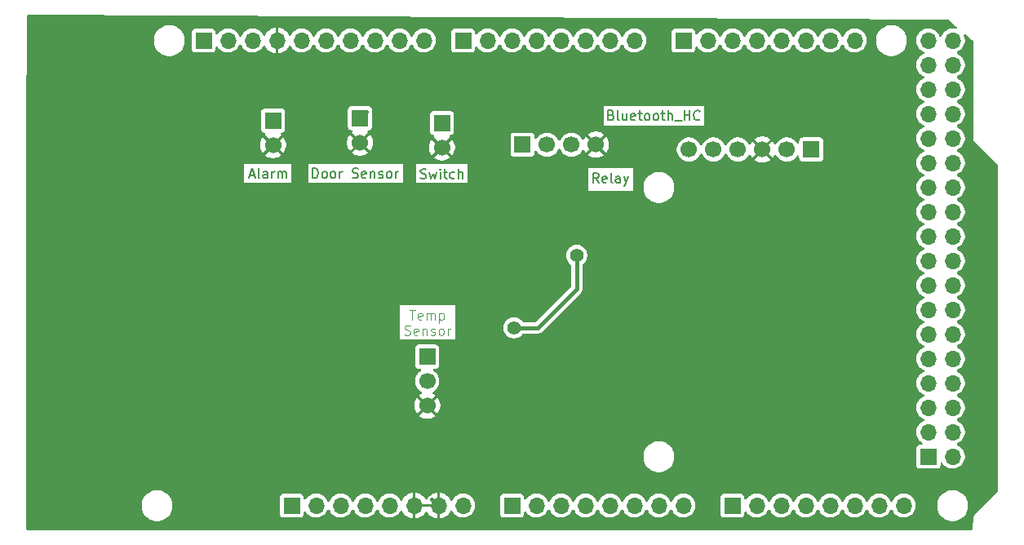
<source format=gbr>
%TF.GenerationSoftware,KiCad,Pcbnew,9.0.6*%
%TF.CreationDate,2025-12-21T23:53:10+02:00*%
%TF.ProjectId,Embedded_pcb,456d6265-6464-4656-945f-7063622e6b69,rev?*%
%TF.SameCoordinates,Original*%
%TF.FileFunction,Copper,L1,Top*%
%TF.FilePolarity,Positive*%
%FSLAX46Y46*%
G04 Gerber Fmt 4.6, Leading zero omitted, Abs format (unit mm)*
G04 Created by KiCad (PCBNEW 9.0.6) date 2025-12-21 23:53:10*
%MOMM*%
%LPD*%
G01*
G04 APERTURE LIST*
%ADD10C,0.125000*%
%TA.AperFunction,NonConductor*%
%ADD11C,0.125000*%
%TD*%
%ADD12C,0.150000*%
%TA.AperFunction,NonConductor*%
%ADD13C,0.150000*%
%TD*%
%TA.AperFunction,ComponentPad*%
%ADD14R,1.700000X1.700000*%
%TD*%
%TA.AperFunction,ComponentPad*%
%ADD15O,1.700000X1.700000*%
%TD*%
%TA.AperFunction,ComponentPad*%
%ADD16C,1.700000*%
%TD*%
%TA.AperFunction,ViaPad*%
%ADD17C,1.400000*%
%TD*%
%TA.AperFunction,Conductor*%
%ADD18C,0.400000*%
%TD*%
G04 APERTURE END LIST*
D10*
D11*
X140166667Y-77151147D02*
X140738095Y-77151147D01*
X140452381Y-78151147D02*
X140452381Y-77151147D01*
X141452381Y-78103528D02*
X141357143Y-78151147D01*
X141357143Y-78151147D02*
X141166667Y-78151147D01*
X141166667Y-78151147D02*
X141071429Y-78103528D01*
X141071429Y-78103528D02*
X141023810Y-78008289D01*
X141023810Y-78008289D02*
X141023810Y-77627337D01*
X141023810Y-77627337D02*
X141071429Y-77532099D01*
X141071429Y-77532099D02*
X141166667Y-77484480D01*
X141166667Y-77484480D02*
X141357143Y-77484480D01*
X141357143Y-77484480D02*
X141452381Y-77532099D01*
X141452381Y-77532099D02*
X141500000Y-77627337D01*
X141500000Y-77627337D02*
X141500000Y-77722575D01*
X141500000Y-77722575D02*
X141023810Y-77817813D01*
X141928572Y-78151147D02*
X141928572Y-77484480D01*
X141928572Y-77579718D02*
X141976191Y-77532099D01*
X141976191Y-77532099D02*
X142071429Y-77484480D01*
X142071429Y-77484480D02*
X142214286Y-77484480D01*
X142214286Y-77484480D02*
X142309524Y-77532099D01*
X142309524Y-77532099D02*
X142357143Y-77627337D01*
X142357143Y-77627337D02*
X142357143Y-78151147D01*
X142357143Y-77627337D02*
X142404762Y-77532099D01*
X142404762Y-77532099D02*
X142500000Y-77484480D01*
X142500000Y-77484480D02*
X142642857Y-77484480D01*
X142642857Y-77484480D02*
X142738096Y-77532099D01*
X142738096Y-77532099D02*
X142785715Y-77627337D01*
X142785715Y-77627337D02*
X142785715Y-78151147D01*
X143261905Y-77484480D02*
X143261905Y-78484480D01*
X143261905Y-77532099D02*
X143357143Y-77484480D01*
X143357143Y-77484480D02*
X143547619Y-77484480D01*
X143547619Y-77484480D02*
X143642857Y-77532099D01*
X143642857Y-77532099D02*
X143690476Y-77579718D01*
X143690476Y-77579718D02*
X143738095Y-77674956D01*
X143738095Y-77674956D02*
X143738095Y-77960670D01*
X143738095Y-77960670D02*
X143690476Y-78055908D01*
X143690476Y-78055908D02*
X143642857Y-78103528D01*
X143642857Y-78103528D02*
X143547619Y-78151147D01*
X143547619Y-78151147D02*
X143357143Y-78151147D01*
X143357143Y-78151147D02*
X143261905Y-78103528D01*
X139666666Y-79713472D02*
X139809523Y-79761091D01*
X139809523Y-79761091D02*
X140047618Y-79761091D01*
X140047618Y-79761091D02*
X140142856Y-79713472D01*
X140142856Y-79713472D02*
X140190475Y-79665852D01*
X140190475Y-79665852D02*
X140238094Y-79570614D01*
X140238094Y-79570614D02*
X140238094Y-79475376D01*
X140238094Y-79475376D02*
X140190475Y-79380138D01*
X140190475Y-79380138D02*
X140142856Y-79332519D01*
X140142856Y-79332519D02*
X140047618Y-79284900D01*
X140047618Y-79284900D02*
X139857142Y-79237281D01*
X139857142Y-79237281D02*
X139761904Y-79189662D01*
X139761904Y-79189662D02*
X139714285Y-79142043D01*
X139714285Y-79142043D02*
X139666666Y-79046805D01*
X139666666Y-79046805D02*
X139666666Y-78951567D01*
X139666666Y-78951567D02*
X139714285Y-78856329D01*
X139714285Y-78856329D02*
X139761904Y-78808710D01*
X139761904Y-78808710D02*
X139857142Y-78761091D01*
X139857142Y-78761091D02*
X140095237Y-78761091D01*
X140095237Y-78761091D02*
X140238094Y-78808710D01*
X141047618Y-79713472D02*
X140952380Y-79761091D01*
X140952380Y-79761091D02*
X140761904Y-79761091D01*
X140761904Y-79761091D02*
X140666666Y-79713472D01*
X140666666Y-79713472D02*
X140619047Y-79618233D01*
X140619047Y-79618233D02*
X140619047Y-79237281D01*
X140619047Y-79237281D02*
X140666666Y-79142043D01*
X140666666Y-79142043D02*
X140761904Y-79094424D01*
X140761904Y-79094424D02*
X140952380Y-79094424D01*
X140952380Y-79094424D02*
X141047618Y-79142043D01*
X141047618Y-79142043D02*
X141095237Y-79237281D01*
X141095237Y-79237281D02*
X141095237Y-79332519D01*
X141095237Y-79332519D02*
X140619047Y-79427757D01*
X141523809Y-79094424D02*
X141523809Y-79761091D01*
X141523809Y-79189662D02*
X141571428Y-79142043D01*
X141571428Y-79142043D02*
X141666666Y-79094424D01*
X141666666Y-79094424D02*
X141809523Y-79094424D01*
X141809523Y-79094424D02*
X141904761Y-79142043D01*
X141904761Y-79142043D02*
X141952380Y-79237281D01*
X141952380Y-79237281D02*
X141952380Y-79761091D01*
X142380952Y-79713472D02*
X142476190Y-79761091D01*
X142476190Y-79761091D02*
X142666666Y-79761091D01*
X142666666Y-79761091D02*
X142761904Y-79713472D01*
X142761904Y-79713472D02*
X142809523Y-79618233D01*
X142809523Y-79618233D02*
X142809523Y-79570614D01*
X142809523Y-79570614D02*
X142761904Y-79475376D01*
X142761904Y-79475376D02*
X142666666Y-79427757D01*
X142666666Y-79427757D02*
X142523809Y-79427757D01*
X142523809Y-79427757D02*
X142428571Y-79380138D01*
X142428571Y-79380138D02*
X142380952Y-79284900D01*
X142380952Y-79284900D02*
X142380952Y-79237281D01*
X142380952Y-79237281D02*
X142428571Y-79142043D01*
X142428571Y-79142043D02*
X142523809Y-79094424D01*
X142523809Y-79094424D02*
X142666666Y-79094424D01*
X142666666Y-79094424D02*
X142761904Y-79142043D01*
X143380952Y-79761091D02*
X143285714Y-79713472D01*
X143285714Y-79713472D02*
X143238095Y-79665852D01*
X143238095Y-79665852D02*
X143190476Y-79570614D01*
X143190476Y-79570614D02*
X143190476Y-79284900D01*
X143190476Y-79284900D02*
X143238095Y-79189662D01*
X143238095Y-79189662D02*
X143285714Y-79142043D01*
X143285714Y-79142043D02*
X143380952Y-79094424D01*
X143380952Y-79094424D02*
X143523809Y-79094424D01*
X143523809Y-79094424D02*
X143619047Y-79142043D01*
X143619047Y-79142043D02*
X143666666Y-79189662D01*
X143666666Y-79189662D02*
X143714285Y-79284900D01*
X143714285Y-79284900D02*
X143714285Y-79570614D01*
X143714285Y-79570614D02*
X143666666Y-79665852D01*
X143666666Y-79665852D02*
X143619047Y-79713472D01*
X143619047Y-79713472D02*
X143523809Y-79761091D01*
X143523809Y-79761091D02*
X143380952Y-79761091D01*
X144142857Y-79761091D02*
X144142857Y-79094424D01*
X144142857Y-79284900D02*
X144190476Y-79189662D01*
X144190476Y-79189662D02*
X144238095Y-79142043D01*
X144238095Y-79142043D02*
X144333333Y-79094424D01*
X144333333Y-79094424D02*
X144428571Y-79094424D01*
D12*
D13*
X159785713Y-63954819D02*
X159452380Y-63478628D01*
X159214285Y-63954819D02*
X159214285Y-62954819D01*
X159214285Y-62954819D02*
X159595237Y-62954819D01*
X159595237Y-62954819D02*
X159690475Y-63002438D01*
X159690475Y-63002438D02*
X159738094Y-63050057D01*
X159738094Y-63050057D02*
X159785713Y-63145295D01*
X159785713Y-63145295D02*
X159785713Y-63288152D01*
X159785713Y-63288152D02*
X159738094Y-63383390D01*
X159738094Y-63383390D02*
X159690475Y-63431009D01*
X159690475Y-63431009D02*
X159595237Y-63478628D01*
X159595237Y-63478628D02*
X159214285Y-63478628D01*
X160595237Y-63907200D02*
X160499999Y-63954819D01*
X160499999Y-63954819D02*
X160309523Y-63954819D01*
X160309523Y-63954819D02*
X160214285Y-63907200D01*
X160214285Y-63907200D02*
X160166666Y-63811961D01*
X160166666Y-63811961D02*
X160166666Y-63431009D01*
X160166666Y-63431009D02*
X160214285Y-63335771D01*
X160214285Y-63335771D02*
X160309523Y-63288152D01*
X160309523Y-63288152D02*
X160499999Y-63288152D01*
X160499999Y-63288152D02*
X160595237Y-63335771D01*
X160595237Y-63335771D02*
X160642856Y-63431009D01*
X160642856Y-63431009D02*
X160642856Y-63526247D01*
X160642856Y-63526247D02*
X160166666Y-63621485D01*
X161214285Y-63954819D02*
X161119047Y-63907200D01*
X161119047Y-63907200D02*
X161071428Y-63811961D01*
X161071428Y-63811961D02*
X161071428Y-62954819D01*
X162023809Y-63954819D02*
X162023809Y-63431009D01*
X162023809Y-63431009D02*
X161976190Y-63335771D01*
X161976190Y-63335771D02*
X161880952Y-63288152D01*
X161880952Y-63288152D02*
X161690476Y-63288152D01*
X161690476Y-63288152D02*
X161595238Y-63335771D01*
X162023809Y-63907200D02*
X161928571Y-63954819D01*
X161928571Y-63954819D02*
X161690476Y-63954819D01*
X161690476Y-63954819D02*
X161595238Y-63907200D01*
X161595238Y-63907200D02*
X161547619Y-63811961D01*
X161547619Y-63811961D02*
X161547619Y-63716723D01*
X161547619Y-63716723D02*
X161595238Y-63621485D01*
X161595238Y-63621485D02*
X161690476Y-63573866D01*
X161690476Y-63573866D02*
X161928571Y-63573866D01*
X161928571Y-63573866D02*
X162023809Y-63526247D01*
X162404762Y-63288152D02*
X162642857Y-63954819D01*
X162880952Y-63288152D02*
X162642857Y-63954819D01*
X162642857Y-63954819D02*
X162547619Y-64192914D01*
X162547619Y-64192914D02*
X162500000Y-64240533D01*
X162500000Y-64240533D02*
X162404762Y-64288152D01*
D12*
D13*
X141310714Y-63467200D02*
X141453571Y-63514819D01*
X141453571Y-63514819D02*
X141691666Y-63514819D01*
X141691666Y-63514819D02*
X141786904Y-63467200D01*
X141786904Y-63467200D02*
X141834523Y-63419580D01*
X141834523Y-63419580D02*
X141882142Y-63324342D01*
X141882142Y-63324342D02*
X141882142Y-63229104D01*
X141882142Y-63229104D02*
X141834523Y-63133866D01*
X141834523Y-63133866D02*
X141786904Y-63086247D01*
X141786904Y-63086247D02*
X141691666Y-63038628D01*
X141691666Y-63038628D02*
X141501190Y-62991009D01*
X141501190Y-62991009D02*
X141405952Y-62943390D01*
X141405952Y-62943390D02*
X141358333Y-62895771D01*
X141358333Y-62895771D02*
X141310714Y-62800533D01*
X141310714Y-62800533D02*
X141310714Y-62705295D01*
X141310714Y-62705295D02*
X141358333Y-62610057D01*
X141358333Y-62610057D02*
X141405952Y-62562438D01*
X141405952Y-62562438D02*
X141501190Y-62514819D01*
X141501190Y-62514819D02*
X141739285Y-62514819D01*
X141739285Y-62514819D02*
X141882142Y-62562438D01*
X142215476Y-62848152D02*
X142405952Y-63514819D01*
X142405952Y-63514819D02*
X142596428Y-63038628D01*
X142596428Y-63038628D02*
X142786904Y-63514819D01*
X142786904Y-63514819D02*
X142977380Y-62848152D01*
X143358333Y-63514819D02*
X143358333Y-62848152D01*
X143358333Y-62514819D02*
X143310714Y-62562438D01*
X143310714Y-62562438D02*
X143358333Y-62610057D01*
X143358333Y-62610057D02*
X143405952Y-62562438D01*
X143405952Y-62562438D02*
X143358333Y-62514819D01*
X143358333Y-62514819D02*
X143358333Y-62610057D01*
X143691666Y-62848152D02*
X144072618Y-62848152D01*
X143834523Y-62514819D02*
X143834523Y-63371961D01*
X143834523Y-63371961D02*
X143882142Y-63467200D01*
X143882142Y-63467200D02*
X143977380Y-63514819D01*
X143977380Y-63514819D02*
X144072618Y-63514819D01*
X144834523Y-63467200D02*
X144739285Y-63514819D01*
X144739285Y-63514819D02*
X144548809Y-63514819D01*
X144548809Y-63514819D02*
X144453571Y-63467200D01*
X144453571Y-63467200D02*
X144405952Y-63419580D01*
X144405952Y-63419580D02*
X144358333Y-63324342D01*
X144358333Y-63324342D02*
X144358333Y-63038628D01*
X144358333Y-63038628D02*
X144405952Y-62943390D01*
X144405952Y-62943390D02*
X144453571Y-62895771D01*
X144453571Y-62895771D02*
X144548809Y-62848152D01*
X144548809Y-62848152D02*
X144739285Y-62848152D01*
X144739285Y-62848152D02*
X144834523Y-62895771D01*
X145263095Y-63514819D02*
X145263095Y-62514819D01*
X145691666Y-63514819D02*
X145691666Y-62991009D01*
X145691666Y-62991009D02*
X145644047Y-62895771D01*
X145644047Y-62895771D02*
X145548809Y-62848152D01*
X145548809Y-62848152D02*
X145405952Y-62848152D01*
X145405952Y-62848152D02*
X145310714Y-62895771D01*
X145310714Y-62895771D02*
X145263095Y-62943390D01*
D12*
D13*
X123571428Y-63169104D02*
X124047618Y-63169104D01*
X123476190Y-63454819D02*
X123809523Y-62454819D01*
X123809523Y-62454819D02*
X124142856Y-63454819D01*
X124619047Y-63454819D02*
X124523809Y-63407200D01*
X124523809Y-63407200D02*
X124476190Y-63311961D01*
X124476190Y-63311961D02*
X124476190Y-62454819D01*
X125428571Y-63454819D02*
X125428571Y-62931009D01*
X125428571Y-62931009D02*
X125380952Y-62835771D01*
X125380952Y-62835771D02*
X125285714Y-62788152D01*
X125285714Y-62788152D02*
X125095238Y-62788152D01*
X125095238Y-62788152D02*
X125000000Y-62835771D01*
X125428571Y-63407200D02*
X125333333Y-63454819D01*
X125333333Y-63454819D02*
X125095238Y-63454819D01*
X125095238Y-63454819D02*
X125000000Y-63407200D01*
X125000000Y-63407200D02*
X124952381Y-63311961D01*
X124952381Y-63311961D02*
X124952381Y-63216723D01*
X124952381Y-63216723D02*
X125000000Y-63121485D01*
X125000000Y-63121485D02*
X125095238Y-63073866D01*
X125095238Y-63073866D02*
X125333333Y-63073866D01*
X125333333Y-63073866D02*
X125428571Y-63026247D01*
X125904762Y-63454819D02*
X125904762Y-62788152D01*
X125904762Y-62978628D02*
X125952381Y-62883390D01*
X125952381Y-62883390D02*
X126000000Y-62835771D01*
X126000000Y-62835771D02*
X126095238Y-62788152D01*
X126095238Y-62788152D02*
X126190476Y-62788152D01*
X126523810Y-63454819D02*
X126523810Y-62788152D01*
X126523810Y-62883390D02*
X126571429Y-62835771D01*
X126571429Y-62835771D02*
X126666667Y-62788152D01*
X126666667Y-62788152D02*
X126809524Y-62788152D01*
X126809524Y-62788152D02*
X126904762Y-62835771D01*
X126904762Y-62835771D02*
X126952381Y-62931009D01*
X126952381Y-62931009D02*
X126952381Y-63454819D01*
X126952381Y-62931009D02*
X127000000Y-62835771D01*
X127000000Y-62835771D02*
X127095238Y-62788152D01*
X127095238Y-62788152D02*
X127238095Y-62788152D01*
X127238095Y-62788152D02*
X127333334Y-62835771D01*
X127333334Y-62835771D02*
X127380953Y-62931009D01*
X127380953Y-62931009D02*
X127380953Y-63454819D01*
D12*
D13*
X161095237Y-56931009D02*
X161238094Y-56978628D01*
X161238094Y-56978628D02*
X161285713Y-57026247D01*
X161285713Y-57026247D02*
X161333332Y-57121485D01*
X161333332Y-57121485D02*
X161333332Y-57264342D01*
X161333332Y-57264342D02*
X161285713Y-57359580D01*
X161285713Y-57359580D02*
X161238094Y-57407200D01*
X161238094Y-57407200D02*
X161142856Y-57454819D01*
X161142856Y-57454819D02*
X160761904Y-57454819D01*
X160761904Y-57454819D02*
X160761904Y-56454819D01*
X160761904Y-56454819D02*
X161095237Y-56454819D01*
X161095237Y-56454819D02*
X161190475Y-56502438D01*
X161190475Y-56502438D02*
X161238094Y-56550057D01*
X161238094Y-56550057D02*
X161285713Y-56645295D01*
X161285713Y-56645295D02*
X161285713Y-56740533D01*
X161285713Y-56740533D02*
X161238094Y-56835771D01*
X161238094Y-56835771D02*
X161190475Y-56883390D01*
X161190475Y-56883390D02*
X161095237Y-56931009D01*
X161095237Y-56931009D02*
X160761904Y-56931009D01*
X161904761Y-57454819D02*
X161809523Y-57407200D01*
X161809523Y-57407200D02*
X161761904Y-57311961D01*
X161761904Y-57311961D02*
X161761904Y-56454819D01*
X162714285Y-56788152D02*
X162714285Y-57454819D01*
X162285714Y-56788152D02*
X162285714Y-57311961D01*
X162285714Y-57311961D02*
X162333333Y-57407200D01*
X162333333Y-57407200D02*
X162428571Y-57454819D01*
X162428571Y-57454819D02*
X162571428Y-57454819D01*
X162571428Y-57454819D02*
X162666666Y-57407200D01*
X162666666Y-57407200D02*
X162714285Y-57359580D01*
X163571428Y-57407200D02*
X163476190Y-57454819D01*
X163476190Y-57454819D02*
X163285714Y-57454819D01*
X163285714Y-57454819D02*
X163190476Y-57407200D01*
X163190476Y-57407200D02*
X163142857Y-57311961D01*
X163142857Y-57311961D02*
X163142857Y-56931009D01*
X163142857Y-56931009D02*
X163190476Y-56835771D01*
X163190476Y-56835771D02*
X163285714Y-56788152D01*
X163285714Y-56788152D02*
X163476190Y-56788152D01*
X163476190Y-56788152D02*
X163571428Y-56835771D01*
X163571428Y-56835771D02*
X163619047Y-56931009D01*
X163619047Y-56931009D02*
X163619047Y-57026247D01*
X163619047Y-57026247D02*
X163142857Y-57121485D01*
X163904762Y-56788152D02*
X164285714Y-56788152D01*
X164047619Y-56454819D02*
X164047619Y-57311961D01*
X164047619Y-57311961D02*
X164095238Y-57407200D01*
X164095238Y-57407200D02*
X164190476Y-57454819D01*
X164190476Y-57454819D02*
X164285714Y-57454819D01*
X164761905Y-57454819D02*
X164666667Y-57407200D01*
X164666667Y-57407200D02*
X164619048Y-57359580D01*
X164619048Y-57359580D02*
X164571429Y-57264342D01*
X164571429Y-57264342D02*
X164571429Y-56978628D01*
X164571429Y-56978628D02*
X164619048Y-56883390D01*
X164619048Y-56883390D02*
X164666667Y-56835771D01*
X164666667Y-56835771D02*
X164761905Y-56788152D01*
X164761905Y-56788152D02*
X164904762Y-56788152D01*
X164904762Y-56788152D02*
X165000000Y-56835771D01*
X165000000Y-56835771D02*
X165047619Y-56883390D01*
X165047619Y-56883390D02*
X165095238Y-56978628D01*
X165095238Y-56978628D02*
X165095238Y-57264342D01*
X165095238Y-57264342D02*
X165047619Y-57359580D01*
X165047619Y-57359580D02*
X165000000Y-57407200D01*
X165000000Y-57407200D02*
X164904762Y-57454819D01*
X164904762Y-57454819D02*
X164761905Y-57454819D01*
X165666667Y-57454819D02*
X165571429Y-57407200D01*
X165571429Y-57407200D02*
X165523810Y-57359580D01*
X165523810Y-57359580D02*
X165476191Y-57264342D01*
X165476191Y-57264342D02*
X165476191Y-56978628D01*
X165476191Y-56978628D02*
X165523810Y-56883390D01*
X165523810Y-56883390D02*
X165571429Y-56835771D01*
X165571429Y-56835771D02*
X165666667Y-56788152D01*
X165666667Y-56788152D02*
X165809524Y-56788152D01*
X165809524Y-56788152D02*
X165904762Y-56835771D01*
X165904762Y-56835771D02*
X165952381Y-56883390D01*
X165952381Y-56883390D02*
X166000000Y-56978628D01*
X166000000Y-56978628D02*
X166000000Y-57264342D01*
X166000000Y-57264342D02*
X165952381Y-57359580D01*
X165952381Y-57359580D02*
X165904762Y-57407200D01*
X165904762Y-57407200D02*
X165809524Y-57454819D01*
X165809524Y-57454819D02*
X165666667Y-57454819D01*
X166285715Y-56788152D02*
X166666667Y-56788152D01*
X166428572Y-56454819D02*
X166428572Y-57311961D01*
X166428572Y-57311961D02*
X166476191Y-57407200D01*
X166476191Y-57407200D02*
X166571429Y-57454819D01*
X166571429Y-57454819D02*
X166666667Y-57454819D01*
X167000001Y-57454819D02*
X167000001Y-56454819D01*
X167428572Y-57454819D02*
X167428572Y-56931009D01*
X167428572Y-56931009D02*
X167380953Y-56835771D01*
X167380953Y-56835771D02*
X167285715Y-56788152D01*
X167285715Y-56788152D02*
X167142858Y-56788152D01*
X167142858Y-56788152D02*
X167047620Y-56835771D01*
X167047620Y-56835771D02*
X167000001Y-56883390D01*
X167666668Y-57550057D02*
X168428572Y-57550057D01*
X168666668Y-57454819D02*
X168666668Y-56454819D01*
X168666668Y-56931009D02*
X169238096Y-56931009D01*
X169238096Y-57454819D02*
X169238096Y-56454819D01*
X170285715Y-57359580D02*
X170238096Y-57407200D01*
X170238096Y-57407200D02*
X170095239Y-57454819D01*
X170095239Y-57454819D02*
X170000001Y-57454819D01*
X170000001Y-57454819D02*
X169857144Y-57407200D01*
X169857144Y-57407200D02*
X169761906Y-57311961D01*
X169761906Y-57311961D02*
X169714287Y-57216723D01*
X169714287Y-57216723D02*
X169666668Y-57026247D01*
X169666668Y-57026247D02*
X169666668Y-56883390D01*
X169666668Y-56883390D02*
X169714287Y-56692914D01*
X169714287Y-56692914D02*
X169761906Y-56597676D01*
X169761906Y-56597676D02*
X169857144Y-56502438D01*
X169857144Y-56502438D02*
X170000001Y-56454819D01*
X170000001Y-56454819D02*
X170095239Y-56454819D01*
X170095239Y-56454819D02*
X170238096Y-56502438D01*
X170238096Y-56502438D02*
X170285715Y-56550057D01*
D12*
D13*
X130119047Y-63454819D02*
X130119047Y-62454819D01*
X130119047Y-62454819D02*
X130357142Y-62454819D01*
X130357142Y-62454819D02*
X130499999Y-62502438D01*
X130499999Y-62502438D02*
X130595237Y-62597676D01*
X130595237Y-62597676D02*
X130642856Y-62692914D01*
X130642856Y-62692914D02*
X130690475Y-62883390D01*
X130690475Y-62883390D02*
X130690475Y-63026247D01*
X130690475Y-63026247D02*
X130642856Y-63216723D01*
X130642856Y-63216723D02*
X130595237Y-63311961D01*
X130595237Y-63311961D02*
X130499999Y-63407200D01*
X130499999Y-63407200D02*
X130357142Y-63454819D01*
X130357142Y-63454819D02*
X130119047Y-63454819D01*
X131261904Y-63454819D02*
X131166666Y-63407200D01*
X131166666Y-63407200D02*
X131119047Y-63359580D01*
X131119047Y-63359580D02*
X131071428Y-63264342D01*
X131071428Y-63264342D02*
X131071428Y-62978628D01*
X131071428Y-62978628D02*
X131119047Y-62883390D01*
X131119047Y-62883390D02*
X131166666Y-62835771D01*
X131166666Y-62835771D02*
X131261904Y-62788152D01*
X131261904Y-62788152D02*
X131404761Y-62788152D01*
X131404761Y-62788152D02*
X131499999Y-62835771D01*
X131499999Y-62835771D02*
X131547618Y-62883390D01*
X131547618Y-62883390D02*
X131595237Y-62978628D01*
X131595237Y-62978628D02*
X131595237Y-63264342D01*
X131595237Y-63264342D02*
X131547618Y-63359580D01*
X131547618Y-63359580D02*
X131499999Y-63407200D01*
X131499999Y-63407200D02*
X131404761Y-63454819D01*
X131404761Y-63454819D02*
X131261904Y-63454819D01*
X132166666Y-63454819D02*
X132071428Y-63407200D01*
X132071428Y-63407200D02*
X132023809Y-63359580D01*
X132023809Y-63359580D02*
X131976190Y-63264342D01*
X131976190Y-63264342D02*
X131976190Y-62978628D01*
X131976190Y-62978628D02*
X132023809Y-62883390D01*
X132023809Y-62883390D02*
X132071428Y-62835771D01*
X132071428Y-62835771D02*
X132166666Y-62788152D01*
X132166666Y-62788152D02*
X132309523Y-62788152D01*
X132309523Y-62788152D02*
X132404761Y-62835771D01*
X132404761Y-62835771D02*
X132452380Y-62883390D01*
X132452380Y-62883390D02*
X132499999Y-62978628D01*
X132499999Y-62978628D02*
X132499999Y-63264342D01*
X132499999Y-63264342D02*
X132452380Y-63359580D01*
X132452380Y-63359580D02*
X132404761Y-63407200D01*
X132404761Y-63407200D02*
X132309523Y-63454819D01*
X132309523Y-63454819D02*
X132166666Y-63454819D01*
X132928571Y-63454819D02*
X132928571Y-62788152D01*
X132928571Y-62978628D02*
X132976190Y-62883390D01*
X132976190Y-62883390D02*
X133023809Y-62835771D01*
X133023809Y-62835771D02*
X133119047Y-62788152D01*
X133119047Y-62788152D02*
X133214285Y-62788152D01*
X134261905Y-63407200D02*
X134404762Y-63454819D01*
X134404762Y-63454819D02*
X134642857Y-63454819D01*
X134642857Y-63454819D02*
X134738095Y-63407200D01*
X134738095Y-63407200D02*
X134785714Y-63359580D01*
X134785714Y-63359580D02*
X134833333Y-63264342D01*
X134833333Y-63264342D02*
X134833333Y-63169104D01*
X134833333Y-63169104D02*
X134785714Y-63073866D01*
X134785714Y-63073866D02*
X134738095Y-63026247D01*
X134738095Y-63026247D02*
X134642857Y-62978628D01*
X134642857Y-62978628D02*
X134452381Y-62931009D01*
X134452381Y-62931009D02*
X134357143Y-62883390D01*
X134357143Y-62883390D02*
X134309524Y-62835771D01*
X134309524Y-62835771D02*
X134261905Y-62740533D01*
X134261905Y-62740533D02*
X134261905Y-62645295D01*
X134261905Y-62645295D02*
X134309524Y-62550057D01*
X134309524Y-62550057D02*
X134357143Y-62502438D01*
X134357143Y-62502438D02*
X134452381Y-62454819D01*
X134452381Y-62454819D02*
X134690476Y-62454819D01*
X134690476Y-62454819D02*
X134833333Y-62502438D01*
X135642857Y-63407200D02*
X135547619Y-63454819D01*
X135547619Y-63454819D02*
X135357143Y-63454819D01*
X135357143Y-63454819D02*
X135261905Y-63407200D01*
X135261905Y-63407200D02*
X135214286Y-63311961D01*
X135214286Y-63311961D02*
X135214286Y-62931009D01*
X135214286Y-62931009D02*
X135261905Y-62835771D01*
X135261905Y-62835771D02*
X135357143Y-62788152D01*
X135357143Y-62788152D02*
X135547619Y-62788152D01*
X135547619Y-62788152D02*
X135642857Y-62835771D01*
X135642857Y-62835771D02*
X135690476Y-62931009D01*
X135690476Y-62931009D02*
X135690476Y-63026247D01*
X135690476Y-63026247D02*
X135214286Y-63121485D01*
X136119048Y-62788152D02*
X136119048Y-63454819D01*
X136119048Y-62883390D02*
X136166667Y-62835771D01*
X136166667Y-62835771D02*
X136261905Y-62788152D01*
X136261905Y-62788152D02*
X136404762Y-62788152D01*
X136404762Y-62788152D02*
X136500000Y-62835771D01*
X136500000Y-62835771D02*
X136547619Y-62931009D01*
X136547619Y-62931009D02*
X136547619Y-63454819D01*
X136976191Y-63407200D02*
X137071429Y-63454819D01*
X137071429Y-63454819D02*
X137261905Y-63454819D01*
X137261905Y-63454819D02*
X137357143Y-63407200D01*
X137357143Y-63407200D02*
X137404762Y-63311961D01*
X137404762Y-63311961D02*
X137404762Y-63264342D01*
X137404762Y-63264342D02*
X137357143Y-63169104D01*
X137357143Y-63169104D02*
X137261905Y-63121485D01*
X137261905Y-63121485D02*
X137119048Y-63121485D01*
X137119048Y-63121485D02*
X137023810Y-63073866D01*
X137023810Y-63073866D02*
X136976191Y-62978628D01*
X136976191Y-62978628D02*
X136976191Y-62931009D01*
X136976191Y-62931009D02*
X137023810Y-62835771D01*
X137023810Y-62835771D02*
X137119048Y-62788152D01*
X137119048Y-62788152D02*
X137261905Y-62788152D01*
X137261905Y-62788152D02*
X137357143Y-62835771D01*
X137976191Y-63454819D02*
X137880953Y-63407200D01*
X137880953Y-63407200D02*
X137833334Y-63359580D01*
X137833334Y-63359580D02*
X137785715Y-63264342D01*
X137785715Y-63264342D02*
X137785715Y-62978628D01*
X137785715Y-62978628D02*
X137833334Y-62883390D01*
X137833334Y-62883390D02*
X137880953Y-62835771D01*
X137880953Y-62835771D02*
X137976191Y-62788152D01*
X137976191Y-62788152D02*
X138119048Y-62788152D01*
X138119048Y-62788152D02*
X138214286Y-62835771D01*
X138214286Y-62835771D02*
X138261905Y-62883390D01*
X138261905Y-62883390D02*
X138309524Y-62978628D01*
X138309524Y-62978628D02*
X138309524Y-63264342D01*
X138309524Y-63264342D02*
X138261905Y-63359580D01*
X138261905Y-63359580D02*
X138214286Y-63407200D01*
X138214286Y-63407200D02*
X138119048Y-63454819D01*
X138119048Y-63454819D02*
X137976191Y-63454819D01*
X138738096Y-63454819D02*
X138738096Y-62788152D01*
X138738096Y-62978628D02*
X138785715Y-62883390D01*
X138785715Y-62883390D02*
X138833334Y-62835771D01*
X138833334Y-62835771D02*
X138928572Y-62788152D01*
X138928572Y-62788152D02*
X139023810Y-62788152D01*
D14*
%TO.P,J7,1,Pin_1*%
%TO.N,unconnected-(J7-Pin_1-Pad1)*%
X194000000Y-92380000D03*
D15*
%TO.P,J7,2,Pin_2*%
%TO.N,unconnected-(J7-Pin_2-Pad2)*%
X196540000Y-92380000D03*
%TO.P,J7,3,Pin_3*%
%TO.N,unconnected-(J7-Pin_3-Pad3)*%
X194000000Y-89840000D03*
%TO.P,J7,4,Pin_4*%
%TO.N,/53*%
X196540000Y-89840000D03*
%TO.P,J7,5,Pin_5*%
%TO.N,/\u002A50*%
X194000000Y-87300000D03*
%TO.P,J7,6,Pin_6*%
%TO.N,/51*%
X196540000Y-87300000D03*
%TO.P,J7,7,Pin_7*%
%TO.N,/48*%
X194000000Y-84760000D03*
%TO.P,J7,8,Pin_8*%
%TO.N,/49*%
X196540000Y-84760000D03*
%TO.P,J7,9,Pin_9*%
%TO.N,/\u002A46*%
X194000000Y-82220000D03*
%TO.P,J7,10,Pin_10*%
%TO.N,/47*%
X196540000Y-82220000D03*
%TO.P,J7,11,Pin_11*%
%TO.N,/\u002A44*%
X194000000Y-79680000D03*
%TO.P,J7,12,Pin_12*%
%TO.N,/\u002A45*%
X196540000Y-79680000D03*
%TO.P,J7,13,Pin_13*%
%TO.N,/42*%
X194000000Y-77140000D03*
%TO.P,J7,14,Pin_14*%
%TO.N,/43*%
X196540000Y-77140000D03*
%TO.P,J7,15,Pin_15*%
%TO.N,/40*%
X194000000Y-74600000D03*
%TO.P,J7,16,Pin_16*%
%TO.N,/41*%
X196540000Y-74600000D03*
%TO.P,J7,17,Pin_17*%
%TO.N,/38*%
X194000000Y-72060000D03*
%TO.P,J7,18,Pin_18*%
%TO.N,/39*%
X196540000Y-72060000D03*
%TO.P,J7,19,Pin_19*%
%TO.N,/36*%
X194000000Y-69520000D03*
%TO.P,J7,20,Pin_20*%
%TO.N,/37*%
X196540000Y-69520000D03*
%TO.P,J7,21,Pin_21*%
%TO.N,/34*%
X194000000Y-66980000D03*
%TO.P,J7,22,Pin_22*%
%TO.N,/35*%
X196540000Y-66980000D03*
%TO.P,J7,23,Pin_23*%
%TO.N,/32*%
X194000000Y-64440000D03*
%TO.P,J7,24,Pin_24*%
%TO.N,/33*%
X196540000Y-64440000D03*
%TO.P,J7,25,Pin_25*%
%TO.N,/30*%
X194000000Y-61900000D03*
%TO.P,J7,26,Pin_26*%
%TO.N,/31*%
X196540000Y-61900000D03*
%TO.P,J7,27,Pin_27*%
%TO.N,/28*%
X194000000Y-59360000D03*
%TO.P,J7,28,Pin_28*%
%TO.N,/29*%
X196540000Y-59360000D03*
%TO.P,J7,29,Pin_29*%
%TO.N,/26*%
X194000000Y-56820000D03*
%TO.P,J7,30,Pin_30*%
%TO.N,/27*%
X196540000Y-56820000D03*
%TO.P,J7,31,Pin_31*%
%TO.N,/24*%
X194000000Y-54280000D03*
%TO.P,J7,32,Pin_32*%
%TO.N,/25*%
X196540000Y-54280000D03*
%TO.P,J7,33,Pin_33*%
%TO.N,/22*%
X194000000Y-51740000D03*
%TO.P,J7,34,Pin_34*%
%TO.N,/23*%
X196540000Y-51740000D03*
%TO.P,J7,35,Pin_35*%
%TO.N,unconnected-(J7-Pin_35-Pad35)*%
X194000000Y-49200000D03*
%TO.P,J7,36,Pin_36*%
%TO.N,unconnected-(J7-Pin_36-Pad36)*%
X196540000Y-49200000D03*
%TD*%
D14*
%TO.P,J1,1,Pin_1*%
%TO.N,unconnected-(J1-Pin_1-Pad1)*%
X127940000Y-97460000D03*
D15*
%TO.P,J1,2,Pin_2*%
%TO.N,/IOREF*%
X130480000Y-97460000D03*
%TO.P,J1,3,Pin_3*%
%TO.N,/~{RESET}*%
X133020000Y-97460000D03*
%TO.P,J1,4,Pin_4*%
%TO.N,+3V3*%
X135560000Y-97460000D03*
%TO.P,J1,5,Pin_5*%
%TO.N,+5V*%
X138100000Y-97460000D03*
%TO.P,J1,6,Pin_6*%
%TO.N,GND*%
X140640000Y-97460000D03*
%TO.P,J1,7,Pin_7*%
X143180000Y-97460000D03*
%TO.P,J1,8,Pin_8*%
%TO.N,VCC*%
X145720000Y-97460000D03*
%TD*%
D14*
%TO.P,J3,1,Pin_1*%
%TO.N,/A0*%
X150800000Y-97460000D03*
D15*
%TO.P,J3,2,Pin_2*%
%TO.N,/A1*%
X153340000Y-97460000D03*
%TO.P,J3,3,Pin_3*%
%TO.N,/A2*%
X155880000Y-97460000D03*
%TO.P,J3,4,Pin_4*%
%TO.N,/A3*%
X158420000Y-97460000D03*
%TO.P,J3,5,Pin_5*%
%TO.N,/A4*%
X160960000Y-97460000D03*
%TO.P,J3,6,Pin_6*%
%TO.N,/A5*%
X163500000Y-97460000D03*
%TO.P,J3,7,Pin_7*%
%TO.N,/A6*%
X166040000Y-97460000D03*
%TO.P,J3,8,Pin_8*%
%TO.N,/A7*%
X168580000Y-97460000D03*
%TD*%
D14*
%TO.P,J5,1,Pin_1*%
%TO.N,/A8*%
X173660000Y-97460000D03*
D15*
%TO.P,J5,2,Pin_2*%
%TO.N,/A9*%
X176200000Y-97460000D03*
%TO.P,J5,3,Pin_3*%
%TO.N,/A10*%
X178740000Y-97460000D03*
%TO.P,J5,4,Pin_4*%
%TO.N,/A11*%
X181280000Y-97460000D03*
%TO.P,J5,5,Pin_5*%
%TO.N,/A12*%
X183820000Y-97460000D03*
%TO.P,J5,6,Pin_6*%
%TO.N,/A13*%
X186360000Y-97460000D03*
%TO.P,J5,7,Pin_7*%
%TO.N,/A14*%
X188900000Y-97460000D03*
%TO.P,J5,8,Pin_8*%
%TO.N,/A15*%
X191440000Y-97460000D03*
%TD*%
D14*
%TO.P,J2,1,Pin_1*%
%TO.N,/SCL{slash}21*%
X118796000Y-49200000D03*
D15*
%TO.P,J2,2,Pin_2*%
%TO.N,/SDA{slash}20*%
X121336000Y-49200000D03*
%TO.P,J2,3,Pin_3*%
%TO.N,/AREF*%
X123876000Y-49200000D03*
%TO.P,J2,4,Pin_4*%
%TO.N,GND*%
X126416000Y-49200000D03*
%TO.P,J2,5,Pin_5*%
%TO.N,/\u002A13*%
X128956000Y-49200000D03*
%TO.P,J2,6,Pin_6*%
%TO.N,/\u002A12*%
X131496000Y-49200000D03*
%TO.P,J2,7,Pin_7*%
%TO.N,/\u002A11*%
X134036000Y-49200000D03*
%TO.P,J2,8,Pin_8*%
%TO.N,/\u002A10*%
X136576000Y-49200000D03*
%TO.P,J2,9,Pin_9*%
%TO.N,/\u002A9*%
X139116000Y-49200000D03*
%TO.P,J2,10,Pin_10*%
%TO.N,/\u002A8*%
X141656000Y-49200000D03*
%TD*%
D14*
%TO.P,J4,1,Pin_1*%
%TO.N,/\u002A7*%
X145720000Y-49200000D03*
D15*
%TO.P,J4,2,Pin_2*%
%TO.N,/\u002A6*%
X148260000Y-49200000D03*
%TO.P,J4,3,Pin_3*%
%TO.N,/\u002A5*%
X150800000Y-49200000D03*
%TO.P,J4,4,Pin_4*%
%TO.N,/\u002A4*%
X153340000Y-49200000D03*
%TO.P,J4,5,Pin_5*%
%TO.N,/\u002A3*%
X155880000Y-49200000D03*
%TO.P,J4,6,Pin_6*%
%TO.N,/\u002A2*%
X158420000Y-49200000D03*
%TO.P,J4,7,Pin_7*%
%TO.N,/TX0{slash}1*%
X160960000Y-49200000D03*
%TO.P,J4,8,Pin_8*%
%TO.N,/RX0{slash}0*%
X163500000Y-49200000D03*
%TD*%
D14*
%TO.P,J6,1,Pin_1*%
%TO.N,/TX3{slash}14*%
X168580000Y-49200000D03*
D15*
%TO.P,J6,2,Pin_2*%
%TO.N,/RX3{slash}15*%
X171120000Y-49200000D03*
%TO.P,J6,3,Pin_3*%
%TO.N,/TX2{slash}16*%
X173660000Y-49200000D03*
%TO.P,J6,4,Pin_4*%
%TO.N,/RX2{slash}17*%
X176200000Y-49200000D03*
%TO.P,J6,5,Pin_5*%
%TO.N,/BT_RX*%
X178740000Y-49200000D03*
%TO.P,J6,6,Pin_6*%
%TO.N,/BT_TX*%
X181280000Y-49200000D03*
%TO.P,J6,7,Pin_7*%
%TO.N,/SDA{slash}20*%
X183820000Y-49200000D03*
%TO.P,J6,8,Pin_8*%
%TO.N,/SCL{slash}21*%
X186360000Y-49200000D03*
%TD*%
D14*
%TO.P,J9,1,Pin_1*%
%TO.N,+5V*%
X151880000Y-60000000D03*
D16*
%TO.P,J9,2,Pin_2*%
%TO.N,/\u002A3*%
X154420000Y-60000000D03*
%TO.P,J9,3,Pin_3*%
%TO.N,/\u002A2*%
X156960000Y-60000000D03*
%TO.P,J9,4,Pin_4*%
%TO.N,GND*%
X159500000Y-60000000D03*
%TD*%
D14*
%TO.P,J11,1,Pin_1*%
%TO.N,/\u002A4*%
X143525000Y-57750000D03*
D16*
%TO.P,J11,2,Pin_2*%
%TO.N,GND*%
X143525000Y-60290000D03*
%TD*%
D14*
%TO.P,J13,1,Pin_1*%
%TO.N,/\u002A6*%
X126000000Y-57500000D03*
D16*
%TO.P,J13,2,Pin_2*%
%TO.N,GND*%
X126000000Y-60040000D03*
%TD*%
%TO.P,J8,6,Pin_6*%
%TO.N,unconnected-(J8-Pin_6-Pad6)*%
X169150000Y-60500000D03*
%TO.P,J8,5,Pin_5*%
%TO.N,/BT_RX*%
X171690000Y-60500000D03*
%TO.P,J8,4,Pin_4*%
%TO.N,/BT_TX*%
X174230000Y-60500000D03*
%TO.P,J8,3,Pin_3*%
%TO.N,GND*%
X176770000Y-60500000D03*
%TO.P,J8,2,Pin_2*%
%TO.N,+5V*%
X179310000Y-60500000D03*
D14*
%TO.P,J8,1,Pin_1*%
%TO.N,unconnected-(J8-Pin_1-Pad1)*%
X181850000Y-60500000D03*
%TD*%
%TO.P,J10,1,Pin_1*%
%TO.N,/\u002A5*%
X135025000Y-57250000D03*
D16*
%TO.P,J10,2,Pin_2*%
%TO.N,GND*%
X135025000Y-59790000D03*
%TD*%
D14*
%TO.P,J12,1,Pin_1*%
%TO.N,+5V*%
X142000000Y-82000000D03*
D16*
%TO.P,J12,2,Pin_2*%
%TO.N,/A0*%
X142000000Y-84540000D03*
%TO.P,J12,3,Pin_3*%
%TO.N,GND*%
X142000000Y-87080000D03*
%TD*%
D17*
%TO.N,+5V*%
X157500000Y-71500000D03*
X151000000Y-79000000D03*
%TD*%
D18*
%TO.N,+5V*%
X156000000Y-76500000D02*
X157500000Y-75000000D01*
X157500000Y-75000000D02*
X157500000Y-71500000D01*
X151000000Y-79000000D02*
X153500000Y-79000000D01*
X153500000Y-79000000D02*
X156000000Y-76500000D01*
%TO.N,GND*%
X126250000Y-59790000D02*
X126000000Y-60040000D01*
X142500000Y-96780000D02*
X143180000Y-97460000D01*
X143025000Y-59790000D02*
X143525000Y-60290000D01*
%TO.N,/\u002A5*%
X135025000Y-57250000D02*
X135701000Y-56574000D01*
%TO.N,/BT_TX*%
X180920000Y-49560000D02*
X181280000Y-49200000D01*
%TD*%
%TA.AperFunction,Conductor*%
%TO.N,GND*%
G36*
X142680000Y-97394174D02*
G01*
X142680000Y-97525826D01*
X142702555Y-97610000D01*
X141117445Y-97610000D01*
X141140000Y-97525826D01*
X141140000Y-97394174D01*
X141117445Y-97310000D01*
X142702555Y-97310000D01*
X142680000Y-97394174D01*
G37*
%TD.AperFunction*%
%TA.AperFunction,Conductor*%
G36*
X195955475Y-46999766D02*
G01*
X196022409Y-47019801D01*
X196034198Y-47028498D01*
X196719400Y-47599500D01*
X196911190Y-47759325D01*
X196950089Y-47817364D01*
X196951435Y-47887221D01*
X196914799Y-47946716D01*
X196851814Y-47976959D01*
X196812409Y-47977057D01*
X196638422Y-47949500D01*
X196638417Y-47949500D01*
X196441583Y-47949500D01*
X196441578Y-47949500D01*
X196247173Y-47980290D01*
X196059970Y-48041117D01*
X195884594Y-48130476D01*
X195829815Y-48170276D01*
X195725354Y-48246172D01*
X195725352Y-48246174D01*
X195725351Y-48246174D01*
X195586174Y-48385351D01*
X195586174Y-48385352D01*
X195586172Y-48385354D01*
X195536485Y-48453741D01*
X195470476Y-48544594D01*
X195380485Y-48721213D01*
X195332511Y-48772009D01*
X195264690Y-48788804D01*
X195198555Y-48766267D01*
X195159515Y-48721213D01*
X195091725Y-48588167D01*
X195069524Y-48544595D01*
X194953828Y-48385354D01*
X194814646Y-48246172D01*
X194655405Y-48130476D01*
X194480029Y-48041117D01*
X194292826Y-47980290D01*
X194098422Y-47949500D01*
X194098417Y-47949500D01*
X193901583Y-47949500D01*
X193901578Y-47949500D01*
X193707173Y-47980290D01*
X193519970Y-48041117D01*
X193344594Y-48130476D01*
X193289815Y-48170276D01*
X193185354Y-48246172D01*
X193185352Y-48246174D01*
X193185351Y-48246174D01*
X193046174Y-48385351D01*
X193046174Y-48385352D01*
X193046172Y-48385354D01*
X192996485Y-48453741D01*
X192930476Y-48544594D01*
X192841117Y-48719970D01*
X192780290Y-48907173D01*
X192749500Y-49101577D01*
X192749500Y-49298422D01*
X192780290Y-49492826D01*
X192841117Y-49680029D01*
X192930475Y-49855403D01*
X192930476Y-49855405D01*
X193046172Y-50014646D01*
X193185354Y-50153828D01*
X193344595Y-50269524D01*
X193467992Y-50332397D01*
X193521213Y-50359515D01*
X193572009Y-50407489D01*
X193588804Y-50475310D01*
X193566267Y-50541445D01*
X193521213Y-50580485D01*
X193344594Y-50670476D01*
X193253741Y-50736485D01*
X193185354Y-50786172D01*
X193185352Y-50786174D01*
X193185351Y-50786174D01*
X193046174Y-50925351D01*
X193046174Y-50925352D01*
X193046172Y-50925354D01*
X192996485Y-50993741D01*
X192930476Y-51084594D01*
X192841117Y-51259970D01*
X192780290Y-51447173D01*
X192749500Y-51641577D01*
X192749500Y-51838422D01*
X192780290Y-52032826D01*
X192841117Y-52220029D01*
X192930475Y-52395403D01*
X192930476Y-52395405D01*
X193046172Y-52554646D01*
X193185354Y-52693828D01*
X193344595Y-52809524D01*
X193467992Y-52872397D01*
X193521213Y-52899515D01*
X193572009Y-52947489D01*
X193588804Y-53015310D01*
X193566267Y-53081445D01*
X193521213Y-53120485D01*
X193344594Y-53210476D01*
X193253741Y-53276485D01*
X193185354Y-53326172D01*
X193185352Y-53326174D01*
X193185351Y-53326174D01*
X193046174Y-53465351D01*
X193046174Y-53465352D01*
X193046172Y-53465354D01*
X192996485Y-53533741D01*
X192930476Y-53624594D01*
X192841117Y-53799970D01*
X192780290Y-53987173D01*
X192749500Y-54181577D01*
X192749500Y-54378422D01*
X192780290Y-54572826D01*
X192841117Y-54760029D01*
X192930475Y-54935403D01*
X192930476Y-54935405D01*
X193046172Y-55094646D01*
X193185354Y-55233828D01*
X193344595Y-55349524D01*
X193467992Y-55412397D01*
X193521213Y-55439515D01*
X193572009Y-55487489D01*
X193588804Y-55555310D01*
X193566267Y-55621445D01*
X193521213Y-55660485D01*
X193344594Y-55750476D01*
X193253741Y-55816485D01*
X193185354Y-55866172D01*
X193185352Y-55866174D01*
X193185351Y-55866174D01*
X193046174Y-56005351D01*
X193046174Y-56005352D01*
X193046172Y-56005354D01*
X193021431Y-56039407D01*
X192930476Y-56164594D01*
X192841117Y-56339970D01*
X192780290Y-56527173D01*
X192749500Y-56721577D01*
X192749500Y-56918422D01*
X192780290Y-57112826D01*
X192841117Y-57300029D01*
X192930475Y-57475403D01*
X192930476Y-57475405D01*
X193046172Y-57634646D01*
X193185354Y-57773828D01*
X193344595Y-57889524D01*
X193467992Y-57952397D01*
X193521213Y-57979515D01*
X193572009Y-58027489D01*
X193588804Y-58095310D01*
X193566267Y-58161445D01*
X193521213Y-58200485D01*
X193344594Y-58290476D01*
X193253741Y-58356485D01*
X193185354Y-58406172D01*
X193185352Y-58406174D01*
X193185351Y-58406174D01*
X193046174Y-58545351D01*
X193046174Y-58545352D01*
X193046172Y-58545354D01*
X193014939Y-58588342D01*
X192930476Y-58704594D01*
X192841117Y-58879970D01*
X192780290Y-59067173D01*
X192749500Y-59261577D01*
X192749500Y-59458422D01*
X192780290Y-59652826D01*
X192841117Y-59840029D01*
X192909312Y-59973869D01*
X192930476Y-60015405D01*
X193046172Y-60174646D01*
X193185354Y-60313828D01*
X193344595Y-60429524D01*
X193467992Y-60492397D01*
X193521213Y-60519515D01*
X193572009Y-60567489D01*
X193588804Y-60635310D01*
X193566267Y-60701445D01*
X193521213Y-60740485D01*
X193344594Y-60830476D01*
X193274343Y-60881517D01*
X193185354Y-60946172D01*
X193185352Y-60946174D01*
X193185351Y-60946174D01*
X193046174Y-61085351D01*
X193046174Y-61085352D01*
X193046172Y-61085354D01*
X193006469Y-61140000D01*
X192930476Y-61244594D01*
X192841117Y-61419970D01*
X192780290Y-61607173D01*
X192749500Y-61801577D01*
X192749500Y-61998422D01*
X192780290Y-62192826D01*
X192841117Y-62380029D01*
X192930475Y-62555403D01*
X192930476Y-62555405D01*
X193046172Y-62714646D01*
X193185354Y-62853828D01*
X193344595Y-62969524D01*
X193467992Y-63032397D01*
X193521213Y-63059515D01*
X193572009Y-63107489D01*
X193588804Y-63175310D01*
X193566267Y-63241445D01*
X193521213Y-63280485D01*
X193344594Y-63370476D01*
X193307613Y-63397345D01*
X193185354Y-63486172D01*
X193185352Y-63486174D01*
X193185351Y-63486174D01*
X193046174Y-63625351D01*
X193046174Y-63625352D01*
X193046172Y-63625354D01*
X192996485Y-63693741D01*
X192930476Y-63784594D01*
X192841117Y-63959970D01*
X192780290Y-64147173D01*
X192749500Y-64341577D01*
X192749500Y-64538422D01*
X192780290Y-64732826D01*
X192841117Y-64920029D01*
X192909572Y-65054379D01*
X192930476Y-65095405D01*
X193046172Y-65254646D01*
X193185354Y-65393828D01*
X193344595Y-65509524D01*
X193467992Y-65572397D01*
X193521213Y-65599515D01*
X193572009Y-65647489D01*
X193588804Y-65715310D01*
X193566267Y-65781445D01*
X193521213Y-65820485D01*
X193344594Y-65910476D01*
X193253741Y-65976485D01*
X193185354Y-66026172D01*
X193185352Y-66026174D01*
X193185351Y-66026174D01*
X193046174Y-66165351D01*
X193046174Y-66165352D01*
X193046172Y-66165354D01*
X192996485Y-66233741D01*
X192930476Y-66324594D01*
X192841117Y-66499970D01*
X192780290Y-66687173D01*
X192749500Y-66881577D01*
X192749500Y-67078422D01*
X192780290Y-67272826D01*
X192841117Y-67460029D01*
X192930475Y-67635403D01*
X192930476Y-67635405D01*
X193046172Y-67794646D01*
X193185354Y-67933828D01*
X193344595Y-68049524D01*
X193467992Y-68112397D01*
X193521213Y-68139515D01*
X193572009Y-68187489D01*
X193588804Y-68255310D01*
X193566267Y-68321445D01*
X193521213Y-68360485D01*
X193344594Y-68450476D01*
X193253741Y-68516485D01*
X193185354Y-68566172D01*
X193185352Y-68566174D01*
X193185351Y-68566174D01*
X193046174Y-68705351D01*
X193046174Y-68705352D01*
X193046172Y-68705354D01*
X192996485Y-68773741D01*
X192930476Y-68864594D01*
X192841117Y-69039970D01*
X192780290Y-69227173D01*
X192749500Y-69421577D01*
X192749500Y-69618422D01*
X192780290Y-69812826D01*
X192841117Y-70000029D01*
X192930475Y-70175403D01*
X192930476Y-70175405D01*
X193046172Y-70334646D01*
X193185354Y-70473828D01*
X193344595Y-70589524D01*
X193467992Y-70652397D01*
X193521213Y-70679515D01*
X193572009Y-70727489D01*
X193588804Y-70795310D01*
X193566267Y-70861445D01*
X193521213Y-70900485D01*
X193344594Y-70990476D01*
X193253741Y-71056485D01*
X193185354Y-71106172D01*
X193185352Y-71106174D01*
X193185351Y-71106174D01*
X193046174Y-71245351D01*
X193046174Y-71245352D01*
X193046172Y-71245354D01*
X192996485Y-71313741D01*
X192930476Y-71404594D01*
X192841117Y-71579970D01*
X192780290Y-71767173D01*
X192749500Y-71961577D01*
X192749500Y-72158422D01*
X192780290Y-72352826D01*
X192841117Y-72540029D01*
X192930475Y-72715403D01*
X192930476Y-72715405D01*
X193046172Y-72874646D01*
X193185354Y-73013828D01*
X193344595Y-73129524D01*
X193467992Y-73192397D01*
X193521213Y-73219515D01*
X193572009Y-73267489D01*
X193588804Y-73335310D01*
X193566267Y-73401445D01*
X193521213Y-73440485D01*
X193344594Y-73530476D01*
X193253741Y-73596485D01*
X193185354Y-73646172D01*
X193185352Y-73646174D01*
X193185351Y-73646174D01*
X193046174Y-73785351D01*
X193046174Y-73785352D01*
X193046172Y-73785354D01*
X192996485Y-73853741D01*
X192930476Y-73944594D01*
X192841117Y-74119970D01*
X192780290Y-74307173D01*
X192749500Y-74501577D01*
X192749500Y-74698422D01*
X192780290Y-74892826D01*
X192841117Y-75080029D01*
X192930475Y-75255403D01*
X192930476Y-75255405D01*
X193046172Y-75414646D01*
X193185354Y-75553828D01*
X193344595Y-75669524D01*
X193467992Y-75732397D01*
X193521213Y-75759515D01*
X193572009Y-75807489D01*
X193588804Y-75875310D01*
X193566267Y-75941445D01*
X193521213Y-75980485D01*
X193344594Y-76070476D01*
X193253741Y-76136485D01*
X193185354Y-76186172D01*
X193185352Y-76186174D01*
X193185351Y-76186174D01*
X193046174Y-76325351D01*
X193046174Y-76325352D01*
X193046172Y-76325354D01*
X192996485Y-76393741D01*
X192930476Y-76484594D01*
X192841117Y-76659970D01*
X192780290Y-76847173D01*
X192749500Y-77041577D01*
X192749500Y-77238422D01*
X192780290Y-77432826D01*
X192841117Y-77620029D01*
X192930475Y-77795403D01*
X192930476Y-77795405D01*
X193046172Y-77954646D01*
X193185354Y-78093828D01*
X193344595Y-78209524D01*
X193467992Y-78272397D01*
X193521213Y-78299515D01*
X193572009Y-78347489D01*
X193588804Y-78415310D01*
X193566267Y-78481445D01*
X193521213Y-78520485D01*
X193344594Y-78610476D01*
X193253741Y-78676485D01*
X193185354Y-78726172D01*
X193185352Y-78726174D01*
X193185351Y-78726174D01*
X193046174Y-78865351D01*
X193046174Y-78865352D01*
X193046172Y-78865354D01*
X193011272Y-78913389D01*
X192930476Y-79024594D01*
X192841117Y-79199970D01*
X192780290Y-79387173D01*
X192749500Y-79581577D01*
X192749500Y-79778422D01*
X192780290Y-79972826D01*
X192841117Y-80160029D01*
X192878713Y-80233814D01*
X192930476Y-80335405D01*
X193046172Y-80494646D01*
X193185354Y-80633828D01*
X193344595Y-80749524D01*
X193373701Y-80764354D01*
X193521213Y-80839515D01*
X193572009Y-80887489D01*
X193588804Y-80955310D01*
X193566267Y-81021445D01*
X193521213Y-81060485D01*
X193344594Y-81150476D01*
X193253741Y-81216485D01*
X193185354Y-81266172D01*
X193185352Y-81266174D01*
X193185351Y-81266174D01*
X193046174Y-81405351D01*
X193046174Y-81405352D01*
X193046172Y-81405354D01*
X192996485Y-81473741D01*
X192930476Y-81564594D01*
X192841117Y-81739970D01*
X192780290Y-81927173D01*
X192749500Y-82121577D01*
X192749500Y-82318422D01*
X192780290Y-82512826D01*
X192841117Y-82700029D01*
X192930475Y-82875403D01*
X192930476Y-82875405D01*
X193046172Y-83034646D01*
X193185354Y-83173828D01*
X193344595Y-83289524D01*
X193463037Y-83349873D01*
X193521213Y-83379515D01*
X193572009Y-83427489D01*
X193588804Y-83495310D01*
X193566267Y-83561445D01*
X193521213Y-83600485D01*
X193344594Y-83690476D01*
X193253741Y-83756485D01*
X193185354Y-83806172D01*
X193185352Y-83806174D01*
X193185351Y-83806174D01*
X193046174Y-83945351D01*
X193046174Y-83945352D01*
X193046172Y-83945354D01*
X192996485Y-84013741D01*
X192930476Y-84104594D01*
X192841117Y-84279970D01*
X192780290Y-84467173D01*
X192749500Y-84661577D01*
X192749500Y-84858422D01*
X192780290Y-85052826D01*
X192841117Y-85240029D01*
X192899518Y-85354646D01*
X192930476Y-85415405D01*
X193046172Y-85574646D01*
X193185354Y-85713828D01*
X193344595Y-85829524D01*
X193467992Y-85892397D01*
X193521213Y-85919515D01*
X193572009Y-85967489D01*
X193588804Y-86035310D01*
X193566267Y-86101445D01*
X193521213Y-86140485D01*
X193344594Y-86230476D01*
X193253741Y-86296485D01*
X193185354Y-86346172D01*
X193185352Y-86346174D01*
X193185351Y-86346174D01*
X193046174Y-86485351D01*
X193046174Y-86485352D01*
X193046172Y-86485354D01*
X192996485Y-86553741D01*
X192930476Y-86644594D01*
X192841117Y-86819970D01*
X192780290Y-87007173D01*
X192749500Y-87201577D01*
X192749500Y-87398422D01*
X192780290Y-87592826D01*
X192841117Y-87780029D01*
X192914284Y-87923626D01*
X192930476Y-87955405D01*
X193046172Y-88114646D01*
X193185354Y-88253828D01*
X193344595Y-88369524D01*
X193463287Y-88430000D01*
X193521213Y-88459515D01*
X193572009Y-88507489D01*
X193588804Y-88575310D01*
X193566267Y-88641445D01*
X193521213Y-88680485D01*
X193344594Y-88770476D01*
X193253741Y-88836485D01*
X193185354Y-88886172D01*
X193185352Y-88886174D01*
X193185351Y-88886174D01*
X193046174Y-89025351D01*
X193046174Y-89025352D01*
X193046172Y-89025354D01*
X192996485Y-89093741D01*
X192930476Y-89184594D01*
X192841117Y-89359970D01*
X192780290Y-89547173D01*
X192749500Y-89741577D01*
X192749500Y-89938422D01*
X192780290Y-90132826D01*
X192841117Y-90320029D01*
X192930475Y-90495403D01*
X192930476Y-90495405D01*
X193046172Y-90654646D01*
X193185354Y-90793828D01*
X193338621Y-90905184D01*
X193381285Y-90960512D01*
X193387264Y-91030125D01*
X193354658Y-91091920D01*
X193293819Y-91126278D01*
X193265735Y-91129500D01*
X193118482Y-91129500D01*
X193037519Y-91142323D01*
X193024696Y-91144354D01*
X192911658Y-91201950D01*
X192911657Y-91201951D01*
X192911652Y-91201954D01*
X192821954Y-91291652D01*
X192821951Y-91291657D01*
X192764352Y-91404698D01*
X192749500Y-91498475D01*
X192749500Y-93261517D01*
X192760292Y-93329657D01*
X192764354Y-93355304D01*
X192821950Y-93468342D01*
X192821952Y-93468344D01*
X192821954Y-93468347D01*
X192911652Y-93558045D01*
X192911654Y-93558046D01*
X192911658Y-93558050D01*
X193024694Y-93615645D01*
X193024698Y-93615647D01*
X193118475Y-93630499D01*
X193118481Y-93630500D01*
X194881518Y-93630499D01*
X194975304Y-93615646D01*
X195088342Y-93558050D01*
X195178050Y-93468342D01*
X195235646Y-93355304D01*
X195235646Y-93355302D01*
X195235647Y-93355301D01*
X195250499Y-93261524D01*
X195250500Y-93261519D01*
X195250499Y-93114263D01*
X195270183Y-93047227D01*
X195322987Y-93001472D01*
X195392145Y-92991528D01*
X195455701Y-93020553D01*
X195474817Y-93041380D01*
X195586172Y-93194646D01*
X195725354Y-93333828D01*
X195884595Y-93449524D01*
X195967455Y-93491743D01*
X196059970Y-93538882D01*
X196059972Y-93538882D01*
X196059975Y-93538884D01*
X196118962Y-93558050D01*
X196247173Y-93599709D01*
X196441578Y-93630500D01*
X196441583Y-93630500D01*
X196638422Y-93630500D01*
X196832826Y-93599709D01*
X197020025Y-93538884D01*
X197195405Y-93449524D01*
X197354646Y-93333828D01*
X197493828Y-93194646D01*
X197609524Y-93035405D01*
X197698884Y-92860025D01*
X197759709Y-92672826D01*
X197790500Y-92478422D01*
X197790500Y-92281577D01*
X197759709Y-92087173D01*
X197698882Y-91899970D01*
X197631265Y-91767264D01*
X197609524Y-91724595D01*
X197493828Y-91565354D01*
X197354646Y-91426172D01*
X197232387Y-91337345D01*
X197195403Y-91310474D01*
X197018787Y-91220485D01*
X196967990Y-91172511D01*
X196951195Y-91104690D01*
X196973732Y-91038555D01*
X197018787Y-90999515D01*
X197195403Y-90909525D01*
X197195402Y-90909525D01*
X197195405Y-90909524D01*
X197354646Y-90793828D01*
X197493828Y-90654646D01*
X197609524Y-90495405D01*
X197698884Y-90320025D01*
X197759709Y-90132826D01*
X197790500Y-89938422D01*
X197790500Y-89741577D01*
X197759709Y-89547173D01*
X197698882Y-89359970D01*
X197609523Y-89184594D01*
X197493828Y-89025354D01*
X197354646Y-88886172D01*
X197275025Y-88828324D01*
X197195403Y-88770474D01*
X197018787Y-88680485D01*
X196967990Y-88632511D01*
X196951195Y-88564690D01*
X196973732Y-88498555D01*
X197018787Y-88459515D01*
X197195403Y-88369525D01*
X197195402Y-88369525D01*
X197195405Y-88369524D01*
X197354646Y-88253828D01*
X197493828Y-88114646D01*
X197609524Y-87955405D01*
X197698884Y-87780025D01*
X197759709Y-87592826D01*
X197777563Y-87480099D01*
X197790500Y-87398422D01*
X197790500Y-87201577D01*
X197759709Y-87007173D01*
X197698882Y-86819970D01*
X197609523Y-86644594D01*
X197493828Y-86485354D01*
X197354646Y-86346172D01*
X197275025Y-86288324D01*
X197195403Y-86230474D01*
X197018787Y-86140485D01*
X196967990Y-86092511D01*
X196951195Y-86024690D01*
X196973732Y-85958555D01*
X197018787Y-85919515D01*
X197195403Y-85829525D01*
X197195402Y-85829525D01*
X197195405Y-85829524D01*
X197354646Y-85713828D01*
X197493828Y-85574646D01*
X197609524Y-85415405D01*
X197698884Y-85240025D01*
X197759709Y-85052826D01*
X197790500Y-84858422D01*
X197790500Y-84661577D01*
X197759709Y-84467173D01*
X197698882Y-84279970D01*
X197609523Y-84104594D01*
X197577105Y-84059975D01*
X197493828Y-83945354D01*
X197354646Y-83806172D01*
X197243410Y-83725354D01*
X197195403Y-83690474D01*
X197018787Y-83600485D01*
X196967990Y-83552511D01*
X196951195Y-83484690D01*
X196973732Y-83418555D01*
X197018787Y-83379515D01*
X197195403Y-83289525D01*
X197195402Y-83289525D01*
X197195405Y-83289524D01*
X197354646Y-83173828D01*
X197493828Y-83034646D01*
X197609524Y-82875405D01*
X197698884Y-82700025D01*
X197759709Y-82512826D01*
X197790500Y-82318422D01*
X197790500Y-82121577D01*
X197759709Y-81927173D01*
X197698882Y-81739970D01*
X197609523Y-81564594D01*
X197493828Y-81405354D01*
X197354646Y-81266172D01*
X197275025Y-81208324D01*
X197195403Y-81150474D01*
X197018787Y-81060485D01*
X196967990Y-81012511D01*
X196951195Y-80944690D01*
X196973732Y-80878555D01*
X197018787Y-80839515D01*
X197195403Y-80749525D01*
X197195402Y-80749525D01*
X197195405Y-80749524D01*
X197354646Y-80633828D01*
X197493828Y-80494646D01*
X197609524Y-80335405D01*
X197698884Y-80160025D01*
X197759709Y-79972826D01*
X197764713Y-79941231D01*
X197790500Y-79778422D01*
X197790500Y-79581577D01*
X197759709Y-79387173D01*
X197698882Y-79199970D01*
X197651743Y-79107455D01*
X197609524Y-79024595D01*
X197493828Y-78865354D01*
X197354646Y-78726172D01*
X197275025Y-78668324D01*
X197195403Y-78610474D01*
X197018787Y-78520485D01*
X196967990Y-78472511D01*
X196951195Y-78404690D01*
X196973732Y-78338555D01*
X197018787Y-78299515D01*
X197195403Y-78209525D01*
X197195402Y-78209525D01*
X197195405Y-78209524D01*
X197354646Y-78093828D01*
X197493828Y-77954646D01*
X197609524Y-77795405D01*
X197698884Y-77620025D01*
X197759709Y-77432826D01*
X197790500Y-77238422D01*
X197790500Y-77041577D01*
X197759709Y-76847173D01*
X197698882Y-76659970D01*
X197609523Y-76484594D01*
X197493828Y-76325354D01*
X197354646Y-76186172D01*
X197275025Y-76128324D01*
X197195403Y-76070474D01*
X197018787Y-75980485D01*
X196967990Y-75932511D01*
X196951195Y-75864690D01*
X196973732Y-75798555D01*
X197018787Y-75759515D01*
X197195403Y-75669525D01*
X197195402Y-75669525D01*
X197195405Y-75669524D01*
X197354646Y-75553828D01*
X197493828Y-75414646D01*
X197609524Y-75255405D01*
X197698884Y-75080025D01*
X197759709Y-74892826D01*
X197790265Y-74699903D01*
X197790500Y-74698422D01*
X197790500Y-74501577D01*
X197759709Y-74307173D01*
X197698882Y-74119970D01*
X197609523Y-73944594D01*
X197493828Y-73785354D01*
X197354646Y-73646172D01*
X197275025Y-73588324D01*
X197195403Y-73530474D01*
X197018787Y-73440485D01*
X196967990Y-73392511D01*
X196951195Y-73324690D01*
X196973732Y-73258555D01*
X197018787Y-73219515D01*
X197195403Y-73129525D01*
X197195402Y-73129525D01*
X197195405Y-73129524D01*
X197354646Y-73013828D01*
X197493828Y-72874646D01*
X197609524Y-72715405D01*
X197698884Y-72540025D01*
X197759709Y-72352826D01*
X197781233Y-72216928D01*
X197790500Y-72158422D01*
X197790500Y-71961577D01*
X197759709Y-71767173D01*
X197698882Y-71579970D01*
X197651743Y-71487455D01*
X197609524Y-71404595D01*
X197493828Y-71245354D01*
X197354646Y-71106172D01*
X197275025Y-71048324D01*
X197195403Y-70990474D01*
X197018787Y-70900485D01*
X196967990Y-70852511D01*
X196951195Y-70784690D01*
X196973732Y-70718555D01*
X197018787Y-70679515D01*
X197195403Y-70589525D01*
X197195402Y-70589525D01*
X197195405Y-70589524D01*
X197354646Y-70473828D01*
X197493828Y-70334646D01*
X197609524Y-70175405D01*
X197698884Y-70000025D01*
X197759709Y-69812826D01*
X197790500Y-69618422D01*
X197790500Y-69421577D01*
X197759709Y-69227173D01*
X197698882Y-69039970D01*
X197609523Y-68864594D01*
X197493828Y-68705354D01*
X197354646Y-68566172D01*
X197275025Y-68508324D01*
X197195403Y-68450474D01*
X197018787Y-68360485D01*
X196967990Y-68312511D01*
X196951195Y-68244690D01*
X196973732Y-68178555D01*
X197018787Y-68139515D01*
X197195403Y-68049525D01*
X197195402Y-68049525D01*
X197195405Y-68049524D01*
X197354646Y-67933828D01*
X197493828Y-67794646D01*
X197609524Y-67635405D01*
X197698884Y-67460025D01*
X197759709Y-67272826D01*
X197790500Y-67078422D01*
X197790500Y-66881577D01*
X197759709Y-66687173D01*
X197698882Y-66499970D01*
X197609523Y-66324594D01*
X197493828Y-66165354D01*
X197354646Y-66026172D01*
X197275025Y-65968324D01*
X197195403Y-65910474D01*
X197018787Y-65820485D01*
X196967990Y-65772511D01*
X196951195Y-65704690D01*
X196973732Y-65638555D01*
X197018787Y-65599515D01*
X197195403Y-65509525D01*
X197195402Y-65509525D01*
X197195405Y-65509524D01*
X197354646Y-65393828D01*
X197493828Y-65254646D01*
X197609524Y-65095405D01*
X197698884Y-64920025D01*
X197759709Y-64732826D01*
X197790500Y-64538422D01*
X197790500Y-64341577D01*
X197759709Y-64147173D01*
X197698882Y-63959970D01*
X197651743Y-63867455D01*
X197609524Y-63784595D01*
X197493828Y-63625354D01*
X197354646Y-63486172D01*
X197232387Y-63397345D01*
X197195403Y-63370474D01*
X197018787Y-63280485D01*
X196967990Y-63232511D01*
X196951195Y-63164690D01*
X196973732Y-63098555D01*
X197018787Y-63059515D01*
X197195403Y-62969525D01*
X197195402Y-62969525D01*
X197195405Y-62969524D01*
X197354646Y-62853828D01*
X197493828Y-62714646D01*
X197609524Y-62555405D01*
X197698884Y-62380025D01*
X197759709Y-62192826D01*
X197779813Y-62065893D01*
X197790500Y-61998422D01*
X197790500Y-61801577D01*
X197759709Y-61607173D01*
X197721248Y-61488804D01*
X197698884Y-61419975D01*
X197698882Y-61419972D01*
X197698882Y-61419970D01*
X197646292Y-61316757D01*
X197609524Y-61244595D01*
X197493828Y-61085354D01*
X197354646Y-60946172D01*
X197213506Y-60843627D01*
X197195403Y-60830474D01*
X197018787Y-60740485D01*
X196967990Y-60692511D01*
X196951195Y-60624690D01*
X196973732Y-60558555D01*
X197018787Y-60519515D01*
X197195403Y-60429525D01*
X197195402Y-60429525D01*
X197195405Y-60429524D01*
X197354646Y-60313828D01*
X197493828Y-60174646D01*
X197609524Y-60015405D01*
X197698884Y-59840025D01*
X197759709Y-59652826D01*
X197761756Y-59639901D01*
X197790500Y-59458422D01*
X197790500Y-59261577D01*
X197759709Y-59067173D01*
X197715293Y-58930476D01*
X197698884Y-58879975D01*
X197698882Y-58879972D01*
X197698882Y-58879970D01*
X197648092Y-58780290D01*
X197609524Y-58704595D01*
X197493828Y-58545354D01*
X197354646Y-58406172D01*
X197275025Y-58348324D01*
X197195403Y-58290474D01*
X197018787Y-58200485D01*
X196967990Y-58152511D01*
X196951195Y-58084690D01*
X196973732Y-58018555D01*
X197018787Y-57979515D01*
X197195403Y-57889525D01*
X197195402Y-57889525D01*
X197195405Y-57889524D01*
X197354646Y-57773828D01*
X197493828Y-57634646D01*
X197609524Y-57475405D01*
X197698884Y-57300025D01*
X197759709Y-57112826D01*
X197790500Y-56918422D01*
X197790500Y-56721577D01*
X197759709Y-56527173D01*
X197713925Y-56386267D01*
X197698884Y-56339975D01*
X197698882Y-56339972D01*
X197698882Y-56339970D01*
X197609523Y-56164594D01*
X197607389Y-56161657D01*
X197493828Y-56005354D01*
X197354646Y-55866172D01*
X197275025Y-55808324D01*
X197195403Y-55750474D01*
X197018787Y-55660485D01*
X196967990Y-55612511D01*
X196951195Y-55544690D01*
X196973732Y-55478555D01*
X197018787Y-55439515D01*
X197195403Y-55349525D01*
X197195402Y-55349525D01*
X197195405Y-55349524D01*
X197354646Y-55233828D01*
X197493828Y-55094646D01*
X197609524Y-54935405D01*
X197698884Y-54760025D01*
X197759709Y-54572826D01*
X197790500Y-54378422D01*
X197790500Y-54181577D01*
X197759709Y-53987173D01*
X197698882Y-53799970D01*
X197609523Y-53624594D01*
X197493828Y-53465354D01*
X197354646Y-53326172D01*
X197275025Y-53268324D01*
X197195403Y-53210474D01*
X197018787Y-53120485D01*
X196967990Y-53072511D01*
X196951195Y-53004690D01*
X196973732Y-52938555D01*
X197018787Y-52899515D01*
X197195403Y-52809525D01*
X197195402Y-52809525D01*
X197195405Y-52809524D01*
X197354646Y-52693828D01*
X197493828Y-52554646D01*
X197609524Y-52395405D01*
X197698884Y-52220025D01*
X197759709Y-52032826D01*
X197790500Y-51838422D01*
X197790500Y-51641577D01*
X197759709Y-51447173D01*
X197698882Y-51259970D01*
X197609523Y-51084594D01*
X197493828Y-50925354D01*
X197354646Y-50786172D01*
X197275025Y-50728324D01*
X197195403Y-50670474D01*
X197018787Y-50580485D01*
X196967990Y-50532511D01*
X196951195Y-50464690D01*
X196973732Y-50398555D01*
X197018787Y-50359515D01*
X197195403Y-50269525D01*
X197195402Y-50269525D01*
X197195405Y-50269524D01*
X197354646Y-50153828D01*
X197493828Y-50014646D01*
X197609524Y-49855405D01*
X197698884Y-49680025D01*
X197759709Y-49492826D01*
X197775521Y-49392993D01*
X197790500Y-49298422D01*
X197790500Y-49101577D01*
X197759709Y-48907173D01*
X197733078Y-48825214D01*
X197698884Y-48719975D01*
X197698882Y-48719971D01*
X197697378Y-48715342D01*
X197698393Y-48715012D01*
X197691475Y-48650645D01*
X197722751Y-48588167D01*
X197782841Y-48552516D01*
X197852666Y-48555012D01*
X197892887Y-48577406D01*
X198119520Y-48766267D01*
X198521898Y-49101582D01*
X198614883Y-49179069D01*
X198653782Y-49237108D01*
X198659500Y-49274328D01*
X198659500Y-59307273D01*
X198659500Y-59412727D01*
X198667944Y-59444240D01*
X198686793Y-59514589D01*
X198692629Y-59524697D01*
X198739520Y-59605913D01*
X198739522Y-59605915D01*
X201163181Y-62029574D01*
X201196666Y-62090897D01*
X201199500Y-62117255D01*
X201199500Y-95972744D01*
X201179815Y-96039783D01*
X201163181Y-96060425D01*
X198791147Y-98432458D01*
X198787748Y-98435856D01*
X198759467Y-98460073D01*
X198750606Y-98472998D01*
X198742495Y-98481110D01*
X198742495Y-98481111D01*
X198739521Y-98484084D01*
X198739518Y-98484089D01*
X198723289Y-98512194D01*
X198723290Y-98512195D01*
X198720892Y-98516346D01*
X198699845Y-98547055D01*
X198694631Y-98561834D01*
X198691029Y-98568073D01*
X198688902Y-98571758D01*
X198686796Y-98575406D01*
X198686789Y-98575422D01*
X198678393Y-98606752D01*
X198678394Y-98606753D01*
X198677152Y-98611390D01*
X198664768Y-98646503D01*
X198663557Y-98662129D01*
X198659500Y-98677273D01*
X198659500Y-98677275D01*
X198659500Y-98709718D01*
X198659130Y-98719293D01*
X198568796Y-99885577D01*
X198543995Y-99950895D01*
X198487815Y-99992435D01*
X198445168Y-100000000D01*
X100524500Y-100000000D01*
X100457461Y-99980315D01*
X100411706Y-99927511D01*
X100400500Y-99876000D01*
X100400500Y-97334038D01*
X112369500Y-97334038D01*
X112369500Y-97585961D01*
X112408910Y-97834785D01*
X112486760Y-98074383D01*
X112601132Y-98298848D01*
X112749201Y-98502649D01*
X112749205Y-98502654D01*
X112927345Y-98680794D01*
X112927350Y-98680798D01*
X113059427Y-98776757D01*
X113131155Y-98828870D01*
X113274184Y-98901747D01*
X113355616Y-98943239D01*
X113355618Y-98943239D01*
X113355621Y-98943241D01*
X113595215Y-99021090D01*
X113844038Y-99060500D01*
X113844039Y-99060500D01*
X114095961Y-99060500D01*
X114095962Y-99060500D01*
X114344785Y-99021090D01*
X114584379Y-98943241D01*
X114808845Y-98828870D01*
X115012656Y-98680793D01*
X115190793Y-98502656D01*
X115338870Y-98298845D01*
X115453241Y-98074379D01*
X115531090Y-97834785D01*
X115570500Y-97585962D01*
X115570500Y-97334038D01*
X115531090Y-97085215D01*
X115453241Y-96845621D01*
X115453239Y-96845618D01*
X115453239Y-96845616D01*
X115343328Y-96629904D01*
X115338868Y-96621151D01*
X115307862Y-96578475D01*
X126689500Y-96578475D01*
X126689500Y-98341517D01*
X126700292Y-98409657D01*
X126704354Y-98435304D01*
X126761950Y-98548342D01*
X126761952Y-98548344D01*
X126761954Y-98548347D01*
X126851652Y-98638045D01*
X126851654Y-98638046D01*
X126851658Y-98638050D01*
X126964694Y-98695645D01*
X126964698Y-98695647D01*
X127058475Y-98710499D01*
X127058481Y-98710500D01*
X128821518Y-98710499D01*
X128915304Y-98695646D01*
X129028342Y-98638050D01*
X129118050Y-98548342D01*
X129175646Y-98435304D01*
X129175646Y-98435302D01*
X129175647Y-98435301D01*
X129190499Y-98341524D01*
X129190500Y-98341519D01*
X129190499Y-98194263D01*
X129210183Y-98127227D01*
X129262987Y-98081472D01*
X129332145Y-98071528D01*
X129395701Y-98100553D01*
X129414817Y-98121380D01*
X129526172Y-98274646D01*
X129665354Y-98413828D01*
X129824595Y-98529524D01*
X129907455Y-98571743D01*
X129999970Y-98618882D01*
X129999972Y-98618882D01*
X129999975Y-98618884D01*
X130058962Y-98638050D01*
X130187173Y-98679709D01*
X130381578Y-98710500D01*
X130381583Y-98710500D01*
X130578422Y-98710500D01*
X130772826Y-98679709D01*
X130792849Y-98673203D01*
X130960025Y-98618884D01*
X131135405Y-98529524D01*
X131294646Y-98413828D01*
X131433828Y-98274646D01*
X131549524Y-98115405D01*
X131638884Y-97940025D01*
X131639515Y-97938787D01*
X131687489Y-97887990D01*
X131755310Y-97871195D01*
X131821445Y-97893732D01*
X131860485Y-97938787D01*
X131950474Y-98115403D01*
X131954817Y-98121380D01*
X132066172Y-98274646D01*
X132205354Y-98413828D01*
X132364595Y-98529524D01*
X132447455Y-98571743D01*
X132539970Y-98618882D01*
X132539972Y-98618882D01*
X132539975Y-98618884D01*
X132598962Y-98638050D01*
X132727173Y-98679709D01*
X132921578Y-98710500D01*
X132921583Y-98710500D01*
X133118422Y-98710500D01*
X133312826Y-98679709D01*
X133332849Y-98673203D01*
X133500025Y-98618884D01*
X133675405Y-98529524D01*
X133834646Y-98413828D01*
X133973828Y-98274646D01*
X134089524Y-98115405D01*
X134178884Y-97940025D01*
X134179515Y-97938787D01*
X134227489Y-97887990D01*
X134295310Y-97871195D01*
X134361445Y-97893732D01*
X134400485Y-97938787D01*
X134490474Y-98115403D01*
X134494817Y-98121380D01*
X134606172Y-98274646D01*
X134745354Y-98413828D01*
X134904595Y-98529524D01*
X134987455Y-98571743D01*
X135079970Y-98618882D01*
X135079972Y-98618882D01*
X135079975Y-98618884D01*
X135138962Y-98638050D01*
X135267173Y-98679709D01*
X135461578Y-98710500D01*
X135461583Y-98710500D01*
X135658422Y-98710500D01*
X135852826Y-98679709D01*
X135872849Y-98673203D01*
X136040025Y-98618884D01*
X136215405Y-98529524D01*
X136374646Y-98413828D01*
X136513828Y-98274646D01*
X136629524Y-98115405D01*
X136718884Y-97940025D01*
X136719515Y-97938787D01*
X136767489Y-97887990D01*
X136835310Y-97871195D01*
X136901445Y-97893732D01*
X136940485Y-97938787D01*
X137030474Y-98115403D01*
X137034817Y-98121380D01*
X137146172Y-98274646D01*
X137285354Y-98413828D01*
X137444595Y-98529524D01*
X137527455Y-98571743D01*
X137619970Y-98618882D01*
X137619972Y-98618882D01*
X137619975Y-98618884D01*
X137678962Y-98638050D01*
X137807173Y-98679709D01*
X138001578Y-98710500D01*
X138001583Y-98710500D01*
X138198422Y-98710500D01*
X138392826Y-98679709D01*
X138412849Y-98673203D01*
X138580025Y-98618884D01*
X138755405Y-98529524D01*
X138914646Y-98413828D01*
X139053828Y-98274646D01*
X139169524Y-98115405D01*
X139203679Y-98048370D01*
X139251652Y-97997575D01*
X139319473Y-97980779D01*
X139385608Y-98003316D01*
X139424648Y-98048370D01*
X139485375Y-98167552D01*
X139485376Y-98167553D01*
X139610272Y-98339459D01*
X139610276Y-98339464D01*
X139760535Y-98489723D01*
X139760540Y-98489727D01*
X139932442Y-98614620D01*
X140121782Y-98711095D01*
X140323872Y-98776757D01*
X140490000Y-98803070D01*
X140490000Y-97937445D01*
X140574174Y-97960000D01*
X140705826Y-97960000D01*
X140790000Y-97937445D01*
X140790000Y-98803069D01*
X140956127Y-98776757D01*
X141158217Y-98711095D01*
X141347557Y-98614620D01*
X141519459Y-98489727D01*
X141519464Y-98489723D01*
X141669723Y-98339464D01*
X141669727Y-98339459D01*
X141794620Y-98167558D01*
X141799514Y-98157954D01*
X141847488Y-98107157D01*
X141915308Y-98090361D01*
X141981444Y-98112897D01*
X142020486Y-98157954D01*
X142025379Y-98167558D01*
X142150272Y-98339459D01*
X142150276Y-98339464D01*
X142300535Y-98489723D01*
X142300540Y-98489727D01*
X142472442Y-98614620D01*
X142661782Y-98711095D01*
X142863872Y-98776757D01*
X143030000Y-98803070D01*
X143030000Y-97937445D01*
X143114174Y-97960000D01*
X143245826Y-97960000D01*
X143330000Y-97937445D01*
X143330000Y-98803069D01*
X143496127Y-98776757D01*
X143698217Y-98711095D01*
X143887557Y-98614620D01*
X144059459Y-98489727D01*
X144059464Y-98489723D01*
X144209723Y-98339464D01*
X144209727Y-98339459D01*
X144334620Y-98167557D01*
X144395350Y-98048370D01*
X144443324Y-97997574D01*
X144511145Y-97980779D01*
X144577280Y-98003316D01*
X144616320Y-98048370D01*
X144642909Y-98100553D01*
X144650476Y-98115405D01*
X144766172Y-98274646D01*
X144905354Y-98413828D01*
X145064595Y-98529524D01*
X145147455Y-98571743D01*
X145239970Y-98618882D01*
X145239972Y-98618882D01*
X145239975Y-98618884D01*
X145298962Y-98638050D01*
X145427173Y-98679709D01*
X145621578Y-98710500D01*
X145621583Y-98710500D01*
X145818422Y-98710500D01*
X146012826Y-98679709D01*
X146032849Y-98673203D01*
X146200025Y-98618884D01*
X146375405Y-98529524D01*
X146534646Y-98413828D01*
X146673828Y-98274646D01*
X146789524Y-98115405D01*
X146878884Y-97940025D01*
X146939709Y-97752826D01*
X146955521Y-97652993D01*
X146970500Y-97558422D01*
X146970500Y-97361577D01*
X146939709Y-97167173D01*
X146878882Y-96979970D01*
X146811265Y-96847264D01*
X146789524Y-96804595D01*
X146673828Y-96645354D01*
X146606949Y-96578475D01*
X149549500Y-96578475D01*
X149549500Y-98341517D01*
X149560292Y-98409657D01*
X149564354Y-98435304D01*
X149621950Y-98548342D01*
X149621952Y-98548344D01*
X149621954Y-98548347D01*
X149711652Y-98638045D01*
X149711654Y-98638046D01*
X149711658Y-98638050D01*
X149824694Y-98695645D01*
X149824698Y-98695647D01*
X149918475Y-98710499D01*
X149918481Y-98710500D01*
X151681518Y-98710499D01*
X151775304Y-98695646D01*
X151888342Y-98638050D01*
X151978050Y-98548342D01*
X152035646Y-98435304D01*
X152035646Y-98435302D01*
X152035647Y-98435301D01*
X152050499Y-98341524D01*
X152050500Y-98341519D01*
X152050499Y-98194263D01*
X152070183Y-98127227D01*
X152122987Y-98081472D01*
X152192145Y-98071528D01*
X152255701Y-98100553D01*
X152274817Y-98121380D01*
X152386172Y-98274646D01*
X152525354Y-98413828D01*
X152684595Y-98529524D01*
X152767455Y-98571743D01*
X152859970Y-98618882D01*
X152859972Y-98618882D01*
X152859975Y-98618884D01*
X152918962Y-98638050D01*
X153047173Y-98679709D01*
X153241578Y-98710500D01*
X153241583Y-98710500D01*
X153438422Y-98710500D01*
X153632826Y-98679709D01*
X153652849Y-98673203D01*
X153820025Y-98618884D01*
X153995405Y-98529524D01*
X154154646Y-98413828D01*
X154293828Y-98274646D01*
X154409524Y-98115405D01*
X154498884Y-97940025D01*
X154499515Y-97938787D01*
X154547489Y-97887990D01*
X154615310Y-97871195D01*
X154681445Y-97893732D01*
X154720485Y-97938787D01*
X154810474Y-98115403D01*
X154814817Y-98121380D01*
X154926172Y-98274646D01*
X155065354Y-98413828D01*
X155224595Y-98529524D01*
X155307455Y-98571743D01*
X155399970Y-98618882D01*
X155399972Y-98618882D01*
X155399975Y-98618884D01*
X155458962Y-98638050D01*
X155587173Y-98679709D01*
X155781578Y-98710500D01*
X155781583Y-98710500D01*
X155978422Y-98710500D01*
X156172826Y-98679709D01*
X156192849Y-98673203D01*
X156360025Y-98618884D01*
X156535405Y-98529524D01*
X156694646Y-98413828D01*
X156833828Y-98274646D01*
X156949524Y-98115405D01*
X157038884Y-97940025D01*
X157039515Y-97938787D01*
X157087489Y-97887990D01*
X157155310Y-97871195D01*
X157221445Y-97893732D01*
X157260485Y-97938787D01*
X157350474Y-98115403D01*
X157354817Y-98121380D01*
X157466172Y-98274646D01*
X157605354Y-98413828D01*
X157764595Y-98529524D01*
X157847455Y-98571743D01*
X157939970Y-98618882D01*
X157939972Y-98618882D01*
X157939975Y-98618884D01*
X157998962Y-98638050D01*
X158127173Y-98679709D01*
X158321578Y-98710500D01*
X158321583Y-98710500D01*
X158518422Y-98710500D01*
X158712826Y-98679709D01*
X158732849Y-98673203D01*
X158900025Y-98618884D01*
X159075405Y-98529524D01*
X159234646Y-98413828D01*
X159373828Y-98274646D01*
X159489524Y-98115405D01*
X159578884Y-97940025D01*
X159579515Y-97938787D01*
X159627489Y-97887990D01*
X159695310Y-97871195D01*
X159761445Y-97893732D01*
X159800485Y-97938787D01*
X159890474Y-98115403D01*
X159894817Y-98121380D01*
X160006172Y-98274646D01*
X160145354Y-98413828D01*
X160304595Y-98529524D01*
X160387455Y-98571743D01*
X160479970Y-98618882D01*
X160479972Y-98618882D01*
X160479975Y-98618884D01*
X160538962Y-98638050D01*
X160667173Y-98679709D01*
X160861578Y-98710500D01*
X160861583Y-98710500D01*
X161058422Y-98710500D01*
X161252826Y-98679709D01*
X161272849Y-98673203D01*
X161440025Y-98618884D01*
X161615405Y-98529524D01*
X161774646Y-98413828D01*
X161913828Y-98274646D01*
X162029524Y-98115405D01*
X162118884Y-97940025D01*
X162119515Y-97938787D01*
X162167489Y-97887990D01*
X162235310Y-97871195D01*
X162301445Y-97893732D01*
X162340485Y-97938787D01*
X162430474Y-98115403D01*
X162434817Y-98121380D01*
X162546172Y-98274646D01*
X162685354Y-98413828D01*
X162844595Y-98529524D01*
X162927455Y-98571743D01*
X163019970Y-98618882D01*
X163019972Y-98618882D01*
X163019975Y-98618884D01*
X163078962Y-98638050D01*
X163207173Y-98679709D01*
X163401578Y-98710500D01*
X163401583Y-98710500D01*
X163598422Y-98710500D01*
X163792826Y-98679709D01*
X163812849Y-98673203D01*
X163980025Y-98618884D01*
X164155405Y-98529524D01*
X164314646Y-98413828D01*
X164453828Y-98274646D01*
X164569524Y-98115405D01*
X164658884Y-97940025D01*
X164659515Y-97938787D01*
X164707489Y-97887990D01*
X164775310Y-97871195D01*
X164841445Y-97893732D01*
X164880485Y-97938787D01*
X164970474Y-98115403D01*
X164974817Y-98121380D01*
X165086172Y-98274646D01*
X165225354Y-98413828D01*
X165384595Y-98529524D01*
X165467455Y-98571743D01*
X165559970Y-98618882D01*
X165559972Y-98618882D01*
X165559975Y-98618884D01*
X165618962Y-98638050D01*
X165747173Y-98679709D01*
X165941578Y-98710500D01*
X165941583Y-98710500D01*
X166138422Y-98710500D01*
X166332826Y-98679709D01*
X166352849Y-98673203D01*
X166520025Y-98618884D01*
X166695405Y-98529524D01*
X166854646Y-98413828D01*
X166993828Y-98274646D01*
X167109524Y-98115405D01*
X167198884Y-97940025D01*
X167199515Y-97938787D01*
X167247489Y-97887990D01*
X167315310Y-97871195D01*
X167381445Y-97893732D01*
X167420485Y-97938787D01*
X167510474Y-98115403D01*
X167514817Y-98121380D01*
X167626172Y-98274646D01*
X167765354Y-98413828D01*
X167924595Y-98529524D01*
X168007455Y-98571743D01*
X168099970Y-98618882D01*
X168099972Y-98618882D01*
X168099975Y-98618884D01*
X168158962Y-98638050D01*
X168287173Y-98679709D01*
X168481578Y-98710500D01*
X168481583Y-98710500D01*
X168678422Y-98710500D01*
X168872826Y-98679709D01*
X168892849Y-98673203D01*
X169060025Y-98618884D01*
X169235405Y-98529524D01*
X169394646Y-98413828D01*
X169533828Y-98274646D01*
X169649524Y-98115405D01*
X169738884Y-97940025D01*
X169799709Y-97752826D01*
X169815521Y-97652993D01*
X169830500Y-97558422D01*
X169830500Y-97361577D01*
X169799709Y-97167173D01*
X169738882Y-96979970D01*
X169671265Y-96847264D01*
X169649524Y-96804595D01*
X169533828Y-96645354D01*
X169466949Y-96578475D01*
X172409500Y-96578475D01*
X172409500Y-98341517D01*
X172420292Y-98409657D01*
X172424354Y-98435304D01*
X172481950Y-98548342D01*
X172481952Y-98548344D01*
X172481954Y-98548347D01*
X172571652Y-98638045D01*
X172571654Y-98638046D01*
X172571658Y-98638050D01*
X172684694Y-98695645D01*
X172684698Y-98695647D01*
X172778475Y-98710499D01*
X172778481Y-98710500D01*
X174541518Y-98710499D01*
X174635304Y-98695646D01*
X174748342Y-98638050D01*
X174838050Y-98548342D01*
X174895646Y-98435304D01*
X174895646Y-98435302D01*
X174895647Y-98435301D01*
X174910499Y-98341524D01*
X174910500Y-98341519D01*
X174910499Y-98194263D01*
X174930183Y-98127227D01*
X174982987Y-98081472D01*
X175052145Y-98071528D01*
X175115701Y-98100553D01*
X175134817Y-98121380D01*
X175246172Y-98274646D01*
X175385354Y-98413828D01*
X175544595Y-98529524D01*
X175627455Y-98571743D01*
X175719970Y-98618882D01*
X175719972Y-98618882D01*
X175719975Y-98618884D01*
X175778962Y-98638050D01*
X175907173Y-98679709D01*
X176101578Y-98710500D01*
X176101583Y-98710500D01*
X176298422Y-98710500D01*
X176492826Y-98679709D01*
X176512849Y-98673203D01*
X176680025Y-98618884D01*
X176855405Y-98529524D01*
X177014646Y-98413828D01*
X177153828Y-98274646D01*
X177269524Y-98115405D01*
X177358884Y-97940025D01*
X177359515Y-97938787D01*
X177407489Y-97887990D01*
X177475310Y-97871195D01*
X177541445Y-97893732D01*
X177580485Y-97938787D01*
X177670474Y-98115403D01*
X177674817Y-98121380D01*
X177786172Y-98274646D01*
X177925354Y-98413828D01*
X178084595Y-98529524D01*
X178167455Y-98571743D01*
X178259970Y-98618882D01*
X178259972Y-98618882D01*
X178259975Y-98618884D01*
X178318962Y-98638050D01*
X178447173Y-98679709D01*
X178641578Y-98710500D01*
X178641583Y-98710500D01*
X178838422Y-98710500D01*
X179032826Y-98679709D01*
X179052849Y-98673203D01*
X179220025Y-98618884D01*
X179395405Y-98529524D01*
X179554646Y-98413828D01*
X179693828Y-98274646D01*
X179809524Y-98115405D01*
X179898884Y-97940025D01*
X179899515Y-97938787D01*
X179947489Y-97887990D01*
X180015310Y-97871195D01*
X180081445Y-97893732D01*
X180120485Y-97938787D01*
X180210474Y-98115403D01*
X180214817Y-98121380D01*
X180326172Y-98274646D01*
X180465354Y-98413828D01*
X180624595Y-98529524D01*
X180707455Y-98571743D01*
X180799970Y-98618882D01*
X180799972Y-98618882D01*
X180799975Y-98618884D01*
X180858962Y-98638050D01*
X180987173Y-98679709D01*
X181181578Y-98710500D01*
X181181583Y-98710500D01*
X181378422Y-98710500D01*
X181572826Y-98679709D01*
X181592849Y-98673203D01*
X181760025Y-98618884D01*
X181935405Y-98529524D01*
X182094646Y-98413828D01*
X182233828Y-98274646D01*
X182349524Y-98115405D01*
X182438884Y-97940025D01*
X182439515Y-97938787D01*
X182487489Y-97887990D01*
X182555310Y-97871195D01*
X182621445Y-97893732D01*
X182660485Y-97938787D01*
X182750474Y-98115403D01*
X182754817Y-98121380D01*
X182866172Y-98274646D01*
X183005354Y-98413828D01*
X183164595Y-98529524D01*
X183247455Y-98571743D01*
X183339970Y-98618882D01*
X183339972Y-98618882D01*
X183339975Y-98618884D01*
X183398962Y-98638050D01*
X183527173Y-98679709D01*
X183721578Y-98710500D01*
X183721583Y-98710500D01*
X183918422Y-98710500D01*
X184112826Y-98679709D01*
X184132849Y-98673203D01*
X184300025Y-98618884D01*
X184475405Y-98529524D01*
X184634646Y-98413828D01*
X184773828Y-98274646D01*
X184889524Y-98115405D01*
X184978884Y-97940025D01*
X184979515Y-97938787D01*
X185027489Y-97887990D01*
X185095310Y-97871195D01*
X185161445Y-97893732D01*
X185200485Y-97938787D01*
X185290474Y-98115403D01*
X185294817Y-98121380D01*
X185406172Y-98274646D01*
X185545354Y-98413828D01*
X185704595Y-98529524D01*
X185787455Y-98571743D01*
X185879970Y-98618882D01*
X185879972Y-98618882D01*
X185879975Y-98618884D01*
X185938962Y-98638050D01*
X186067173Y-98679709D01*
X186261578Y-98710500D01*
X186261583Y-98710500D01*
X186458422Y-98710500D01*
X186652826Y-98679709D01*
X186672849Y-98673203D01*
X186840025Y-98618884D01*
X187015405Y-98529524D01*
X187174646Y-98413828D01*
X187313828Y-98274646D01*
X187429524Y-98115405D01*
X187518884Y-97940025D01*
X187519515Y-97938787D01*
X187567489Y-97887990D01*
X187635310Y-97871195D01*
X187701445Y-97893732D01*
X187740485Y-97938787D01*
X187830474Y-98115403D01*
X187834817Y-98121380D01*
X187946172Y-98274646D01*
X188085354Y-98413828D01*
X188244595Y-98529524D01*
X188327455Y-98571743D01*
X188419970Y-98618882D01*
X188419972Y-98618882D01*
X188419975Y-98618884D01*
X188478962Y-98638050D01*
X188607173Y-98679709D01*
X188801578Y-98710500D01*
X188801583Y-98710500D01*
X188998422Y-98710500D01*
X189192826Y-98679709D01*
X189212849Y-98673203D01*
X189380025Y-98618884D01*
X189555405Y-98529524D01*
X189714646Y-98413828D01*
X189853828Y-98274646D01*
X189969524Y-98115405D01*
X190058884Y-97940025D01*
X190059515Y-97938787D01*
X190107489Y-97887990D01*
X190175310Y-97871195D01*
X190241445Y-97893732D01*
X190280485Y-97938787D01*
X190370474Y-98115403D01*
X190374817Y-98121380D01*
X190486172Y-98274646D01*
X190625354Y-98413828D01*
X190784595Y-98529524D01*
X190867455Y-98571743D01*
X190959970Y-98618882D01*
X190959972Y-98618882D01*
X190959975Y-98618884D01*
X191018962Y-98638050D01*
X191147173Y-98679709D01*
X191341578Y-98710500D01*
X191341583Y-98710500D01*
X191538422Y-98710500D01*
X191732826Y-98679709D01*
X191752849Y-98673203D01*
X191920025Y-98618884D01*
X192095405Y-98529524D01*
X192254646Y-98413828D01*
X192393828Y-98274646D01*
X192509524Y-98115405D01*
X192598884Y-97940025D01*
X192659709Y-97752826D01*
X192675521Y-97652993D01*
X192690500Y-97558422D01*
X192690500Y-97361582D01*
X192688438Y-97348563D01*
X192688438Y-97348560D01*
X192686138Y-97334038D01*
X194919500Y-97334038D01*
X194919500Y-97585961D01*
X194958910Y-97834785D01*
X195036760Y-98074383D01*
X195151132Y-98298848D01*
X195299201Y-98502649D01*
X195299205Y-98502654D01*
X195477345Y-98680794D01*
X195477350Y-98680798D01*
X195609427Y-98776757D01*
X195681155Y-98828870D01*
X195824184Y-98901747D01*
X195905616Y-98943239D01*
X195905618Y-98943239D01*
X195905621Y-98943241D01*
X196145215Y-99021090D01*
X196394038Y-99060500D01*
X196394039Y-99060500D01*
X196645961Y-99060500D01*
X196645962Y-99060500D01*
X196894785Y-99021090D01*
X197134379Y-98943241D01*
X197358845Y-98828870D01*
X197562656Y-98680793D01*
X197740793Y-98502656D01*
X197888870Y-98298845D01*
X198003241Y-98074379D01*
X198081090Y-97834785D01*
X198120500Y-97585962D01*
X198120500Y-97334038D01*
X198081090Y-97085215D01*
X198003241Y-96845621D01*
X198003239Y-96845618D01*
X198003239Y-96845616D01*
X197955764Y-96752442D01*
X197888870Y-96621155D01*
X197805330Y-96506172D01*
X197740798Y-96417350D01*
X197740794Y-96417345D01*
X197562654Y-96239205D01*
X197562649Y-96239201D01*
X197358848Y-96091132D01*
X197358847Y-96091131D01*
X197358845Y-96091130D01*
X197258071Y-96039783D01*
X197134383Y-95976760D01*
X196894785Y-95898910D01*
X196645962Y-95859500D01*
X196394038Y-95859500D01*
X196269626Y-95879205D01*
X196145214Y-95898910D01*
X195905616Y-95976760D01*
X195681151Y-96091132D01*
X195477350Y-96239201D01*
X195477345Y-96239205D01*
X195299205Y-96417345D01*
X195299201Y-96417350D01*
X195151132Y-96621151D01*
X195036760Y-96845616D01*
X194958910Y-97085214D01*
X194919500Y-97334038D01*
X192686138Y-97334038D01*
X192659709Y-97167173D01*
X192598882Y-96979970D01*
X192531265Y-96847264D01*
X192509524Y-96804595D01*
X192393828Y-96645354D01*
X192254646Y-96506172D01*
X192095405Y-96390476D01*
X191920029Y-96301117D01*
X191732826Y-96240290D01*
X191538422Y-96209500D01*
X191538417Y-96209500D01*
X191341583Y-96209500D01*
X191341578Y-96209500D01*
X191147173Y-96240290D01*
X190959970Y-96301117D01*
X190784594Y-96390476D01*
X190693741Y-96456485D01*
X190625354Y-96506172D01*
X190625352Y-96506174D01*
X190625351Y-96506174D01*
X190486174Y-96645351D01*
X190486174Y-96645352D01*
X190486172Y-96645354D01*
X190436485Y-96713741D01*
X190370476Y-96804594D01*
X190280485Y-96981213D01*
X190232511Y-97032009D01*
X190164690Y-97048804D01*
X190098555Y-97026267D01*
X190059515Y-96981213D01*
X190003679Y-96871628D01*
X189969524Y-96804595D01*
X189853828Y-96645354D01*
X189714646Y-96506172D01*
X189555405Y-96390476D01*
X189380029Y-96301117D01*
X189192826Y-96240290D01*
X188998422Y-96209500D01*
X188998417Y-96209500D01*
X188801583Y-96209500D01*
X188801578Y-96209500D01*
X188607173Y-96240290D01*
X188419970Y-96301117D01*
X188244594Y-96390476D01*
X188153741Y-96456485D01*
X188085354Y-96506172D01*
X188085352Y-96506174D01*
X188085351Y-96506174D01*
X187946174Y-96645351D01*
X187946174Y-96645352D01*
X187946172Y-96645354D01*
X187896485Y-96713741D01*
X187830476Y-96804594D01*
X187740485Y-96981213D01*
X187692511Y-97032009D01*
X187624690Y-97048804D01*
X187558555Y-97026267D01*
X187519515Y-96981213D01*
X187463679Y-96871628D01*
X187429524Y-96804595D01*
X187313828Y-96645354D01*
X187174646Y-96506172D01*
X187015405Y-96390476D01*
X186840029Y-96301117D01*
X186652826Y-96240290D01*
X186458422Y-96209500D01*
X186458417Y-96209500D01*
X186261583Y-96209500D01*
X186261578Y-96209500D01*
X186067173Y-96240290D01*
X185879970Y-96301117D01*
X185704594Y-96390476D01*
X185613741Y-96456485D01*
X185545354Y-96506172D01*
X185545352Y-96506174D01*
X185545351Y-96506174D01*
X185406174Y-96645351D01*
X185406174Y-96645352D01*
X185406172Y-96645354D01*
X185356485Y-96713741D01*
X185290476Y-96804594D01*
X185200485Y-96981213D01*
X185152511Y-97032009D01*
X185084690Y-97048804D01*
X185018555Y-97026267D01*
X184979515Y-96981213D01*
X184923679Y-96871628D01*
X184889524Y-96804595D01*
X184773828Y-96645354D01*
X184634646Y-96506172D01*
X184475405Y-96390476D01*
X184300029Y-96301117D01*
X184112826Y-96240290D01*
X183918422Y-96209500D01*
X183918417Y-96209500D01*
X183721583Y-96209500D01*
X183721578Y-96209500D01*
X183527173Y-96240290D01*
X183339970Y-96301117D01*
X183164594Y-96390476D01*
X183073741Y-96456485D01*
X183005354Y-96506172D01*
X183005352Y-96506174D01*
X183005351Y-96506174D01*
X182866174Y-96645351D01*
X182866174Y-96645352D01*
X182866172Y-96645354D01*
X182816485Y-96713741D01*
X182750476Y-96804594D01*
X182660485Y-96981213D01*
X182612511Y-97032009D01*
X182544690Y-97048804D01*
X182478555Y-97026267D01*
X182439515Y-96981213D01*
X182383679Y-96871628D01*
X182349524Y-96804595D01*
X182233828Y-96645354D01*
X182094646Y-96506172D01*
X181935405Y-96390476D01*
X181760029Y-96301117D01*
X181572826Y-96240290D01*
X181378422Y-96209500D01*
X181378417Y-96209500D01*
X181181583Y-96209500D01*
X181181578Y-96209500D01*
X180987173Y-96240290D01*
X180799970Y-96301117D01*
X180624594Y-96390476D01*
X180533741Y-96456485D01*
X180465354Y-96506172D01*
X180465352Y-96506174D01*
X180465351Y-96506174D01*
X180326174Y-96645351D01*
X180326174Y-96645352D01*
X180326172Y-96645354D01*
X180276485Y-96713741D01*
X180210476Y-96804594D01*
X180120485Y-96981213D01*
X180072511Y-97032009D01*
X180004690Y-97048804D01*
X179938555Y-97026267D01*
X179899515Y-96981213D01*
X179843679Y-96871628D01*
X179809524Y-96804595D01*
X179693828Y-96645354D01*
X179554646Y-96506172D01*
X179395405Y-96390476D01*
X179220029Y-96301117D01*
X179032826Y-96240290D01*
X178838422Y-96209500D01*
X178838417Y-96209500D01*
X178641583Y-96209500D01*
X178641578Y-96209500D01*
X178447173Y-96240290D01*
X178259970Y-96301117D01*
X178084594Y-96390476D01*
X177993741Y-96456485D01*
X177925354Y-96506172D01*
X177925352Y-96506174D01*
X177925351Y-96506174D01*
X177786174Y-96645351D01*
X177786174Y-96645352D01*
X177786172Y-96645354D01*
X177736485Y-96713741D01*
X177670476Y-96804594D01*
X177580485Y-96981213D01*
X177532511Y-97032009D01*
X177464690Y-97048804D01*
X177398555Y-97026267D01*
X177359515Y-96981213D01*
X177303679Y-96871628D01*
X177269524Y-96804595D01*
X177153828Y-96645354D01*
X177014646Y-96506172D01*
X176855405Y-96390476D01*
X176680029Y-96301117D01*
X176492826Y-96240290D01*
X176298422Y-96209500D01*
X176298417Y-96209500D01*
X176101583Y-96209500D01*
X176101578Y-96209500D01*
X175907173Y-96240290D01*
X175719970Y-96301117D01*
X175544594Y-96390476D01*
X175453741Y-96456485D01*
X175385354Y-96506172D01*
X175385352Y-96506174D01*
X175385351Y-96506174D01*
X175246173Y-96645352D01*
X175134817Y-96798620D01*
X175079486Y-96841285D01*
X175009873Y-96847264D01*
X174948078Y-96814658D01*
X174913721Y-96753819D01*
X174910499Y-96725734D01*
X174910499Y-96578482D01*
X174899047Y-96506174D01*
X174895646Y-96484696D01*
X174838050Y-96371658D01*
X174838046Y-96371654D01*
X174838045Y-96371652D01*
X174748347Y-96281954D01*
X174748344Y-96281952D01*
X174748342Y-96281950D01*
X174664443Y-96239201D01*
X174635301Y-96224352D01*
X174541524Y-96209500D01*
X172778482Y-96209500D01*
X172697519Y-96222323D01*
X172684696Y-96224354D01*
X172571658Y-96281950D01*
X172571657Y-96281951D01*
X172571652Y-96281954D01*
X172481954Y-96371652D01*
X172481951Y-96371657D01*
X172424352Y-96484698D01*
X172409500Y-96578475D01*
X169466949Y-96578475D01*
X169394646Y-96506172D01*
X169235405Y-96390476D01*
X169060029Y-96301117D01*
X168872826Y-96240290D01*
X168678422Y-96209500D01*
X168678417Y-96209500D01*
X168481583Y-96209500D01*
X168481578Y-96209500D01*
X168287173Y-96240290D01*
X168099970Y-96301117D01*
X167924594Y-96390476D01*
X167833741Y-96456485D01*
X167765354Y-96506172D01*
X167765352Y-96506174D01*
X167765351Y-96506174D01*
X167626174Y-96645351D01*
X167626174Y-96645352D01*
X167626172Y-96645354D01*
X167576485Y-96713741D01*
X167510476Y-96804594D01*
X167420485Y-96981213D01*
X167372511Y-97032009D01*
X167304690Y-97048804D01*
X167238555Y-97026267D01*
X167199515Y-96981213D01*
X167143679Y-96871628D01*
X167109524Y-96804595D01*
X166993828Y-96645354D01*
X166854646Y-96506172D01*
X166695405Y-96390476D01*
X166520029Y-96301117D01*
X166332826Y-96240290D01*
X166138422Y-96209500D01*
X166138417Y-96209500D01*
X165941583Y-96209500D01*
X165941578Y-96209500D01*
X165747173Y-96240290D01*
X165559970Y-96301117D01*
X165384594Y-96390476D01*
X165293741Y-96456485D01*
X165225354Y-96506172D01*
X165225352Y-96506174D01*
X165225351Y-96506174D01*
X165086174Y-96645351D01*
X165086174Y-96645352D01*
X165086172Y-96645354D01*
X165036485Y-96713741D01*
X164970476Y-96804594D01*
X164880485Y-96981213D01*
X164832511Y-97032009D01*
X164764690Y-97048804D01*
X164698555Y-97026267D01*
X164659515Y-96981213D01*
X164603679Y-96871628D01*
X164569524Y-96804595D01*
X164453828Y-96645354D01*
X164314646Y-96506172D01*
X164155405Y-96390476D01*
X163980029Y-96301117D01*
X163792826Y-96240290D01*
X163598422Y-96209500D01*
X163598417Y-96209500D01*
X163401583Y-96209500D01*
X163401578Y-96209500D01*
X163207173Y-96240290D01*
X163019970Y-96301117D01*
X162844594Y-96390476D01*
X162753741Y-96456485D01*
X162685354Y-96506172D01*
X162685352Y-96506174D01*
X162685351Y-96506174D01*
X162546174Y-96645351D01*
X162546174Y-96645352D01*
X162546172Y-96645354D01*
X162496485Y-96713741D01*
X162430476Y-96804594D01*
X162340485Y-96981213D01*
X162292511Y-97032009D01*
X162224690Y-97048804D01*
X162158555Y-97026267D01*
X162119515Y-96981213D01*
X162063679Y-96871628D01*
X162029524Y-96804595D01*
X161913828Y-96645354D01*
X161774646Y-96506172D01*
X161615405Y-96390476D01*
X161440029Y-96301117D01*
X161252826Y-96240290D01*
X161058422Y-96209500D01*
X161058417Y-96209500D01*
X160861583Y-96209500D01*
X160861578Y-96209500D01*
X160667173Y-96240290D01*
X160479970Y-96301117D01*
X160304594Y-96390476D01*
X160213741Y-96456485D01*
X160145354Y-96506172D01*
X160145352Y-96506174D01*
X160145351Y-96506174D01*
X160006174Y-96645351D01*
X160006174Y-96645352D01*
X160006172Y-96645354D01*
X159956485Y-96713741D01*
X159890476Y-96804594D01*
X159800485Y-96981213D01*
X159752511Y-97032009D01*
X159684690Y-97048804D01*
X159618555Y-97026267D01*
X159579515Y-96981213D01*
X159523679Y-96871628D01*
X159489524Y-96804595D01*
X159373828Y-96645354D01*
X159234646Y-96506172D01*
X159075405Y-96390476D01*
X158900029Y-96301117D01*
X158712826Y-96240290D01*
X158518422Y-96209500D01*
X158518417Y-96209500D01*
X158321583Y-96209500D01*
X158321578Y-96209500D01*
X158127173Y-96240290D01*
X157939970Y-96301117D01*
X157764594Y-96390476D01*
X157673741Y-96456485D01*
X157605354Y-96506172D01*
X157605352Y-96506174D01*
X157605351Y-96506174D01*
X157466174Y-96645351D01*
X157466174Y-96645352D01*
X157466172Y-96645354D01*
X157416485Y-96713741D01*
X157350476Y-96804594D01*
X157260485Y-96981213D01*
X157212511Y-97032009D01*
X157144690Y-97048804D01*
X157078555Y-97026267D01*
X157039515Y-96981213D01*
X156983679Y-96871628D01*
X156949524Y-96804595D01*
X156833828Y-96645354D01*
X156694646Y-96506172D01*
X156535405Y-96390476D01*
X156360029Y-96301117D01*
X156172826Y-96240290D01*
X155978422Y-96209500D01*
X155978417Y-96209500D01*
X155781583Y-96209500D01*
X155781578Y-96209500D01*
X155587173Y-96240290D01*
X155399970Y-96301117D01*
X155224594Y-96390476D01*
X155133741Y-96456485D01*
X155065354Y-96506172D01*
X155065352Y-96506174D01*
X155065351Y-96506174D01*
X154926174Y-96645351D01*
X154926174Y-96645352D01*
X154926172Y-96645354D01*
X154876485Y-96713741D01*
X154810476Y-96804594D01*
X154720485Y-96981213D01*
X154672511Y-97032009D01*
X154604690Y-97048804D01*
X154538555Y-97026267D01*
X154499515Y-96981213D01*
X154443679Y-96871628D01*
X154409524Y-96804595D01*
X154293828Y-96645354D01*
X154154646Y-96506172D01*
X153995405Y-96390476D01*
X153820029Y-96301117D01*
X153632826Y-96240290D01*
X153438422Y-96209500D01*
X153438417Y-96209500D01*
X153241583Y-96209500D01*
X153241578Y-96209500D01*
X153047173Y-96240290D01*
X152859970Y-96301117D01*
X152684594Y-96390476D01*
X152593741Y-96456485D01*
X152525354Y-96506172D01*
X152525352Y-96506174D01*
X152525351Y-96506174D01*
X152386173Y-96645352D01*
X152274817Y-96798620D01*
X152219486Y-96841285D01*
X152149873Y-96847264D01*
X152088078Y-96814658D01*
X152053721Y-96753819D01*
X152050499Y-96725734D01*
X152050499Y-96578482D01*
X152039047Y-96506174D01*
X152035646Y-96484696D01*
X151978050Y-96371658D01*
X151978046Y-96371654D01*
X151978045Y-96371652D01*
X151888347Y-96281954D01*
X151888344Y-96281952D01*
X151888342Y-96281950D01*
X151804443Y-96239201D01*
X151775301Y-96224352D01*
X151681524Y-96209500D01*
X149918482Y-96209500D01*
X149837519Y-96222323D01*
X149824696Y-96224354D01*
X149711658Y-96281950D01*
X149711657Y-96281951D01*
X149711652Y-96281954D01*
X149621954Y-96371652D01*
X149621951Y-96371657D01*
X149564352Y-96484698D01*
X149549500Y-96578475D01*
X146606949Y-96578475D01*
X146534646Y-96506172D01*
X146375405Y-96390476D01*
X146200029Y-96301117D01*
X146012826Y-96240290D01*
X145818422Y-96209500D01*
X145818417Y-96209500D01*
X145621583Y-96209500D01*
X145621578Y-96209500D01*
X145427173Y-96240290D01*
X145239970Y-96301117D01*
X145064594Y-96390476D01*
X144973741Y-96456485D01*
X144905354Y-96506172D01*
X144905352Y-96506174D01*
X144905351Y-96506174D01*
X144766174Y-96645351D01*
X144766174Y-96645352D01*
X144766172Y-96645354D01*
X144708324Y-96724974D01*
X144650474Y-96804597D01*
X144616319Y-96871630D01*
X144568345Y-96922425D01*
X144500524Y-96939220D01*
X144434389Y-96916682D01*
X144395350Y-96871629D01*
X144334620Y-96752442D01*
X144209727Y-96580540D01*
X144209723Y-96580535D01*
X144059464Y-96430276D01*
X144059459Y-96430272D01*
X143887557Y-96305379D01*
X143698215Y-96208903D01*
X143496127Y-96143242D01*
X143496124Y-96143241D01*
X143330000Y-96116929D01*
X143330000Y-96982554D01*
X143245826Y-96960000D01*
X143114174Y-96960000D01*
X143030000Y-96982554D01*
X143030000Y-96116929D01*
X143029999Y-96116929D01*
X142863875Y-96143241D01*
X142863872Y-96143242D01*
X142661784Y-96208903D01*
X142472442Y-96305379D01*
X142300540Y-96430272D01*
X142300535Y-96430276D01*
X142150276Y-96580535D01*
X142150272Y-96580540D01*
X142025377Y-96752444D01*
X142020484Y-96762048D01*
X141972509Y-96812844D01*
X141904688Y-96829638D01*
X141838553Y-96807100D01*
X141799516Y-96762048D01*
X141794622Y-96752444D01*
X141669727Y-96580540D01*
X141669723Y-96580535D01*
X141519464Y-96430276D01*
X141519459Y-96430272D01*
X141347557Y-96305379D01*
X141158215Y-96208903D01*
X140956127Y-96143242D01*
X140956124Y-96143241D01*
X140790000Y-96116929D01*
X140790000Y-96982554D01*
X140705826Y-96960000D01*
X140574174Y-96960000D01*
X140490000Y-96982554D01*
X140490000Y-96116929D01*
X140489999Y-96116929D01*
X140323875Y-96143241D01*
X140323872Y-96143242D01*
X140121784Y-96208903D01*
X139932442Y-96305379D01*
X139760540Y-96430272D01*
X139760535Y-96430276D01*
X139610276Y-96580535D01*
X139610272Y-96580540D01*
X139485377Y-96752444D01*
X139424648Y-96871630D01*
X139376674Y-96922425D01*
X139308852Y-96939220D01*
X139242718Y-96916682D01*
X139203679Y-96871628D01*
X139169525Y-96804596D01*
X139152144Y-96780674D01*
X139053828Y-96645354D01*
X138914646Y-96506172D01*
X138755405Y-96390476D01*
X138580029Y-96301117D01*
X138392826Y-96240290D01*
X138198422Y-96209500D01*
X138198417Y-96209500D01*
X138001583Y-96209500D01*
X138001578Y-96209500D01*
X137807173Y-96240290D01*
X137619970Y-96301117D01*
X137444594Y-96390476D01*
X137353741Y-96456485D01*
X137285354Y-96506172D01*
X137285352Y-96506174D01*
X137285351Y-96506174D01*
X137146174Y-96645351D01*
X137146174Y-96645352D01*
X137146172Y-96645354D01*
X137096485Y-96713741D01*
X137030476Y-96804594D01*
X136940485Y-96981213D01*
X136892511Y-97032009D01*
X136824690Y-97048804D01*
X136758555Y-97026267D01*
X136719515Y-96981213D01*
X136663679Y-96871628D01*
X136629524Y-96804595D01*
X136513828Y-96645354D01*
X136374646Y-96506172D01*
X136215405Y-96390476D01*
X136040029Y-96301117D01*
X135852826Y-96240290D01*
X135658422Y-96209500D01*
X135658417Y-96209500D01*
X135461583Y-96209500D01*
X135461578Y-96209500D01*
X135267173Y-96240290D01*
X135079970Y-96301117D01*
X134904594Y-96390476D01*
X134813741Y-96456485D01*
X134745354Y-96506172D01*
X134745352Y-96506174D01*
X134745351Y-96506174D01*
X134606174Y-96645351D01*
X134606174Y-96645352D01*
X134606172Y-96645354D01*
X134556485Y-96713741D01*
X134490476Y-96804594D01*
X134400485Y-96981213D01*
X134352511Y-97032009D01*
X134284690Y-97048804D01*
X134218555Y-97026267D01*
X134179515Y-96981213D01*
X134123679Y-96871628D01*
X134089524Y-96804595D01*
X133973828Y-96645354D01*
X133834646Y-96506172D01*
X133675405Y-96390476D01*
X133500029Y-96301117D01*
X133312826Y-96240290D01*
X133118422Y-96209500D01*
X133118417Y-96209500D01*
X132921583Y-96209500D01*
X132921578Y-96209500D01*
X132727173Y-96240290D01*
X132539970Y-96301117D01*
X132364594Y-96390476D01*
X132273741Y-96456485D01*
X132205354Y-96506172D01*
X132205352Y-96506174D01*
X132205351Y-96506174D01*
X132066174Y-96645351D01*
X132066174Y-96645352D01*
X132066172Y-96645354D01*
X132016485Y-96713741D01*
X131950476Y-96804594D01*
X131860485Y-96981213D01*
X131812511Y-97032009D01*
X131744690Y-97048804D01*
X131678555Y-97026267D01*
X131639515Y-96981213D01*
X131583679Y-96871628D01*
X131549524Y-96804595D01*
X131433828Y-96645354D01*
X131294646Y-96506172D01*
X131135405Y-96390476D01*
X130960029Y-96301117D01*
X130772826Y-96240290D01*
X130578422Y-96209500D01*
X130578417Y-96209500D01*
X130381583Y-96209500D01*
X130381578Y-96209500D01*
X130187173Y-96240290D01*
X129999970Y-96301117D01*
X129824594Y-96390476D01*
X129733741Y-96456485D01*
X129665354Y-96506172D01*
X129665352Y-96506174D01*
X129665351Y-96506174D01*
X129526173Y-96645352D01*
X129414817Y-96798620D01*
X129359486Y-96841285D01*
X129289873Y-96847264D01*
X129228078Y-96814658D01*
X129193721Y-96753819D01*
X129190499Y-96725734D01*
X129190499Y-96578482D01*
X129179047Y-96506174D01*
X129175646Y-96484696D01*
X129118050Y-96371658D01*
X129118046Y-96371654D01*
X129118045Y-96371652D01*
X129028347Y-96281954D01*
X129028344Y-96281952D01*
X129028342Y-96281950D01*
X128944443Y-96239201D01*
X128915301Y-96224352D01*
X128821524Y-96209500D01*
X127058482Y-96209500D01*
X126977519Y-96222323D01*
X126964696Y-96224354D01*
X126851658Y-96281950D01*
X126851657Y-96281951D01*
X126851652Y-96281954D01*
X126761954Y-96371652D01*
X126761951Y-96371657D01*
X126704352Y-96484698D01*
X126689500Y-96578475D01*
X115307862Y-96578475D01*
X115190798Y-96417350D01*
X115190794Y-96417345D01*
X115012654Y-96239205D01*
X115012649Y-96239201D01*
X114808848Y-96091132D01*
X114808847Y-96091131D01*
X114808845Y-96091130D01*
X114708071Y-96039783D01*
X114584383Y-95976760D01*
X114344785Y-95898910D01*
X114095962Y-95859500D01*
X113844038Y-95859500D01*
X113719626Y-95879205D01*
X113595214Y-95898910D01*
X113355616Y-95976760D01*
X113131151Y-96091132D01*
X112927350Y-96239201D01*
X112927345Y-96239205D01*
X112749205Y-96417345D01*
X112749201Y-96417350D01*
X112601132Y-96621151D01*
X112486760Y-96845616D01*
X112408910Y-97085214D01*
X112369500Y-97334038D01*
X100400500Y-97334038D01*
X100400500Y-92254038D01*
X164439500Y-92254038D01*
X164439500Y-92505961D01*
X164478910Y-92754785D01*
X164556760Y-92994383D01*
X164671132Y-93218848D01*
X164819201Y-93422649D01*
X164819205Y-93422654D01*
X164997345Y-93600794D01*
X164997350Y-93600798D01*
X165038232Y-93630500D01*
X165201155Y-93748870D01*
X165344184Y-93821747D01*
X165425616Y-93863239D01*
X165425618Y-93863239D01*
X165425621Y-93863241D01*
X165665215Y-93941090D01*
X165914038Y-93980500D01*
X165914039Y-93980500D01*
X166165961Y-93980500D01*
X166165962Y-93980500D01*
X166414785Y-93941090D01*
X166654379Y-93863241D01*
X166878845Y-93748870D01*
X167082656Y-93600793D01*
X167260793Y-93422656D01*
X167408870Y-93218845D01*
X167523241Y-92994379D01*
X167601090Y-92754785D01*
X167640500Y-92505962D01*
X167640500Y-92254038D01*
X167601090Y-92005215D01*
X167523241Y-91765621D01*
X167523239Y-91765618D01*
X167523239Y-91765616D01*
X167476466Y-91673819D01*
X167408870Y-91541155D01*
X167325330Y-91426172D01*
X167260798Y-91337350D01*
X167260794Y-91337345D01*
X167082654Y-91159205D01*
X167082649Y-91159201D01*
X166878848Y-91011132D01*
X166878847Y-91011131D01*
X166878845Y-91011130D01*
X166808747Y-90975413D01*
X166654383Y-90896760D01*
X166414785Y-90818910D01*
X166165962Y-90779500D01*
X165914038Y-90779500D01*
X165789626Y-90799205D01*
X165665214Y-90818910D01*
X165425616Y-90896760D01*
X165201151Y-91011132D01*
X164997350Y-91159201D01*
X164997345Y-91159205D01*
X164819205Y-91337345D01*
X164819201Y-91337350D01*
X164671132Y-91541151D01*
X164556760Y-91765616D01*
X164478910Y-92005214D01*
X164439500Y-92254038D01*
X100400500Y-92254038D01*
X100400500Y-86973753D01*
X140650000Y-86973753D01*
X140650000Y-87186246D01*
X140683242Y-87396127D01*
X140683242Y-87396130D01*
X140748904Y-87598217D01*
X140845377Y-87787554D01*
X140944240Y-87923626D01*
X140944241Y-87923627D01*
X141556329Y-87311538D01*
X141599901Y-87387007D01*
X141692993Y-87480099D01*
X141768460Y-87523670D01*
X141156371Y-88135758D01*
X141292445Y-88234622D01*
X141481782Y-88331095D01*
X141683870Y-88396757D01*
X141893754Y-88430000D01*
X142106246Y-88430000D01*
X142316127Y-88396757D01*
X142316130Y-88396757D01*
X142518217Y-88331095D01*
X142707546Y-88234626D01*
X142707552Y-88234622D01*
X142843626Y-88135758D01*
X142843627Y-88135758D01*
X142231538Y-87523670D01*
X142307007Y-87480099D01*
X142400099Y-87387007D01*
X142443670Y-87311539D01*
X143055758Y-87923627D01*
X143055758Y-87923626D01*
X143154622Y-87787552D01*
X143154626Y-87787546D01*
X143251095Y-87598217D01*
X143316757Y-87396130D01*
X143316757Y-87396127D01*
X143350000Y-87186246D01*
X143350000Y-86973753D01*
X143316757Y-86763872D01*
X143316757Y-86763869D01*
X143251095Y-86561782D01*
X143154622Y-86372445D01*
X143055758Y-86236372D01*
X143055758Y-86236371D01*
X142443670Y-86848460D01*
X142400099Y-86772993D01*
X142307007Y-86679901D01*
X142231539Y-86636329D01*
X142843627Y-86024241D01*
X142843626Y-86024240D01*
X142707549Y-85925373D01*
X142588370Y-85864648D01*
X142537574Y-85816674D01*
X142520779Y-85748853D01*
X142543317Y-85682718D01*
X142588370Y-85643679D01*
X142655405Y-85609524D01*
X142814646Y-85493828D01*
X142953828Y-85354646D01*
X143069524Y-85195405D01*
X143158884Y-85020025D01*
X143219709Y-84832826D01*
X143250500Y-84638422D01*
X143250500Y-84441577D01*
X143219709Y-84247173D01*
X143173382Y-84104595D01*
X143158884Y-84059975D01*
X143158882Y-84059972D01*
X143158882Y-84059970D01*
X143100481Y-83945352D01*
X143069524Y-83884595D01*
X142953828Y-83725354D01*
X142814646Y-83586172D01*
X142661377Y-83474815D01*
X142618714Y-83419487D01*
X142612735Y-83349873D01*
X142645341Y-83288078D01*
X142706180Y-83253721D01*
X142734264Y-83250499D01*
X142881518Y-83250499D01*
X142975304Y-83235646D01*
X143088342Y-83178050D01*
X143178050Y-83088342D01*
X143235646Y-82975304D01*
X143235646Y-82975302D01*
X143235647Y-82975301D01*
X143250499Y-82881524D01*
X143250500Y-82881519D01*
X143250499Y-81118482D01*
X143235646Y-81024696D01*
X143178050Y-80911658D01*
X143178046Y-80911654D01*
X143178045Y-80911652D01*
X143088347Y-80821954D01*
X143088344Y-80821952D01*
X143088342Y-80821950D01*
X143011517Y-80782805D01*
X142975301Y-80764352D01*
X142881524Y-80749500D01*
X141118482Y-80749500D01*
X141037519Y-80762323D01*
X141024696Y-80764354D01*
X140911658Y-80821950D01*
X140911657Y-80821951D01*
X140911652Y-80821954D01*
X140821954Y-80911652D01*
X140821951Y-80911657D01*
X140821950Y-80911658D01*
X140805119Y-80944690D01*
X140764352Y-81024698D01*
X140749500Y-81118475D01*
X140749500Y-82881517D01*
X140760292Y-82949657D01*
X140764354Y-82975304D01*
X140821950Y-83088342D01*
X140821952Y-83088344D01*
X140821954Y-83088347D01*
X140911652Y-83178045D01*
X140911654Y-83178046D01*
X140911658Y-83178050D01*
X141024694Y-83235645D01*
X141024698Y-83235647D01*
X141118475Y-83250499D01*
X141118481Y-83250500D01*
X141265735Y-83250499D01*
X141332772Y-83270183D01*
X141378527Y-83322987D01*
X141388471Y-83392145D01*
X141359446Y-83455701D01*
X141338619Y-83474816D01*
X141185360Y-83586167D01*
X141185351Y-83586174D01*
X141046174Y-83725351D01*
X141046174Y-83725352D01*
X141046172Y-83725354D01*
X140996485Y-83793741D01*
X140930476Y-83884594D01*
X140841117Y-84059970D01*
X140780290Y-84247173D01*
X140749500Y-84441577D01*
X140749500Y-84638422D01*
X140780290Y-84832826D01*
X140841117Y-85020029D01*
X140918140Y-85171195D01*
X140930476Y-85195405D01*
X141046172Y-85354646D01*
X141185354Y-85493828D01*
X141296590Y-85574646D01*
X141344596Y-85609525D01*
X141411628Y-85643679D01*
X141462425Y-85691653D01*
X141479220Y-85759474D01*
X141456683Y-85825609D01*
X141411630Y-85864648D01*
X141292444Y-85925377D01*
X141156372Y-86024239D01*
X141156371Y-86024240D01*
X141768461Y-86636329D01*
X141692993Y-86679901D01*
X141599901Y-86772993D01*
X141556329Y-86848460D01*
X140944240Y-86236371D01*
X140944239Y-86236372D01*
X140845379Y-86372442D01*
X140748904Y-86561782D01*
X140683242Y-86763869D01*
X140683242Y-86763872D01*
X140650000Y-86973753D01*
X100400500Y-86973753D01*
X100400500Y-80233814D01*
X139193943Y-80233814D01*
X144896571Y-80233814D01*
X144896571Y-78913389D01*
X149899500Y-78913389D01*
X149899500Y-79086611D01*
X149926598Y-79257701D01*
X149980127Y-79422445D01*
X150058768Y-79576788D01*
X150160586Y-79716928D01*
X150283072Y-79839414D01*
X150423212Y-79941232D01*
X150577555Y-80019873D01*
X150742299Y-80073402D01*
X150913389Y-80100500D01*
X150913390Y-80100500D01*
X151086610Y-80100500D01*
X151086611Y-80100500D01*
X151257701Y-80073402D01*
X151422445Y-80019873D01*
X151576788Y-79941232D01*
X151716928Y-79839414D01*
X151839414Y-79716928D01*
X151886868Y-79651613D01*
X151942197Y-79608949D01*
X151987185Y-79600500D01*
X153413331Y-79600500D01*
X153413347Y-79600501D01*
X153420943Y-79600501D01*
X153579054Y-79600501D01*
X153579057Y-79600501D01*
X153731785Y-79559577D01*
X153781904Y-79530639D01*
X153868716Y-79480520D01*
X153980520Y-79368716D01*
X153980520Y-79368714D01*
X153990728Y-79358507D01*
X153990729Y-79358504D01*
X156480519Y-76868716D01*
X157858506Y-75490727D01*
X157858511Y-75490724D01*
X157868714Y-75480520D01*
X157868716Y-75480520D01*
X157980520Y-75368716D01*
X158059577Y-75231784D01*
X158100500Y-75079057D01*
X158100500Y-72487184D01*
X158120185Y-72420145D01*
X158151609Y-72386870D01*
X158216928Y-72339414D01*
X158339414Y-72216928D01*
X158441232Y-72076788D01*
X158519873Y-71922445D01*
X158573402Y-71757701D01*
X158600500Y-71586611D01*
X158600500Y-71413389D01*
X158573402Y-71242299D01*
X158519873Y-71077555D01*
X158441232Y-70923212D01*
X158339414Y-70783072D01*
X158216928Y-70660586D01*
X158076788Y-70558768D01*
X157922445Y-70480127D01*
X157757701Y-70426598D01*
X157757699Y-70426597D01*
X157757698Y-70426597D01*
X157626271Y-70405781D01*
X157586611Y-70399500D01*
X157413389Y-70399500D01*
X157373728Y-70405781D01*
X157242302Y-70426597D01*
X157077552Y-70480128D01*
X156923211Y-70558768D01*
X156843256Y-70616859D01*
X156783072Y-70660586D01*
X156783070Y-70660588D01*
X156783069Y-70660588D01*
X156660588Y-70783069D01*
X156660588Y-70783070D01*
X156660586Y-70783072D01*
X156651695Y-70795310D01*
X156558768Y-70923211D01*
X156480128Y-71077552D01*
X156426597Y-71242302D01*
X156426114Y-71245352D01*
X156399500Y-71413389D01*
X156399500Y-71586611D01*
X156426598Y-71757701D01*
X156480127Y-71922445D01*
X156558768Y-72076788D01*
X156660586Y-72216928D01*
X156783072Y-72339414D01*
X156848388Y-72386868D01*
X156891051Y-72442195D01*
X156899500Y-72487184D01*
X156899500Y-74699903D01*
X156879815Y-74766942D01*
X156863181Y-74787584D01*
X153287584Y-78363181D01*
X153226261Y-78396666D01*
X153199903Y-78399500D01*
X151987185Y-78399500D01*
X151920146Y-78379815D01*
X151886867Y-78348386D01*
X151839414Y-78283072D01*
X151716928Y-78160586D01*
X151576788Y-78058768D01*
X151422445Y-77980127D01*
X151257701Y-77926598D01*
X151257699Y-77926597D01*
X151257698Y-77926597D01*
X151126271Y-77905781D01*
X151086611Y-77899500D01*
X150913389Y-77899500D01*
X150873728Y-77905781D01*
X150742302Y-77926597D01*
X150577552Y-77980128D01*
X150423211Y-78058768D01*
X150374960Y-78093825D01*
X150283072Y-78160586D01*
X150283070Y-78160588D01*
X150283069Y-78160588D01*
X150160588Y-78283069D01*
X150160588Y-78283070D01*
X150160586Y-78283072D01*
X150120275Y-78338555D01*
X150058768Y-78423211D01*
X149980128Y-78577552D01*
X149926597Y-78742302D01*
X149907108Y-78865351D01*
X149899500Y-78913389D01*
X144896571Y-78913389D01*
X144896571Y-76683147D01*
X139193943Y-76683147D01*
X139193943Y-80233814D01*
X100400500Y-80233814D01*
X100400500Y-64769508D01*
X158733785Y-64769508D01*
X163362094Y-64769508D01*
X163362094Y-64314038D01*
X164439500Y-64314038D01*
X164439500Y-64565961D01*
X164478910Y-64814785D01*
X164556760Y-65054383D01*
X164671132Y-65278848D01*
X164819201Y-65482649D01*
X164819205Y-65482654D01*
X164997345Y-65660794D01*
X164997350Y-65660798D01*
X165151111Y-65772511D01*
X165201155Y-65808870D01*
X165344184Y-65881747D01*
X165425616Y-65923239D01*
X165425618Y-65923239D01*
X165425621Y-65923241D01*
X165665215Y-66001090D01*
X165914038Y-66040500D01*
X165914039Y-66040500D01*
X166165961Y-66040500D01*
X166165962Y-66040500D01*
X166414785Y-66001090D01*
X166654379Y-65923241D01*
X166878845Y-65808870D01*
X167082656Y-65660793D01*
X167260793Y-65482656D01*
X167408870Y-65278845D01*
X167523241Y-65054379D01*
X167601090Y-64814785D01*
X167640500Y-64565962D01*
X167640500Y-64314038D01*
X167601090Y-64065215D01*
X167523241Y-63825621D01*
X167523239Y-63825618D01*
X167523239Y-63825616D01*
X167481747Y-63744184D01*
X167408870Y-63601155D01*
X167325330Y-63486172D01*
X167260798Y-63397350D01*
X167260794Y-63397345D01*
X167082654Y-63219205D01*
X167082649Y-63219201D01*
X166878848Y-63071132D01*
X166878847Y-63071131D01*
X166878845Y-63071130D01*
X166808747Y-63035413D01*
X166654383Y-62956760D01*
X166414785Y-62878910D01*
X166165962Y-62839500D01*
X165914038Y-62839500D01*
X165789626Y-62859205D01*
X165665214Y-62878910D01*
X165425616Y-62956760D01*
X165201151Y-63071132D01*
X164997350Y-63219201D01*
X164997345Y-63219205D01*
X164819205Y-63397345D01*
X164819201Y-63397350D01*
X164671132Y-63601151D01*
X164556760Y-63825616D01*
X164478910Y-64065214D01*
X164439500Y-64314038D01*
X163362094Y-64314038D01*
X163362094Y-62473463D01*
X158733785Y-62473463D01*
X158733785Y-64769508D01*
X100400500Y-64769508D01*
X100400500Y-63996499D01*
X140829358Y-63996499D01*
X146173022Y-63996499D01*
X146173022Y-62033463D01*
X140829358Y-62033463D01*
X140829358Y-63996499D01*
X100400500Y-63996499D01*
X100400500Y-63936175D01*
X122994834Y-63936175D01*
X127862309Y-63936175D01*
X129638547Y-63936175D01*
X139504310Y-63936175D01*
X139504310Y-61973463D01*
X129638547Y-61973463D01*
X129638547Y-63936175D01*
X127862309Y-63936175D01*
X127862309Y-61973463D01*
X122994834Y-61973463D01*
X122994834Y-63936175D01*
X100400500Y-63936175D01*
X100400500Y-59933753D01*
X124650000Y-59933753D01*
X124650000Y-60146246D01*
X124683242Y-60356127D01*
X124683242Y-60356130D01*
X124748904Y-60558217D01*
X124845377Y-60747554D01*
X124944240Y-60883626D01*
X124944241Y-60883627D01*
X125556329Y-60271538D01*
X125599901Y-60347007D01*
X125692993Y-60440099D01*
X125768460Y-60483670D01*
X125156371Y-61095758D01*
X125292445Y-61194622D01*
X125481782Y-61291095D01*
X125683870Y-61356757D01*
X125893754Y-61390000D01*
X126106246Y-61390000D01*
X126316127Y-61356757D01*
X126316130Y-61356757D01*
X126518217Y-61291095D01*
X126707549Y-61194625D01*
X126843626Y-61095758D01*
X126843627Y-61095758D01*
X126231538Y-60483670D01*
X126307007Y-60440099D01*
X126400099Y-60347007D01*
X126443670Y-60271539D01*
X127055758Y-60883627D01*
X127055758Y-60883626D01*
X127154622Y-60747552D01*
X127154626Y-60747546D01*
X127157350Y-60742202D01*
X127157350Y-60742201D01*
X127251095Y-60558217D01*
X127316757Y-60356130D01*
X127316757Y-60356127D01*
X127350000Y-60146246D01*
X127350000Y-59933753D01*
X127316757Y-59723872D01*
X127316758Y-59723872D01*
X127314589Y-59717197D01*
X127314588Y-59717195D01*
X127303722Y-59683753D01*
X133675000Y-59683753D01*
X133675000Y-59896246D01*
X133708242Y-60106127D01*
X133708242Y-60106130D01*
X133773904Y-60308217D01*
X133870377Y-60497554D01*
X133969240Y-60633626D01*
X133969241Y-60633627D01*
X134581329Y-60021538D01*
X134624901Y-60097007D01*
X134717993Y-60190099D01*
X134793460Y-60233670D01*
X134181371Y-60845758D01*
X134317445Y-60944622D01*
X134506782Y-61041095D01*
X134708870Y-61106757D01*
X134918754Y-61140000D01*
X135131246Y-61140000D01*
X135341127Y-61106757D01*
X135341130Y-61106757D01*
X135543217Y-61041095D01*
X135732546Y-60944626D01*
X135732552Y-60944622D01*
X135868626Y-60845758D01*
X135868627Y-60845758D01*
X135256538Y-60233670D01*
X135332007Y-60190099D01*
X135425099Y-60097007D01*
X135468670Y-60021539D01*
X136080758Y-60633627D01*
X136080758Y-60633626D01*
X136179622Y-60497552D01*
X136179626Y-60497546D01*
X136276095Y-60308217D01*
X136316536Y-60183753D01*
X142175000Y-60183753D01*
X142175000Y-60396246D01*
X142208242Y-60606127D01*
X142208242Y-60606130D01*
X142273904Y-60808217D01*
X142370377Y-60997554D01*
X142469240Y-61133626D01*
X142469241Y-61133627D01*
X143081329Y-60521538D01*
X143124901Y-60597007D01*
X143217993Y-60690099D01*
X143293460Y-60733670D01*
X142681371Y-61345758D01*
X142817445Y-61444622D01*
X143006782Y-61541095D01*
X143208870Y-61606757D01*
X143418754Y-61640000D01*
X143631246Y-61640000D01*
X143841127Y-61606757D01*
X143841130Y-61606757D01*
X144043217Y-61541095D01*
X144232546Y-61444626D01*
X144232552Y-61444622D01*
X144368626Y-61345758D01*
X144368627Y-61345758D01*
X143756538Y-60733670D01*
X143832007Y-60690099D01*
X143925099Y-60597007D01*
X143968670Y-60521539D01*
X144580758Y-61133627D01*
X144580758Y-61133626D01*
X144679622Y-60997552D01*
X144679626Y-60997546D01*
X144776095Y-60808217D01*
X144841757Y-60606130D01*
X144841757Y-60606127D01*
X144875000Y-60396246D01*
X144875000Y-60183753D01*
X144841757Y-59973872D01*
X144841757Y-59973869D01*
X144776095Y-59771782D01*
X144679622Y-59582445D01*
X144580758Y-59446372D01*
X144580758Y-59446371D01*
X143968670Y-60058460D01*
X143925099Y-59982993D01*
X143832007Y-59889901D01*
X143756539Y-59846329D01*
X144368627Y-59234241D01*
X144368626Y-59234239D01*
X144353462Y-59223222D01*
X144339941Y-59205688D01*
X144322998Y-59191425D01*
X144319019Y-59178556D01*
X144310796Y-59167892D01*
X144308901Y-59145829D01*
X144302360Y-59124673D01*
X144304084Y-59118475D01*
X150629500Y-59118475D01*
X150629500Y-60881517D01*
X150634201Y-60911195D01*
X150644354Y-60975304D01*
X150701950Y-61088342D01*
X150701952Y-61088344D01*
X150701954Y-61088347D01*
X150791652Y-61178045D01*
X150791654Y-61178046D01*
X150791658Y-61178050D01*
X150901984Y-61234264D01*
X150904698Y-61235647D01*
X150998475Y-61250499D01*
X150998481Y-61250500D01*
X152761518Y-61250499D01*
X152855304Y-61235646D01*
X152968342Y-61178050D01*
X153058050Y-61088342D01*
X153115646Y-60975304D01*
X153115646Y-60975302D01*
X153115647Y-60975301D01*
X153130499Y-60881524D01*
X153130500Y-60881519D01*
X153130499Y-60734263D01*
X153150183Y-60667227D01*
X153202987Y-60621472D01*
X153272145Y-60611528D01*
X153335701Y-60640553D01*
X153354817Y-60661380D01*
X153466172Y-60814646D01*
X153605354Y-60953828D01*
X153764595Y-61069524D01*
X153837669Y-61106757D01*
X153939970Y-61158882D01*
X153939972Y-61158882D01*
X153939975Y-61158884D01*
X153998962Y-61178050D01*
X154127173Y-61219709D01*
X154321578Y-61250500D01*
X154321583Y-61250500D01*
X154518422Y-61250500D01*
X154712826Y-61219709D01*
X154750250Y-61207549D01*
X154900025Y-61158884D01*
X155075405Y-61069524D01*
X155234646Y-60953828D01*
X155373828Y-60814646D01*
X155489524Y-60655405D01*
X155534319Y-60567489D01*
X155579515Y-60478787D01*
X155627489Y-60427990D01*
X155695310Y-60411195D01*
X155761445Y-60433732D01*
X155800485Y-60478787D01*
X155890474Y-60655403D01*
X155894817Y-60661380D01*
X156006172Y-60814646D01*
X156145354Y-60953828D01*
X156304595Y-61069524D01*
X156377669Y-61106757D01*
X156479970Y-61158882D01*
X156479972Y-61158882D01*
X156479975Y-61158884D01*
X156538962Y-61178050D01*
X156667173Y-61219709D01*
X156861578Y-61250500D01*
X156861583Y-61250500D01*
X157058422Y-61250500D01*
X157252826Y-61219709D01*
X157290250Y-61207549D01*
X157440025Y-61158884D01*
X157615405Y-61069524D01*
X157774646Y-60953828D01*
X157913828Y-60814646D01*
X158029524Y-60655405D01*
X158063679Y-60588370D01*
X158111652Y-60537575D01*
X158179473Y-60520779D01*
X158245608Y-60543316D01*
X158284648Y-60588370D01*
X158345373Y-60707549D01*
X158444240Y-60843626D01*
X158444241Y-60843627D01*
X159056329Y-60231538D01*
X159099901Y-60307007D01*
X159192993Y-60400099D01*
X159268460Y-60443670D01*
X158656371Y-61055758D01*
X158792445Y-61154622D01*
X158981782Y-61251095D01*
X159183870Y-61316757D01*
X159393754Y-61350000D01*
X159606246Y-61350000D01*
X159816127Y-61316757D01*
X159816130Y-61316757D01*
X160018217Y-61251095D01*
X160207546Y-61154626D01*
X160207552Y-61154622D01*
X160343626Y-61055758D01*
X160343627Y-61055758D01*
X159731538Y-60443670D01*
X159807007Y-60400099D01*
X159900099Y-60307007D01*
X159943670Y-60231539D01*
X160555758Y-60843627D01*
X160555758Y-60843626D01*
X160654622Y-60707552D01*
X160654626Y-60707546D01*
X160751095Y-60518217D01*
X160788994Y-60401577D01*
X167899500Y-60401577D01*
X167899500Y-60598422D01*
X167930290Y-60792826D01*
X167991117Y-60980029D01*
X168072627Y-61140000D01*
X168080476Y-61155405D01*
X168196172Y-61314646D01*
X168335354Y-61453828D01*
X168494595Y-61569524D01*
X168567669Y-61606757D01*
X168669970Y-61658882D01*
X168669972Y-61658882D01*
X168669975Y-61658884D01*
X168728962Y-61678050D01*
X168857173Y-61719709D01*
X169051578Y-61750500D01*
X169051583Y-61750500D01*
X169248422Y-61750500D01*
X169442826Y-61719709D01*
X169630025Y-61658884D01*
X169805405Y-61569524D01*
X169964646Y-61453828D01*
X170103828Y-61314646D01*
X170219524Y-61155405D01*
X170244311Y-61106757D01*
X170309515Y-60978787D01*
X170357489Y-60927990D01*
X170425310Y-60911195D01*
X170491445Y-60933732D01*
X170530485Y-60978787D01*
X170620474Y-61155403D01*
X170648969Y-61194622D01*
X170736172Y-61314646D01*
X170875354Y-61453828D01*
X171034595Y-61569524D01*
X171107669Y-61606757D01*
X171209970Y-61658882D01*
X171209972Y-61658882D01*
X171209975Y-61658884D01*
X171268962Y-61678050D01*
X171397173Y-61719709D01*
X171591578Y-61750500D01*
X171591583Y-61750500D01*
X171788422Y-61750500D01*
X171982826Y-61719709D01*
X172170025Y-61658884D01*
X172345405Y-61569524D01*
X172504646Y-61453828D01*
X172643828Y-61314646D01*
X172759524Y-61155405D01*
X172784311Y-61106757D01*
X172849515Y-60978787D01*
X172897489Y-60927990D01*
X172965310Y-60911195D01*
X173031445Y-60933732D01*
X173070485Y-60978787D01*
X173160474Y-61155403D01*
X173188969Y-61194622D01*
X173276172Y-61314646D01*
X173415354Y-61453828D01*
X173574595Y-61569524D01*
X173647669Y-61606757D01*
X173749970Y-61658882D01*
X173749972Y-61658882D01*
X173749975Y-61658884D01*
X173808962Y-61678050D01*
X173937173Y-61719709D01*
X174131578Y-61750500D01*
X174131583Y-61750500D01*
X174328422Y-61750500D01*
X174522826Y-61719709D01*
X174710025Y-61658884D01*
X174885405Y-61569524D01*
X175044646Y-61453828D01*
X175183828Y-61314646D01*
X175299524Y-61155405D01*
X175333679Y-61088370D01*
X175381652Y-61037575D01*
X175449473Y-61020779D01*
X175515608Y-61043316D01*
X175554648Y-61088370D01*
X175615373Y-61207549D01*
X175714240Y-61343626D01*
X175714241Y-61343627D01*
X176326329Y-60731538D01*
X176369901Y-60807007D01*
X176462993Y-60900099D01*
X176538460Y-60943670D01*
X175926371Y-61555758D01*
X176062445Y-61654622D01*
X176251782Y-61751095D01*
X176453870Y-61816757D01*
X176663754Y-61850000D01*
X176876246Y-61850000D01*
X177086127Y-61816757D01*
X177086130Y-61816757D01*
X177288217Y-61751095D01*
X177477546Y-61654626D01*
X177477552Y-61654622D01*
X177613626Y-61555758D01*
X177613627Y-61555758D01*
X177001538Y-60943670D01*
X177077007Y-60900099D01*
X177170099Y-60807007D01*
X177213670Y-60731538D01*
X177825758Y-61343627D01*
X177825758Y-61343626D01*
X177924622Y-61207552D01*
X177924626Y-61207546D01*
X177985350Y-61088370D01*
X178033324Y-61037574D01*
X178101145Y-61020779D01*
X178167280Y-61043316D01*
X178206320Y-61088370D01*
X178215689Y-61106757D01*
X178240476Y-61155405D01*
X178356172Y-61314646D01*
X178495354Y-61453828D01*
X178654595Y-61569524D01*
X178727669Y-61606757D01*
X178829970Y-61658882D01*
X178829972Y-61658882D01*
X178829975Y-61658884D01*
X178888962Y-61678050D01*
X179017173Y-61719709D01*
X179211578Y-61750500D01*
X179211583Y-61750500D01*
X179408422Y-61750500D01*
X179602826Y-61719709D01*
X179790025Y-61658884D01*
X179965405Y-61569524D01*
X180124646Y-61453828D01*
X180263828Y-61314646D01*
X180375184Y-61161378D01*
X180430512Y-61118714D01*
X180500125Y-61112735D01*
X180561920Y-61145341D01*
X180596277Y-61206179D01*
X180599500Y-61234264D01*
X180599500Y-61381517D01*
X180609495Y-61444622D01*
X180614354Y-61475304D01*
X180671950Y-61588342D01*
X180671952Y-61588344D01*
X180671954Y-61588347D01*
X180761652Y-61678045D01*
X180761654Y-61678046D01*
X180761658Y-61678050D01*
X180874694Y-61735645D01*
X180874698Y-61735647D01*
X180968475Y-61750499D01*
X180968481Y-61750500D01*
X182731518Y-61750499D01*
X182825304Y-61735646D01*
X182938342Y-61678050D01*
X183028050Y-61588342D01*
X183085646Y-61475304D01*
X183085646Y-61475302D01*
X183085647Y-61475301D01*
X183100499Y-61381524D01*
X183100500Y-61381519D01*
X183100499Y-59618482D01*
X183085646Y-59524696D01*
X183028050Y-59411658D01*
X183028046Y-59411654D01*
X183028045Y-59411652D01*
X182938347Y-59321954D01*
X182938344Y-59321952D01*
X182938342Y-59321950D01*
X182856580Y-59280290D01*
X182825301Y-59264352D01*
X182731524Y-59249500D01*
X180968482Y-59249500D01*
X180892193Y-59261583D01*
X180874696Y-59264354D01*
X180761658Y-59321950D01*
X180761657Y-59321951D01*
X180761652Y-59321954D01*
X180671954Y-59411652D01*
X180671951Y-59411657D01*
X180671950Y-59411658D01*
X180662362Y-59430476D01*
X180614352Y-59524698D01*
X180599500Y-59618475D01*
X180599500Y-59765733D01*
X180579815Y-59832772D01*
X180527011Y-59878527D01*
X180457853Y-59888471D01*
X180394297Y-59859446D01*
X180375182Y-59838619D01*
X180370934Y-59832772D01*
X180263828Y-59685354D01*
X180124646Y-59546172D01*
X179965405Y-59430476D01*
X179790029Y-59341117D01*
X179602826Y-59280290D01*
X179408422Y-59249500D01*
X179408417Y-59249500D01*
X179211583Y-59249500D01*
X179211578Y-59249500D01*
X179017173Y-59280290D01*
X178829970Y-59341117D01*
X178654594Y-59430476D01*
X178610621Y-59462425D01*
X178495354Y-59546172D01*
X178495352Y-59546174D01*
X178495351Y-59546174D01*
X178356174Y-59685351D01*
X178356174Y-59685352D01*
X178356172Y-59685354D01*
X178321560Y-59732993D01*
X178240474Y-59844597D01*
X178206319Y-59911630D01*
X178158345Y-59962425D01*
X178090524Y-59979220D01*
X178024389Y-59956682D01*
X177985350Y-59911629D01*
X177924622Y-59792445D01*
X177825758Y-59656372D01*
X177825758Y-59656371D01*
X177213670Y-60268460D01*
X177170099Y-60192993D01*
X177077007Y-60099901D01*
X177001539Y-60056329D01*
X177613627Y-59444241D01*
X177613626Y-59444240D01*
X177477554Y-59345377D01*
X177288217Y-59248904D01*
X177086129Y-59183242D01*
X176876246Y-59150000D01*
X176663754Y-59150000D01*
X176453872Y-59183242D01*
X176453869Y-59183242D01*
X176251782Y-59248904D01*
X176062442Y-59345379D01*
X175926372Y-59444239D01*
X175926371Y-59444240D01*
X176538461Y-60056329D01*
X176462993Y-60099901D01*
X176369901Y-60192993D01*
X176326329Y-60268460D01*
X175714240Y-59656371D01*
X175714239Y-59656372D01*
X175615377Y-59792444D01*
X175554648Y-59911630D01*
X175506674Y-59962425D01*
X175438852Y-59979220D01*
X175372718Y-59956682D01*
X175333679Y-59911628D01*
X175299525Y-59844596D01*
X175280177Y-59817966D01*
X175183828Y-59685354D01*
X175044646Y-59546172D01*
X174885405Y-59430476D01*
X174710029Y-59341117D01*
X174522826Y-59280290D01*
X174328422Y-59249500D01*
X174328417Y-59249500D01*
X174131583Y-59249500D01*
X174131578Y-59249500D01*
X173937173Y-59280290D01*
X173749970Y-59341117D01*
X173574594Y-59430476D01*
X173530621Y-59462425D01*
X173415354Y-59546172D01*
X173415352Y-59546174D01*
X173415351Y-59546174D01*
X173276174Y-59685351D01*
X173276174Y-59685352D01*
X173276172Y-59685354D01*
X173241560Y-59732993D01*
X173160476Y-59844594D01*
X173070485Y-60021213D01*
X173022511Y-60072009D01*
X172954690Y-60088804D01*
X172888555Y-60066267D01*
X172849515Y-60021213D01*
X172793679Y-59911628D01*
X172759524Y-59844595D01*
X172643828Y-59685354D01*
X172504646Y-59546172D01*
X172345405Y-59430476D01*
X172170029Y-59341117D01*
X171982826Y-59280290D01*
X171788422Y-59249500D01*
X171788417Y-59249500D01*
X171591583Y-59249500D01*
X171591578Y-59249500D01*
X171397173Y-59280290D01*
X171209970Y-59341117D01*
X171034594Y-59430476D01*
X170990621Y-59462425D01*
X170875354Y-59546172D01*
X170875352Y-59546174D01*
X170875351Y-59546174D01*
X170736174Y-59685351D01*
X170736174Y-59685352D01*
X170736172Y-59685354D01*
X170701560Y-59732993D01*
X170620476Y-59844594D01*
X170530485Y-60021213D01*
X170482511Y-60072009D01*
X170414690Y-60088804D01*
X170348555Y-60066267D01*
X170309515Y-60021213D01*
X170253679Y-59911628D01*
X170219524Y-59844595D01*
X170103828Y-59685354D01*
X169964646Y-59546172D01*
X169805405Y-59430476D01*
X169630029Y-59341117D01*
X169442826Y-59280290D01*
X169248422Y-59249500D01*
X169248417Y-59249500D01*
X169051583Y-59249500D01*
X169051578Y-59249500D01*
X168857173Y-59280290D01*
X168669970Y-59341117D01*
X168494594Y-59430476D01*
X168450621Y-59462425D01*
X168335354Y-59546172D01*
X168335352Y-59546174D01*
X168335351Y-59546174D01*
X168196174Y-59685351D01*
X168196174Y-59685352D01*
X168196172Y-59685354D01*
X168161560Y-59732993D01*
X168080476Y-59844594D01*
X167991117Y-60019970D01*
X167930290Y-60207173D01*
X167899500Y-60401577D01*
X160788994Y-60401577D01*
X160803025Y-60358393D01*
X160803025Y-60358392D01*
X160816758Y-60316126D01*
X160850000Y-60106246D01*
X160850000Y-59893753D01*
X160816757Y-59683872D01*
X160816757Y-59683869D01*
X160751095Y-59481782D01*
X160654622Y-59292445D01*
X160555758Y-59156372D01*
X160555758Y-59156371D01*
X159943670Y-59768460D01*
X159900099Y-59692993D01*
X159807007Y-59599901D01*
X159731539Y-59556329D01*
X160343627Y-58944241D01*
X160343626Y-58944240D01*
X160207554Y-58845377D01*
X160018217Y-58748904D01*
X159816129Y-58683242D01*
X159606246Y-58650000D01*
X159393754Y-58650000D01*
X159183872Y-58683242D01*
X159183869Y-58683242D01*
X158981782Y-58748904D01*
X158792442Y-58845379D01*
X158656372Y-58944239D01*
X158656371Y-58944240D01*
X159268461Y-59556329D01*
X159192993Y-59599901D01*
X159099901Y-59692993D01*
X159056329Y-59768460D01*
X158444240Y-59156371D01*
X158444239Y-59156372D01*
X158345377Y-59292444D01*
X158284648Y-59411630D01*
X158236674Y-59462425D01*
X158168852Y-59479220D01*
X158102718Y-59456682D01*
X158063679Y-59411628D01*
X158029525Y-59344596D01*
X157992633Y-59293819D01*
X157913828Y-59185354D01*
X157774646Y-59046172D01*
X157615405Y-58930476D01*
X157607144Y-58926267D01*
X157440029Y-58841117D01*
X157252826Y-58780290D01*
X157058422Y-58749500D01*
X157058417Y-58749500D01*
X156861583Y-58749500D01*
X156861578Y-58749500D01*
X156667173Y-58780290D01*
X156479970Y-58841117D01*
X156304594Y-58930476D01*
X156213741Y-58996485D01*
X156145354Y-59046172D01*
X156145352Y-59046174D01*
X156145351Y-59046174D01*
X156006174Y-59185351D01*
X156006174Y-59185352D01*
X156006172Y-59185354D01*
X155970655Y-59234239D01*
X155890476Y-59344594D01*
X155800485Y-59521213D01*
X155752511Y-59572009D01*
X155684690Y-59588804D01*
X155618555Y-59566267D01*
X155579515Y-59521213D01*
X155523694Y-59411658D01*
X155489524Y-59344595D01*
X155373828Y-59185354D01*
X155234646Y-59046172D01*
X155075405Y-58930476D01*
X155067144Y-58926267D01*
X154900029Y-58841117D01*
X154712826Y-58780290D01*
X154518422Y-58749500D01*
X154518417Y-58749500D01*
X154321583Y-58749500D01*
X154321578Y-58749500D01*
X154127173Y-58780290D01*
X153939970Y-58841117D01*
X153764594Y-58930476D01*
X153673741Y-58996485D01*
X153605354Y-59046172D01*
X153605352Y-59046174D01*
X153605351Y-59046174D01*
X153466173Y-59185352D01*
X153354817Y-59338620D01*
X153299486Y-59381285D01*
X153229873Y-59387264D01*
X153168078Y-59354658D01*
X153133721Y-59293819D01*
X153130499Y-59265734D01*
X153130499Y-59118482D01*
X153125936Y-59089673D01*
X153115646Y-59024696D01*
X153058050Y-58911658D01*
X153058046Y-58911654D01*
X153058045Y-58911652D01*
X152968347Y-58821954D01*
X152968344Y-58821952D01*
X152968342Y-58821950D01*
X152886580Y-58780290D01*
X152855301Y-58764352D01*
X152761524Y-58749500D01*
X150998482Y-58749500D01*
X150917519Y-58762323D01*
X150904696Y-58764354D01*
X150791658Y-58821950D01*
X150791657Y-58821951D01*
X150791652Y-58821954D01*
X150701954Y-58911652D01*
X150701951Y-58911657D01*
X150701950Y-58911658D01*
X150693599Y-58928048D01*
X150644352Y-59024698D01*
X150629500Y-59118475D01*
X144304084Y-59118475D01*
X144305969Y-59111697D01*
X144304817Y-59098279D01*
X144315150Y-59078694D01*
X144321086Y-59057359D01*
X144331138Y-59048394D01*
X144337423Y-59036484D01*
X144356703Y-59025595D01*
X144373232Y-59010856D01*
X144394386Y-59004314D01*
X144398261Y-59002127D01*
X144406939Y-59000432D01*
X144500304Y-58985646D01*
X144613342Y-58928050D01*
X144703050Y-58838342D01*
X144760646Y-58725304D01*
X144760646Y-58725302D01*
X144760647Y-58725301D01*
X144775499Y-58631524D01*
X144775500Y-58631519D01*
X144775500Y-58030557D01*
X160281404Y-58030557D01*
X170766215Y-58030557D01*
X170766215Y-55973463D01*
X160281404Y-55973463D01*
X160281404Y-58030557D01*
X144775500Y-58030557D01*
X144775499Y-56868482D01*
X144760646Y-56774696D01*
X144703050Y-56661658D01*
X144703046Y-56661654D01*
X144703045Y-56661652D01*
X144613347Y-56571954D01*
X144613344Y-56571952D01*
X144613342Y-56571950D01*
X144525463Y-56527173D01*
X144500301Y-56514352D01*
X144406524Y-56499500D01*
X142643482Y-56499500D01*
X142562519Y-56512323D01*
X142549696Y-56514354D01*
X142436658Y-56571950D01*
X142436657Y-56571951D01*
X142436652Y-56571954D01*
X142346954Y-56661652D01*
X142346951Y-56661657D01*
X142289352Y-56774698D01*
X142274500Y-56868475D01*
X142274500Y-58631517D01*
X142285292Y-58699657D01*
X142289354Y-58725304D01*
X142346950Y-58838342D01*
X142346952Y-58838344D01*
X142346954Y-58838347D01*
X142436652Y-58928045D01*
X142436654Y-58928046D01*
X142436658Y-58928050D01*
X142525313Y-58973222D01*
X142549698Y-58985647D01*
X142643047Y-59000432D01*
X142706182Y-59030361D01*
X142743113Y-59089673D01*
X142742115Y-59159535D01*
X142703505Y-59217768D01*
X142696534Y-59223223D01*
X142681372Y-59234238D01*
X142681371Y-59234240D01*
X143293461Y-59846329D01*
X143217993Y-59889901D01*
X143124901Y-59982993D01*
X143081329Y-60058460D01*
X142469240Y-59446371D01*
X142469239Y-59446372D01*
X142370379Y-59582442D01*
X142273904Y-59771782D01*
X142208242Y-59973869D01*
X142208242Y-59973872D01*
X142175000Y-60183753D01*
X136316536Y-60183753D01*
X136330569Y-60140563D01*
X136330569Y-60140562D01*
X136341758Y-60106126D01*
X136375000Y-59896246D01*
X136375000Y-59683753D01*
X136341757Y-59473872D01*
X136341757Y-59473869D01*
X136276095Y-59271782D01*
X136179622Y-59082445D01*
X136080758Y-58946372D01*
X136080758Y-58946371D01*
X135468670Y-59558460D01*
X135425099Y-59482993D01*
X135332007Y-59389901D01*
X135256539Y-59346329D01*
X135868627Y-58734241D01*
X135868626Y-58734239D01*
X135853462Y-58723222D01*
X135810796Y-58667892D01*
X135804817Y-58598279D01*
X135837423Y-58536484D01*
X135898261Y-58502127D01*
X135906939Y-58500432D01*
X136000304Y-58485646D01*
X136113342Y-58428050D01*
X136203050Y-58338342D01*
X136260646Y-58225304D01*
X136260646Y-58225302D01*
X136260647Y-58225301D01*
X136275499Y-58131524D01*
X136275500Y-58131519D01*
X136275499Y-56766418D01*
X136279724Y-56734325D01*
X136283492Y-56720260D01*
X136301500Y-56653058D01*
X136301500Y-56494943D01*
X136279724Y-56413674D01*
X136275499Y-56381581D01*
X136275499Y-56368482D01*
X136270984Y-56339975D01*
X136260646Y-56274696D01*
X136203050Y-56161658D01*
X136203046Y-56161654D01*
X136203045Y-56161652D01*
X136113347Y-56071954D01*
X136113344Y-56071952D01*
X136113342Y-56071950D01*
X136000304Y-56014354D01*
X135906519Y-55999500D01*
X135879085Y-55999500D01*
X135865136Y-55996233D01*
X135864088Y-55995639D01*
X135861320Y-55995275D01*
X135780057Y-55973500D01*
X135621942Y-55973500D01*
X135540677Y-55995275D01*
X135508584Y-55999500D01*
X134143482Y-55999500D01*
X134062519Y-56012323D01*
X134049696Y-56014354D01*
X133936658Y-56071950D01*
X133936657Y-56071951D01*
X133936652Y-56071954D01*
X133846954Y-56161652D01*
X133846951Y-56161657D01*
X133789352Y-56274698D01*
X133774500Y-56368475D01*
X133774500Y-58131517D01*
X133785292Y-58199657D01*
X133789354Y-58225304D01*
X133846950Y-58338342D01*
X133846952Y-58338344D01*
X133846954Y-58338347D01*
X133936652Y-58428045D01*
X133936654Y-58428046D01*
X133936658Y-58428050D01*
X134029393Y-58475301D01*
X134049698Y-58485647D01*
X134143047Y-58500432D01*
X134206182Y-58530361D01*
X134243113Y-58589673D01*
X134242115Y-58659535D01*
X134203505Y-58717768D01*
X134196534Y-58723223D01*
X134181372Y-58734238D01*
X134181371Y-58734240D01*
X134793461Y-59346329D01*
X134717993Y-59389901D01*
X134624901Y-59482993D01*
X134581329Y-59558460D01*
X133969240Y-58946371D01*
X133969239Y-58946372D01*
X133870379Y-59082442D01*
X133773904Y-59271782D01*
X133708242Y-59473869D01*
X133708242Y-59473872D01*
X133675000Y-59683753D01*
X127303722Y-59683753D01*
X127251095Y-59521782D01*
X127154622Y-59332445D01*
X127055758Y-59196372D01*
X127055758Y-59196371D01*
X126443670Y-59808460D01*
X126400099Y-59732993D01*
X126307007Y-59639901D01*
X126231539Y-59596329D01*
X126843627Y-58984241D01*
X126843626Y-58984239D01*
X126828462Y-58973222D01*
X126785796Y-58917892D01*
X126779817Y-58848279D01*
X126812423Y-58786484D01*
X126873261Y-58752127D01*
X126881939Y-58750432D01*
X126975304Y-58735646D01*
X127088342Y-58678050D01*
X127178050Y-58588342D01*
X127235646Y-58475304D01*
X127235646Y-58475302D01*
X127235647Y-58475301D01*
X127250499Y-58381524D01*
X127250500Y-58381519D01*
X127250499Y-56618482D01*
X127235646Y-56524696D01*
X127179077Y-56413674D01*
X127178052Y-56411661D01*
X127178045Y-56411652D01*
X127088347Y-56321954D01*
X127088344Y-56321952D01*
X127088342Y-56321950D01*
X127011517Y-56282805D01*
X126975301Y-56264352D01*
X126881524Y-56249500D01*
X125118482Y-56249500D01*
X125037519Y-56262323D01*
X125024696Y-56264354D01*
X124911658Y-56321950D01*
X124911657Y-56321951D01*
X124911652Y-56321954D01*
X124821954Y-56411652D01*
X124821951Y-56411657D01*
X124821950Y-56411658D01*
X124802751Y-56449337D01*
X124764352Y-56524698D01*
X124749500Y-56618475D01*
X124749500Y-58381517D01*
X124756870Y-58428048D01*
X124764354Y-58475304D01*
X124821950Y-58588342D01*
X124821952Y-58588344D01*
X124821954Y-58588347D01*
X124911652Y-58678045D01*
X124911654Y-58678046D01*
X124911658Y-58678050D01*
X125000313Y-58723222D01*
X125024698Y-58735647D01*
X125118047Y-58750432D01*
X125181182Y-58780361D01*
X125218113Y-58839673D01*
X125217115Y-58909535D01*
X125178505Y-58967768D01*
X125171534Y-58973223D01*
X125156372Y-58984238D01*
X125156371Y-58984240D01*
X125768461Y-59596329D01*
X125692993Y-59639901D01*
X125599901Y-59732993D01*
X125556329Y-59808460D01*
X124944240Y-59196371D01*
X124944239Y-59196372D01*
X124845379Y-59332442D01*
X124748904Y-59521782D01*
X124683242Y-59723869D01*
X124683242Y-59723872D01*
X124650000Y-59933753D01*
X100400500Y-59933753D01*
X100400500Y-57147124D01*
X100400505Y-57145965D01*
X100405491Y-56612450D01*
X100475943Y-49074038D01*
X113639500Y-49074038D01*
X113639500Y-49325961D01*
X113678910Y-49574785D01*
X113756760Y-49814383D01*
X113871132Y-50038848D01*
X114019201Y-50242649D01*
X114019205Y-50242654D01*
X114197345Y-50420794D01*
X114197350Y-50420798D01*
X114351111Y-50532511D01*
X114401155Y-50568870D01*
X114544184Y-50641747D01*
X114625616Y-50683239D01*
X114625618Y-50683239D01*
X114625621Y-50683241D01*
X114865215Y-50761090D01*
X115114038Y-50800500D01*
X115114039Y-50800500D01*
X115365961Y-50800500D01*
X115365962Y-50800500D01*
X115614785Y-50761090D01*
X115854379Y-50683241D01*
X116078845Y-50568870D01*
X116282656Y-50420793D01*
X116460793Y-50242656D01*
X116608870Y-50038845D01*
X116723241Y-49814379D01*
X116801090Y-49574785D01*
X116840500Y-49325962D01*
X116840500Y-49074038D01*
X116801090Y-48825215D01*
X116723241Y-48585621D01*
X116723239Y-48585618D01*
X116723239Y-48585616D01*
X116613328Y-48369904D01*
X116608868Y-48361151D01*
X116577862Y-48318475D01*
X117545500Y-48318475D01*
X117545500Y-50081517D01*
X117556292Y-50149657D01*
X117560354Y-50175304D01*
X117617950Y-50288342D01*
X117617952Y-50288344D01*
X117617954Y-50288347D01*
X117707652Y-50378045D01*
X117707654Y-50378046D01*
X117707658Y-50378050D01*
X117820694Y-50435645D01*
X117820698Y-50435647D01*
X117914475Y-50450499D01*
X117914481Y-50450500D01*
X119677518Y-50450499D01*
X119771304Y-50435646D01*
X119884342Y-50378050D01*
X119974050Y-50288342D01*
X120031646Y-50175304D01*
X120031646Y-50175302D01*
X120031647Y-50175301D01*
X120046499Y-50081524D01*
X120046500Y-50081519D01*
X120046499Y-49934263D01*
X120066183Y-49867227D01*
X120118987Y-49821472D01*
X120188145Y-49811528D01*
X120251701Y-49840553D01*
X120270817Y-49861380D01*
X120382172Y-50014646D01*
X120521354Y-50153828D01*
X120680595Y-50269524D01*
X120763455Y-50311743D01*
X120855970Y-50358882D01*
X120855972Y-50358882D01*
X120855975Y-50358884D01*
X120914962Y-50378050D01*
X121043173Y-50419709D01*
X121237578Y-50450500D01*
X121237583Y-50450500D01*
X121434422Y-50450500D01*
X121628826Y-50419709D01*
X121666435Y-50407489D01*
X121816025Y-50358884D01*
X121991405Y-50269524D01*
X122150646Y-50153828D01*
X122289828Y-50014646D01*
X122405524Y-49855405D01*
X122494884Y-49680025D01*
X122495515Y-49678787D01*
X122543489Y-49627990D01*
X122611310Y-49611195D01*
X122677445Y-49633732D01*
X122716485Y-49678787D01*
X122806474Y-49855403D01*
X122810817Y-49861380D01*
X122922172Y-50014646D01*
X123061354Y-50153828D01*
X123220595Y-50269524D01*
X123303455Y-50311743D01*
X123395970Y-50358882D01*
X123395972Y-50358882D01*
X123395975Y-50358884D01*
X123454962Y-50378050D01*
X123583173Y-50419709D01*
X123777578Y-50450500D01*
X123777583Y-50450500D01*
X123974422Y-50450500D01*
X124168826Y-50419709D01*
X124206435Y-50407489D01*
X124356025Y-50358884D01*
X124531405Y-50269524D01*
X124690646Y-50153828D01*
X124829828Y-50014646D01*
X124945524Y-49855405D01*
X124979679Y-49788370D01*
X125027652Y-49737575D01*
X125095473Y-49720779D01*
X125161608Y-49743316D01*
X125200648Y-49788370D01*
X125261375Y-49907552D01*
X125261376Y-49907553D01*
X125386272Y-50079459D01*
X125386276Y-50079464D01*
X125536535Y-50229723D01*
X125536540Y-50229727D01*
X125708442Y-50354620D01*
X125897782Y-50451095D01*
X126099872Y-50516757D01*
X126266000Y-50543070D01*
X126266000Y-49677445D01*
X126350174Y-49700000D01*
X126481826Y-49700000D01*
X126566000Y-49677445D01*
X126566000Y-50543069D01*
X126732127Y-50516757D01*
X126934217Y-50451095D01*
X127123557Y-50354620D01*
X127295459Y-50229727D01*
X127295464Y-50229723D01*
X127445723Y-50079464D01*
X127445727Y-50079459D01*
X127570620Y-49907557D01*
X127631350Y-49788370D01*
X127679324Y-49737574D01*
X127747145Y-49720779D01*
X127813280Y-49743316D01*
X127852320Y-49788370D01*
X127886476Y-49855405D01*
X128002172Y-50014646D01*
X128141354Y-50153828D01*
X128300595Y-50269524D01*
X128383455Y-50311743D01*
X128475970Y-50358882D01*
X128475972Y-50358882D01*
X128475975Y-50358884D01*
X128534962Y-50378050D01*
X128663173Y-50419709D01*
X128857578Y-50450500D01*
X128857583Y-50450500D01*
X129054422Y-50450500D01*
X129248826Y-50419709D01*
X129286435Y-50407489D01*
X129436025Y-50358884D01*
X129611405Y-50269524D01*
X129770646Y-50153828D01*
X129909828Y-50014646D01*
X130025524Y-49855405D01*
X130114884Y-49680025D01*
X130115515Y-49678787D01*
X130163489Y-49627990D01*
X130231310Y-49611195D01*
X130297445Y-49633732D01*
X130336485Y-49678787D01*
X130426474Y-49855403D01*
X130430817Y-49861380D01*
X130542172Y-50014646D01*
X130681354Y-50153828D01*
X130840595Y-50269524D01*
X130923455Y-50311743D01*
X131015970Y-50358882D01*
X131015972Y-50358882D01*
X131015975Y-50358884D01*
X131074962Y-50378050D01*
X131203173Y-50419709D01*
X131397578Y-50450500D01*
X131397583Y-50450500D01*
X131594422Y-50450500D01*
X131788826Y-50419709D01*
X131826435Y-50407489D01*
X131976025Y-50358884D01*
X132151405Y-50269524D01*
X132310646Y-50153828D01*
X132449828Y-50014646D01*
X132565524Y-49855405D01*
X132654884Y-49680025D01*
X132655515Y-49678787D01*
X132703489Y-49627990D01*
X132771310Y-49611195D01*
X132837445Y-49633732D01*
X132876485Y-49678787D01*
X132966474Y-49855403D01*
X132970817Y-49861380D01*
X133082172Y-50014646D01*
X133221354Y-50153828D01*
X133380595Y-50269524D01*
X133463455Y-50311743D01*
X133555970Y-50358882D01*
X133555972Y-50358882D01*
X133555975Y-50358884D01*
X133614962Y-50378050D01*
X133743173Y-50419709D01*
X133937578Y-50450500D01*
X133937583Y-50450500D01*
X134134422Y-50450500D01*
X134328826Y-50419709D01*
X134366435Y-50407489D01*
X134516025Y-50358884D01*
X134691405Y-50269524D01*
X134850646Y-50153828D01*
X134989828Y-50014646D01*
X135105524Y-49855405D01*
X135194884Y-49680025D01*
X135195515Y-49678787D01*
X135243489Y-49627990D01*
X135311310Y-49611195D01*
X135377445Y-49633732D01*
X135416485Y-49678787D01*
X135506474Y-49855403D01*
X135510817Y-49861380D01*
X135622172Y-50014646D01*
X135761354Y-50153828D01*
X135920595Y-50269524D01*
X136003455Y-50311743D01*
X136095970Y-50358882D01*
X136095972Y-50358882D01*
X136095975Y-50358884D01*
X136154962Y-50378050D01*
X136283173Y-50419709D01*
X136477578Y-50450500D01*
X136477583Y-50450500D01*
X136674422Y-50450500D01*
X136868826Y-50419709D01*
X136906435Y-50407489D01*
X137056025Y-50358884D01*
X137231405Y-50269524D01*
X137390646Y-50153828D01*
X137529828Y-50014646D01*
X137645524Y-49855405D01*
X137734884Y-49680025D01*
X137735515Y-49678787D01*
X137783489Y-49627990D01*
X137851310Y-49611195D01*
X137917445Y-49633732D01*
X137956485Y-49678787D01*
X138046474Y-49855403D01*
X138050817Y-49861380D01*
X138162172Y-50014646D01*
X138301354Y-50153828D01*
X138460595Y-50269524D01*
X138543455Y-50311743D01*
X138635970Y-50358882D01*
X138635972Y-50358882D01*
X138635975Y-50358884D01*
X138694962Y-50378050D01*
X138823173Y-50419709D01*
X139017578Y-50450500D01*
X139017583Y-50450500D01*
X139214422Y-50450500D01*
X139408826Y-50419709D01*
X139446435Y-50407489D01*
X139596025Y-50358884D01*
X139771405Y-50269524D01*
X139930646Y-50153828D01*
X140069828Y-50014646D01*
X140185524Y-49855405D01*
X140274884Y-49680025D01*
X140275515Y-49678787D01*
X140323489Y-49627990D01*
X140391310Y-49611195D01*
X140457445Y-49633732D01*
X140496485Y-49678787D01*
X140586474Y-49855403D01*
X140590817Y-49861380D01*
X140702172Y-50014646D01*
X140841354Y-50153828D01*
X141000595Y-50269524D01*
X141083455Y-50311743D01*
X141175970Y-50358882D01*
X141175972Y-50358882D01*
X141175975Y-50358884D01*
X141234962Y-50378050D01*
X141363173Y-50419709D01*
X141557578Y-50450500D01*
X141557583Y-50450500D01*
X141754422Y-50450500D01*
X141948826Y-50419709D01*
X141986435Y-50407489D01*
X142136025Y-50358884D01*
X142311405Y-50269524D01*
X142470646Y-50153828D01*
X142609828Y-50014646D01*
X142725524Y-49855405D01*
X142814884Y-49680025D01*
X142875709Y-49492826D01*
X142891521Y-49392993D01*
X142906500Y-49298422D01*
X142906500Y-49101577D01*
X142875709Y-48907173D01*
X142814882Y-48719970D01*
X142747265Y-48587264D01*
X142725524Y-48544595D01*
X142609828Y-48385354D01*
X142542949Y-48318475D01*
X144469500Y-48318475D01*
X144469500Y-50081517D01*
X144480292Y-50149657D01*
X144484354Y-50175304D01*
X144541950Y-50288342D01*
X144541952Y-50288344D01*
X144541954Y-50288347D01*
X144631652Y-50378045D01*
X144631654Y-50378046D01*
X144631658Y-50378050D01*
X144744694Y-50435645D01*
X144744698Y-50435647D01*
X144838475Y-50450499D01*
X144838481Y-50450500D01*
X146601518Y-50450499D01*
X146695304Y-50435646D01*
X146808342Y-50378050D01*
X146898050Y-50288342D01*
X146955646Y-50175304D01*
X146955646Y-50175302D01*
X146955647Y-50175301D01*
X146970499Y-50081524D01*
X146970500Y-50081519D01*
X146970499Y-49934263D01*
X146990183Y-49867227D01*
X147042987Y-49821472D01*
X147112145Y-49811528D01*
X147175701Y-49840553D01*
X147194817Y-49861380D01*
X147306172Y-50014646D01*
X147445354Y-50153828D01*
X147604595Y-50269524D01*
X147687455Y-50311743D01*
X147779970Y-50358882D01*
X147779972Y-50358882D01*
X147779975Y-50358884D01*
X147838962Y-50378050D01*
X147967173Y-50419709D01*
X148161578Y-50450500D01*
X148161583Y-50450500D01*
X148358422Y-50450500D01*
X148552826Y-50419709D01*
X148590435Y-50407489D01*
X148740025Y-50358884D01*
X148915405Y-50269524D01*
X149074646Y-50153828D01*
X149213828Y-50014646D01*
X149329524Y-49855405D01*
X149418884Y-49680025D01*
X149419515Y-49678787D01*
X149467489Y-49627990D01*
X149535310Y-49611195D01*
X149601445Y-49633732D01*
X149640485Y-49678787D01*
X149730474Y-49855403D01*
X149734817Y-49861380D01*
X149846172Y-50014646D01*
X149985354Y-50153828D01*
X150144595Y-50269524D01*
X150227455Y-50311743D01*
X150319970Y-50358882D01*
X150319972Y-50358882D01*
X150319975Y-50358884D01*
X150378962Y-50378050D01*
X150507173Y-50419709D01*
X150701578Y-50450500D01*
X150701583Y-50450500D01*
X150898422Y-50450500D01*
X151092826Y-50419709D01*
X151130435Y-50407489D01*
X151280025Y-50358884D01*
X151455405Y-50269524D01*
X151614646Y-50153828D01*
X151753828Y-50014646D01*
X151869524Y-49855405D01*
X151958884Y-49680025D01*
X151959515Y-49678787D01*
X152007489Y-49627990D01*
X152075310Y-49611195D01*
X152141445Y-49633732D01*
X152180485Y-49678787D01*
X152270474Y-49855403D01*
X152274817Y-49861380D01*
X152386172Y-50014646D01*
X152525354Y-50153828D01*
X152684595Y-50269524D01*
X152767455Y-50311743D01*
X152859970Y-50358882D01*
X152859972Y-50358882D01*
X152859975Y-50358884D01*
X152918962Y-50378050D01*
X153047173Y-50419709D01*
X153241578Y-50450500D01*
X153241583Y-50450500D01*
X153438422Y-50450500D01*
X153632826Y-50419709D01*
X153670435Y-50407489D01*
X153820025Y-50358884D01*
X153995405Y-50269524D01*
X154154646Y-50153828D01*
X154293828Y-50014646D01*
X154409524Y-49855405D01*
X154498884Y-49680025D01*
X154499515Y-49678787D01*
X154547489Y-49627990D01*
X154615310Y-49611195D01*
X154681445Y-49633732D01*
X154720485Y-49678787D01*
X154810474Y-49855403D01*
X154814817Y-49861380D01*
X154926172Y-50014646D01*
X155065354Y-50153828D01*
X155224595Y-50269524D01*
X155307455Y-50311743D01*
X155399970Y-50358882D01*
X155399972Y-50358882D01*
X155399975Y-50358884D01*
X155458962Y-50378050D01*
X155587173Y-50419709D01*
X155781578Y-50450500D01*
X155781583Y-50450500D01*
X155978422Y-50450500D01*
X156172826Y-50419709D01*
X156210435Y-50407489D01*
X156360025Y-50358884D01*
X156535405Y-50269524D01*
X156694646Y-50153828D01*
X156833828Y-50014646D01*
X156949524Y-49855405D01*
X157038884Y-49680025D01*
X157039515Y-49678787D01*
X157087489Y-49627990D01*
X157155310Y-49611195D01*
X157221445Y-49633732D01*
X157260485Y-49678787D01*
X157350474Y-49855403D01*
X157354817Y-49861380D01*
X157466172Y-50014646D01*
X157605354Y-50153828D01*
X157764595Y-50269524D01*
X157847455Y-50311743D01*
X157939970Y-50358882D01*
X157939972Y-50358882D01*
X157939975Y-50358884D01*
X157998962Y-50378050D01*
X158127173Y-50419709D01*
X158321578Y-50450500D01*
X158321583Y-50450500D01*
X158518422Y-50450500D01*
X158712826Y-50419709D01*
X158750435Y-50407489D01*
X158900025Y-50358884D01*
X159075405Y-50269524D01*
X159234646Y-50153828D01*
X159373828Y-50014646D01*
X159489524Y-49855405D01*
X159578884Y-49680025D01*
X159579515Y-49678787D01*
X159627489Y-49627990D01*
X159695310Y-49611195D01*
X159761445Y-49633732D01*
X159800485Y-49678787D01*
X159890474Y-49855403D01*
X159894817Y-49861380D01*
X160006172Y-50014646D01*
X160145354Y-50153828D01*
X160304595Y-50269524D01*
X160387455Y-50311743D01*
X160479970Y-50358882D01*
X160479972Y-50358882D01*
X160479975Y-50358884D01*
X160538962Y-50378050D01*
X160667173Y-50419709D01*
X160861578Y-50450500D01*
X160861583Y-50450500D01*
X161058422Y-50450500D01*
X161252826Y-50419709D01*
X161290435Y-50407489D01*
X161440025Y-50358884D01*
X161615405Y-50269524D01*
X161774646Y-50153828D01*
X161913828Y-50014646D01*
X162029524Y-49855405D01*
X162118884Y-49680025D01*
X162119515Y-49678787D01*
X162167489Y-49627990D01*
X162235310Y-49611195D01*
X162301445Y-49633732D01*
X162340485Y-49678787D01*
X162430474Y-49855403D01*
X162434817Y-49861380D01*
X162546172Y-50014646D01*
X162685354Y-50153828D01*
X162844595Y-50269524D01*
X162927455Y-50311743D01*
X163019970Y-50358882D01*
X163019972Y-50358882D01*
X163019975Y-50358884D01*
X163078962Y-50378050D01*
X163207173Y-50419709D01*
X163401578Y-50450500D01*
X163401583Y-50450500D01*
X163598422Y-50450500D01*
X163792826Y-50419709D01*
X163830435Y-50407489D01*
X163980025Y-50358884D01*
X164155405Y-50269524D01*
X164314646Y-50153828D01*
X164453828Y-50014646D01*
X164569524Y-49855405D01*
X164658884Y-49680025D01*
X164719709Y-49492826D01*
X164735521Y-49392993D01*
X164750500Y-49298422D01*
X164750500Y-49101577D01*
X164719709Y-48907173D01*
X164658882Y-48719970D01*
X164591265Y-48587264D01*
X164569524Y-48544595D01*
X164453828Y-48385354D01*
X164386949Y-48318475D01*
X167329500Y-48318475D01*
X167329500Y-50081517D01*
X167340292Y-50149657D01*
X167344354Y-50175304D01*
X167401950Y-50288342D01*
X167401952Y-50288344D01*
X167401954Y-50288347D01*
X167491652Y-50378045D01*
X167491654Y-50378046D01*
X167491658Y-50378050D01*
X167604694Y-50435645D01*
X167604698Y-50435647D01*
X167698475Y-50450499D01*
X167698481Y-50450500D01*
X169461518Y-50450499D01*
X169555304Y-50435646D01*
X169668342Y-50378050D01*
X169758050Y-50288342D01*
X169815646Y-50175304D01*
X169815646Y-50175302D01*
X169815647Y-50175301D01*
X169830499Y-50081524D01*
X169830500Y-50081519D01*
X169830499Y-49934263D01*
X169850183Y-49867227D01*
X169902987Y-49821472D01*
X169972145Y-49811528D01*
X170035701Y-49840553D01*
X170054817Y-49861380D01*
X170166172Y-50014646D01*
X170305354Y-50153828D01*
X170464595Y-50269524D01*
X170547455Y-50311743D01*
X170639970Y-50358882D01*
X170639972Y-50358882D01*
X170639975Y-50358884D01*
X170698962Y-50378050D01*
X170827173Y-50419709D01*
X171021578Y-50450500D01*
X171021583Y-50450500D01*
X171218422Y-50450500D01*
X171412826Y-50419709D01*
X171450435Y-50407489D01*
X171600025Y-50358884D01*
X171775405Y-50269524D01*
X171934646Y-50153828D01*
X172073828Y-50014646D01*
X172189524Y-49855405D01*
X172278884Y-49680025D01*
X172279515Y-49678787D01*
X172327489Y-49627990D01*
X172395310Y-49611195D01*
X172461445Y-49633732D01*
X172500485Y-49678787D01*
X172590474Y-49855403D01*
X172594817Y-49861380D01*
X172706172Y-50014646D01*
X172845354Y-50153828D01*
X173004595Y-50269524D01*
X173087455Y-50311743D01*
X173179970Y-50358882D01*
X173179972Y-50358882D01*
X173179975Y-50358884D01*
X173238962Y-50378050D01*
X173367173Y-50419709D01*
X173561578Y-50450500D01*
X173561583Y-50450500D01*
X173758422Y-50450500D01*
X173952826Y-50419709D01*
X173990435Y-50407489D01*
X174140025Y-50358884D01*
X174315405Y-50269524D01*
X174474646Y-50153828D01*
X174613828Y-50014646D01*
X174729524Y-49855405D01*
X174818884Y-49680025D01*
X174819515Y-49678787D01*
X174867489Y-49627990D01*
X174935310Y-49611195D01*
X175001445Y-49633732D01*
X175040485Y-49678787D01*
X175130474Y-49855403D01*
X175134817Y-49861380D01*
X175246172Y-50014646D01*
X175385354Y-50153828D01*
X175544595Y-50269524D01*
X175627455Y-50311743D01*
X175719970Y-50358882D01*
X175719972Y-50358882D01*
X175719975Y-50358884D01*
X175778962Y-50378050D01*
X175907173Y-50419709D01*
X176101578Y-50450500D01*
X176101583Y-50450500D01*
X176298422Y-50450500D01*
X176492826Y-50419709D01*
X176530435Y-50407489D01*
X176680025Y-50358884D01*
X176855405Y-50269524D01*
X177014646Y-50153828D01*
X177153828Y-50014646D01*
X177269524Y-49855405D01*
X177358884Y-49680025D01*
X177359515Y-49678787D01*
X177407489Y-49627990D01*
X177475310Y-49611195D01*
X177541445Y-49633732D01*
X177580485Y-49678787D01*
X177670474Y-49855403D01*
X177674817Y-49861380D01*
X177786172Y-50014646D01*
X177925354Y-50153828D01*
X178084595Y-50269524D01*
X178167455Y-50311743D01*
X178259970Y-50358882D01*
X178259972Y-50358882D01*
X178259975Y-50358884D01*
X178318962Y-50378050D01*
X178447173Y-50419709D01*
X178641578Y-50450500D01*
X178641583Y-50450500D01*
X178838422Y-50450500D01*
X179032826Y-50419709D01*
X179070435Y-50407489D01*
X179220025Y-50358884D01*
X179395405Y-50269524D01*
X179554646Y-50153828D01*
X179693828Y-50014646D01*
X179809524Y-49855405D01*
X179898884Y-49680025D01*
X179899515Y-49678787D01*
X179947489Y-49627990D01*
X180015310Y-49611195D01*
X180081445Y-49633732D01*
X180120485Y-49678787D01*
X180210474Y-49855403D01*
X180214817Y-49861380D01*
X180326172Y-50014646D01*
X180465354Y-50153828D01*
X180624595Y-50269524D01*
X180707455Y-50311743D01*
X180799970Y-50358882D01*
X180799972Y-50358882D01*
X180799975Y-50358884D01*
X180858962Y-50378050D01*
X180987173Y-50419709D01*
X181181578Y-50450500D01*
X181181583Y-50450500D01*
X181378422Y-50450500D01*
X181572826Y-50419709D01*
X181610435Y-50407489D01*
X181760025Y-50358884D01*
X181935405Y-50269524D01*
X182094646Y-50153828D01*
X182233828Y-50014646D01*
X182349524Y-49855405D01*
X182438884Y-49680025D01*
X182439515Y-49678787D01*
X182487489Y-49627990D01*
X182555310Y-49611195D01*
X182621445Y-49633732D01*
X182660485Y-49678787D01*
X182750474Y-49855403D01*
X182754817Y-49861380D01*
X182866172Y-50014646D01*
X183005354Y-50153828D01*
X183164595Y-50269524D01*
X183247455Y-50311743D01*
X183339970Y-50358882D01*
X183339972Y-50358882D01*
X183339975Y-50358884D01*
X183398962Y-50378050D01*
X183527173Y-50419709D01*
X183721578Y-50450500D01*
X183721583Y-50450500D01*
X183918422Y-50450500D01*
X184112826Y-50419709D01*
X184150435Y-50407489D01*
X184300025Y-50358884D01*
X184475405Y-50269524D01*
X184634646Y-50153828D01*
X184773828Y-50014646D01*
X184889524Y-49855405D01*
X184978884Y-49680025D01*
X184979515Y-49678787D01*
X185027489Y-49627990D01*
X185095310Y-49611195D01*
X185161445Y-49633732D01*
X185200485Y-49678787D01*
X185290474Y-49855403D01*
X185294817Y-49861380D01*
X185406172Y-50014646D01*
X185545354Y-50153828D01*
X185704595Y-50269524D01*
X185787455Y-50311743D01*
X185879970Y-50358882D01*
X185879972Y-50358882D01*
X185879975Y-50358884D01*
X185938962Y-50378050D01*
X186067173Y-50419709D01*
X186261578Y-50450500D01*
X186261583Y-50450500D01*
X186458422Y-50450500D01*
X186652826Y-50419709D01*
X186690435Y-50407489D01*
X186840025Y-50358884D01*
X187015405Y-50269524D01*
X187174646Y-50153828D01*
X187313828Y-50014646D01*
X187429524Y-49855405D01*
X187518884Y-49680025D01*
X187579709Y-49492826D01*
X187595521Y-49392993D01*
X187610500Y-49298422D01*
X187610500Y-49101582D01*
X187608438Y-49088563D01*
X187608438Y-49088560D01*
X187606138Y-49074038D01*
X188569500Y-49074038D01*
X188569500Y-49325961D01*
X188608910Y-49574785D01*
X188686760Y-49814383D01*
X188801132Y-50038848D01*
X188949201Y-50242649D01*
X188949205Y-50242654D01*
X189127345Y-50420794D01*
X189127350Y-50420798D01*
X189281111Y-50532511D01*
X189331155Y-50568870D01*
X189474184Y-50641747D01*
X189555616Y-50683239D01*
X189555618Y-50683239D01*
X189555621Y-50683241D01*
X189795215Y-50761090D01*
X190044038Y-50800500D01*
X190044039Y-50800500D01*
X190295961Y-50800500D01*
X190295962Y-50800500D01*
X190544785Y-50761090D01*
X190784379Y-50683241D01*
X191008845Y-50568870D01*
X191212656Y-50420793D01*
X191390793Y-50242656D01*
X191538870Y-50038845D01*
X191653241Y-49814379D01*
X191731090Y-49574785D01*
X191770500Y-49325962D01*
X191770500Y-49074038D01*
X191731090Y-48825215D01*
X191653241Y-48585621D01*
X191653239Y-48585618D01*
X191653239Y-48585616D01*
X191605764Y-48492442D01*
X191538870Y-48361155D01*
X191455330Y-48246172D01*
X191390798Y-48157350D01*
X191390794Y-48157345D01*
X191212654Y-47979205D01*
X191212649Y-47979201D01*
X191008848Y-47831132D01*
X191008847Y-47831131D01*
X191008845Y-47831130D01*
X190938747Y-47795413D01*
X190784383Y-47716760D01*
X190544785Y-47638910D01*
X190295962Y-47599500D01*
X190044038Y-47599500D01*
X189919626Y-47619205D01*
X189795214Y-47638910D01*
X189555616Y-47716760D01*
X189331151Y-47831132D01*
X189127350Y-47979201D01*
X189127345Y-47979205D01*
X188949205Y-48157345D01*
X188949201Y-48157350D01*
X188801132Y-48361151D01*
X188686760Y-48585616D01*
X188608910Y-48825214D01*
X188569500Y-49074038D01*
X187606138Y-49074038D01*
X187579709Y-48907173D01*
X187518882Y-48719970D01*
X187451265Y-48587264D01*
X187429524Y-48544595D01*
X187313828Y-48385354D01*
X187174646Y-48246172D01*
X187015405Y-48130476D01*
X186840029Y-48041117D01*
X186652826Y-47980290D01*
X186458422Y-47949500D01*
X186458417Y-47949500D01*
X186261583Y-47949500D01*
X186261578Y-47949500D01*
X186067173Y-47980290D01*
X185879970Y-48041117D01*
X185704594Y-48130476D01*
X185649815Y-48170276D01*
X185545354Y-48246172D01*
X185545352Y-48246174D01*
X185545351Y-48246174D01*
X185406174Y-48385351D01*
X185406174Y-48385352D01*
X185406172Y-48385354D01*
X185356485Y-48453741D01*
X185290476Y-48544594D01*
X185200485Y-48721213D01*
X185152511Y-48772009D01*
X185084690Y-48788804D01*
X185018555Y-48766267D01*
X184979515Y-48721213D01*
X184911725Y-48588167D01*
X184889524Y-48544595D01*
X184773828Y-48385354D01*
X184634646Y-48246172D01*
X184475405Y-48130476D01*
X184300029Y-48041117D01*
X184112826Y-47980290D01*
X183918422Y-47949500D01*
X183918417Y-47949500D01*
X183721583Y-47949500D01*
X183721578Y-47949500D01*
X183527173Y-47980290D01*
X183339970Y-48041117D01*
X183164594Y-48130476D01*
X183109815Y-48170276D01*
X183005354Y-48246172D01*
X183005352Y-48246174D01*
X183005351Y-48246174D01*
X182866174Y-48385351D01*
X182866174Y-48385352D01*
X182866172Y-48385354D01*
X182816485Y-48453741D01*
X182750476Y-48544594D01*
X182660485Y-48721213D01*
X182612511Y-48772009D01*
X182544690Y-48788804D01*
X182478555Y-48766267D01*
X182439515Y-48721213D01*
X182371725Y-48588167D01*
X182349524Y-48544595D01*
X182233828Y-48385354D01*
X182094646Y-48246172D01*
X181935405Y-48130476D01*
X181760029Y-48041117D01*
X181572826Y-47980290D01*
X181378422Y-47949500D01*
X181378417Y-47949500D01*
X181181583Y-47949500D01*
X181181578Y-47949500D01*
X180987173Y-47980290D01*
X180799970Y-48041117D01*
X180624594Y-48130476D01*
X180569815Y-48170276D01*
X180465354Y-48246172D01*
X180465352Y-48246174D01*
X180465351Y-48246174D01*
X180326174Y-48385351D01*
X180326174Y-48385352D01*
X180326172Y-48385354D01*
X180276485Y-48453741D01*
X180210476Y-48544594D01*
X180120485Y-48721213D01*
X180072511Y-48772009D01*
X180004690Y-48788804D01*
X179938555Y-48766267D01*
X179899515Y-48721213D01*
X179831725Y-48588167D01*
X179809524Y-48544595D01*
X179693828Y-48385354D01*
X179554646Y-48246172D01*
X179395405Y-48130476D01*
X179220029Y-48041117D01*
X179032826Y-47980290D01*
X178838422Y-47949500D01*
X178838417Y-47949500D01*
X178641583Y-47949500D01*
X178641578Y-47949500D01*
X178447173Y-47980290D01*
X178259970Y-48041117D01*
X178084594Y-48130476D01*
X178029815Y-48170276D01*
X177925354Y-48246172D01*
X177925352Y-48246174D01*
X177925351Y-48246174D01*
X177786174Y-48385351D01*
X177786174Y-48385352D01*
X177786172Y-48385354D01*
X177736485Y-48453741D01*
X177670476Y-48544594D01*
X177580485Y-48721213D01*
X177532511Y-48772009D01*
X177464690Y-48788804D01*
X177398555Y-48766267D01*
X177359515Y-48721213D01*
X177291725Y-48588167D01*
X177269524Y-48544595D01*
X177153828Y-48385354D01*
X177014646Y-48246172D01*
X176855405Y-48130476D01*
X176680029Y-48041117D01*
X176492826Y-47980290D01*
X176298422Y-47949500D01*
X176298417Y-47949500D01*
X176101583Y-47949500D01*
X176101578Y-47949500D01*
X175907173Y-47980290D01*
X175719970Y-48041117D01*
X175544594Y-48130476D01*
X175489815Y-48170276D01*
X175385354Y-48246172D01*
X175385352Y-48246174D01*
X175385351Y-48246174D01*
X175246174Y-48385351D01*
X175246174Y-48385352D01*
X175246172Y-48385354D01*
X175196485Y-48453741D01*
X175130476Y-48544594D01*
X175040485Y-48721213D01*
X174992511Y-48772009D01*
X174924690Y-48788804D01*
X174858555Y-48766267D01*
X174819515Y-48721213D01*
X174751725Y-48588167D01*
X174729524Y-48544595D01*
X174613828Y-48385354D01*
X174474646Y-48246172D01*
X174315405Y-48130476D01*
X174140029Y-48041117D01*
X173952826Y-47980290D01*
X173758422Y-47949500D01*
X173758417Y-47949500D01*
X173561583Y-47949500D01*
X173561578Y-47949500D01*
X173367173Y-47980290D01*
X173179970Y-48041117D01*
X173004594Y-48130476D01*
X172949815Y-48170276D01*
X172845354Y-48246172D01*
X172845352Y-48246174D01*
X172845351Y-48246174D01*
X172706174Y-48385351D01*
X172706174Y-48385352D01*
X172706172Y-48385354D01*
X172656485Y-48453741D01*
X172590476Y-48544594D01*
X172500485Y-48721213D01*
X172452511Y-48772009D01*
X172384690Y-48788804D01*
X172318555Y-48766267D01*
X172279515Y-48721213D01*
X172211725Y-48588167D01*
X172189524Y-48544595D01*
X172073828Y-48385354D01*
X171934646Y-48246172D01*
X171775405Y-48130476D01*
X171600029Y-48041117D01*
X171412826Y-47980290D01*
X171218422Y-47949500D01*
X171218417Y-47949500D01*
X171021583Y-47949500D01*
X171021578Y-47949500D01*
X170827173Y-47980290D01*
X170639970Y-48041117D01*
X170464594Y-48130476D01*
X170409815Y-48170276D01*
X170305354Y-48246172D01*
X170305352Y-48246174D01*
X170305351Y-48246174D01*
X170166173Y-48385352D01*
X170054817Y-48538620D01*
X169999486Y-48581285D01*
X169929873Y-48587264D01*
X169868078Y-48554658D01*
X169833721Y-48493819D01*
X169830499Y-48465734D01*
X169830499Y-48318482D01*
X169819047Y-48246174D01*
X169815646Y-48224696D01*
X169758050Y-48111658D01*
X169758046Y-48111654D01*
X169758045Y-48111652D01*
X169668347Y-48021954D01*
X169668344Y-48021952D01*
X169668342Y-48021950D01*
X169580043Y-47976959D01*
X169555301Y-47964352D01*
X169461524Y-47949500D01*
X167698482Y-47949500D01*
X167617519Y-47962323D01*
X167604696Y-47964354D01*
X167491658Y-48021950D01*
X167491657Y-48021951D01*
X167491652Y-48021954D01*
X167401954Y-48111652D01*
X167401951Y-48111657D01*
X167344352Y-48224698D01*
X167329500Y-48318475D01*
X164386949Y-48318475D01*
X164314646Y-48246172D01*
X164155405Y-48130476D01*
X163980029Y-48041117D01*
X163792826Y-47980290D01*
X163598422Y-47949500D01*
X163598417Y-47949500D01*
X163401583Y-47949500D01*
X163401578Y-47949500D01*
X163207173Y-47980290D01*
X163019970Y-48041117D01*
X162844594Y-48130476D01*
X162789815Y-48170276D01*
X162685354Y-48246172D01*
X162685352Y-48246174D01*
X162685351Y-48246174D01*
X162546174Y-48385351D01*
X162546174Y-48385352D01*
X162546172Y-48385354D01*
X162496485Y-48453741D01*
X162430476Y-48544594D01*
X162340485Y-48721213D01*
X162292511Y-48772009D01*
X162224690Y-48788804D01*
X162158555Y-48766267D01*
X162119515Y-48721213D01*
X162051725Y-48588167D01*
X162029524Y-48544595D01*
X161913828Y-48385354D01*
X161774646Y-48246172D01*
X161615405Y-48130476D01*
X161440029Y-48041117D01*
X161252826Y-47980290D01*
X161058422Y-47949500D01*
X161058417Y-47949500D01*
X160861583Y-47949500D01*
X160861578Y-47949500D01*
X160667173Y-47980290D01*
X160479970Y-48041117D01*
X160304594Y-48130476D01*
X160249815Y-48170276D01*
X160145354Y-48246172D01*
X160145352Y-48246174D01*
X160145351Y-48246174D01*
X160006174Y-48385351D01*
X160006174Y-48385352D01*
X160006172Y-48385354D01*
X159956485Y-48453741D01*
X159890476Y-48544594D01*
X159800485Y-48721213D01*
X159752511Y-48772009D01*
X159684690Y-48788804D01*
X159618555Y-48766267D01*
X159579515Y-48721213D01*
X159511725Y-48588167D01*
X159489524Y-48544595D01*
X159373828Y-48385354D01*
X159234646Y-48246172D01*
X159075405Y-48130476D01*
X158900029Y-48041117D01*
X158712826Y-47980290D01*
X158518422Y-47949500D01*
X158518417Y-47949500D01*
X158321583Y-47949500D01*
X158321578Y-47949500D01*
X158127173Y-47980290D01*
X157939970Y-48041117D01*
X157764594Y-48130476D01*
X157709815Y-48170276D01*
X157605354Y-48246172D01*
X157605352Y-48246174D01*
X157605351Y-48246174D01*
X157466174Y-48385351D01*
X157466174Y-48385352D01*
X157466172Y-48385354D01*
X157416485Y-48453741D01*
X157350476Y-48544594D01*
X157260485Y-48721213D01*
X157212511Y-48772009D01*
X157144690Y-48788804D01*
X157078555Y-48766267D01*
X157039515Y-48721213D01*
X156971725Y-48588167D01*
X156949524Y-48544595D01*
X156833828Y-48385354D01*
X156694646Y-48246172D01*
X156535405Y-48130476D01*
X156360029Y-48041117D01*
X156172826Y-47980290D01*
X155978422Y-47949500D01*
X155978417Y-47949500D01*
X155781583Y-47949500D01*
X155781578Y-47949500D01*
X155587173Y-47980290D01*
X155399970Y-48041117D01*
X155224594Y-48130476D01*
X155169815Y-48170276D01*
X155065354Y-48246172D01*
X155065352Y-48246174D01*
X155065351Y-48246174D01*
X154926174Y-48385351D01*
X154926174Y-48385352D01*
X154926172Y-48385354D01*
X154876485Y-48453741D01*
X154810476Y-48544594D01*
X154720485Y-48721213D01*
X154672511Y-48772009D01*
X154604690Y-48788804D01*
X154538555Y-48766267D01*
X154499515Y-48721213D01*
X154431725Y-48588167D01*
X154409524Y-48544595D01*
X154293828Y-48385354D01*
X154154646Y-48246172D01*
X153995405Y-48130476D01*
X153820029Y-48041117D01*
X153632826Y-47980290D01*
X153438422Y-47949500D01*
X153438417Y-47949500D01*
X153241583Y-47949500D01*
X153241578Y-47949500D01*
X153047173Y-47980290D01*
X152859970Y-48041117D01*
X152684594Y-48130476D01*
X152629815Y-48170276D01*
X152525354Y-48246172D01*
X152525352Y-48246174D01*
X152525351Y-48246174D01*
X152386174Y-48385351D01*
X152386174Y-48385352D01*
X152386172Y-48385354D01*
X152336485Y-48453741D01*
X152270476Y-48544594D01*
X152180485Y-48721213D01*
X152132511Y-48772009D01*
X152064690Y-48788804D01*
X151998555Y-48766267D01*
X151959515Y-48721213D01*
X151891725Y-48588167D01*
X151869524Y-48544595D01*
X151753828Y-48385354D01*
X151614646Y-48246172D01*
X151455405Y-48130476D01*
X151280029Y-48041117D01*
X151092826Y-47980290D01*
X150898422Y-47949500D01*
X150898417Y-47949500D01*
X150701583Y-47949500D01*
X150701578Y-47949500D01*
X150507173Y-47980290D01*
X150319970Y-48041117D01*
X150144594Y-48130476D01*
X150089815Y-48170276D01*
X149985354Y-48246172D01*
X149985352Y-48246174D01*
X149985351Y-48246174D01*
X149846174Y-48385351D01*
X149846174Y-48385352D01*
X149846172Y-48385354D01*
X149796485Y-48453741D01*
X149730476Y-48544594D01*
X149640485Y-48721213D01*
X149592511Y-48772009D01*
X149524690Y-48788804D01*
X149458555Y-48766267D01*
X149419515Y-48721213D01*
X149351725Y-48588167D01*
X149329524Y-48544595D01*
X149213828Y-48385354D01*
X149074646Y-48246172D01*
X148915405Y-48130476D01*
X148740029Y-48041117D01*
X148552826Y-47980290D01*
X148358422Y-47949500D01*
X148358417Y-47949500D01*
X148161583Y-47949500D01*
X148161578Y-47949500D01*
X147967173Y-47980290D01*
X147779970Y-48041117D01*
X147604594Y-48130476D01*
X147549815Y-48170276D01*
X147445354Y-48246172D01*
X147445352Y-48246174D01*
X147445351Y-48246174D01*
X147306173Y-48385352D01*
X147194817Y-48538620D01*
X147139486Y-48581285D01*
X147069873Y-48587264D01*
X147008078Y-48554658D01*
X146973721Y-48493819D01*
X146970499Y-48465734D01*
X146970499Y-48318482D01*
X146959047Y-48246174D01*
X146955646Y-48224696D01*
X146898050Y-48111658D01*
X146898046Y-48111654D01*
X146898045Y-48111652D01*
X146808347Y-48021954D01*
X146808344Y-48021952D01*
X146808342Y-48021950D01*
X146720043Y-47976959D01*
X146695301Y-47964352D01*
X146601524Y-47949500D01*
X144838482Y-47949500D01*
X144757519Y-47962323D01*
X144744696Y-47964354D01*
X144631658Y-48021950D01*
X144631657Y-48021951D01*
X144631652Y-48021954D01*
X144541954Y-48111652D01*
X144541951Y-48111657D01*
X144484352Y-48224698D01*
X144469500Y-48318475D01*
X142542949Y-48318475D01*
X142470646Y-48246172D01*
X142311405Y-48130476D01*
X142136029Y-48041117D01*
X141948826Y-47980290D01*
X141754422Y-47949500D01*
X141754417Y-47949500D01*
X141557583Y-47949500D01*
X141557578Y-47949500D01*
X141363173Y-47980290D01*
X141175970Y-48041117D01*
X141000594Y-48130476D01*
X140945815Y-48170276D01*
X140841354Y-48246172D01*
X140841352Y-48246174D01*
X140841351Y-48246174D01*
X140702174Y-48385351D01*
X140702174Y-48385352D01*
X140702172Y-48385354D01*
X140652485Y-48453741D01*
X140586476Y-48544594D01*
X140496485Y-48721213D01*
X140448511Y-48772009D01*
X140380690Y-48788804D01*
X140314555Y-48766267D01*
X140275515Y-48721213D01*
X140207725Y-48588167D01*
X140185524Y-48544595D01*
X140069828Y-48385354D01*
X139930646Y-48246172D01*
X139771405Y-48130476D01*
X139596029Y-48041117D01*
X139408826Y-47980290D01*
X139214422Y-47949500D01*
X139214417Y-47949500D01*
X139017583Y-47949500D01*
X139017578Y-47949500D01*
X138823173Y-47980290D01*
X138635970Y-48041117D01*
X138460594Y-48130476D01*
X138405815Y-48170276D01*
X138301354Y-48246172D01*
X138301352Y-48246174D01*
X138301351Y-48246174D01*
X138162174Y-48385351D01*
X138162174Y-48385352D01*
X138162172Y-48385354D01*
X138112485Y-48453741D01*
X138046476Y-48544594D01*
X137956485Y-48721213D01*
X137908511Y-48772009D01*
X137840690Y-48788804D01*
X137774555Y-48766267D01*
X137735515Y-48721213D01*
X137667725Y-48588167D01*
X137645524Y-48544595D01*
X137529828Y-48385354D01*
X137390646Y-48246172D01*
X137231405Y-48130476D01*
X137056029Y-48041117D01*
X136868826Y-47980290D01*
X136674422Y-47949500D01*
X136674417Y-47949500D01*
X136477583Y-47949500D01*
X136477578Y-47949500D01*
X136283173Y-47980290D01*
X136095970Y-48041117D01*
X135920594Y-48130476D01*
X135865815Y-48170276D01*
X135761354Y-48246172D01*
X135761352Y-48246174D01*
X135761351Y-48246174D01*
X135622174Y-48385351D01*
X135622174Y-48385352D01*
X135622172Y-48385354D01*
X135572485Y-48453741D01*
X135506476Y-48544594D01*
X135416485Y-48721213D01*
X135368511Y-48772009D01*
X135300690Y-48788804D01*
X135234555Y-48766267D01*
X135195515Y-48721213D01*
X135127725Y-48588167D01*
X135105524Y-48544595D01*
X134989828Y-48385354D01*
X134850646Y-48246172D01*
X134691405Y-48130476D01*
X134516029Y-48041117D01*
X134328826Y-47980290D01*
X134134422Y-47949500D01*
X134134417Y-47949500D01*
X133937583Y-47949500D01*
X133937578Y-47949500D01*
X133743173Y-47980290D01*
X133555970Y-48041117D01*
X133380594Y-48130476D01*
X133325815Y-48170276D01*
X133221354Y-48246172D01*
X133221352Y-48246174D01*
X133221351Y-48246174D01*
X133082174Y-48385351D01*
X133082174Y-48385352D01*
X133082172Y-48385354D01*
X133032485Y-48453741D01*
X132966476Y-48544594D01*
X132876485Y-48721213D01*
X132828511Y-48772009D01*
X132760690Y-48788804D01*
X132694555Y-48766267D01*
X132655515Y-48721213D01*
X132587725Y-48588167D01*
X132565524Y-48544595D01*
X132449828Y-48385354D01*
X132310646Y-48246172D01*
X132151405Y-48130476D01*
X131976029Y-48041117D01*
X131788826Y-47980290D01*
X131594422Y-47949500D01*
X131594417Y-47949500D01*
X131397583Y-47949500D01*
X131397578Y-47949500D01*
X131203173Y-47980290D01*
X131015970Y-48041117D01*
X130840594Y-48130476D01*
X130785815Y-48170276D01*
X130681354Y-48246172D01*
X130681352Y-48246174D01*
X130681351Y-48246174D01*
X130542174Y-48385351D01*
X130542174Y-48385352D01*
X130542172Y-48385354D01*
X130492485Y-48453741D01*
X130426476Y-48544594D01*
X130336485Y-48721213D01*
X130288511Y-48772009D01*
X130220690Y-48788804D01*
X130154555Y-48766267D01*
X130115515Y-48721213D01*
X130047725Y-48588167D01*
X130025524Y-48544595D01*
X129909828Y-48385354D01*
X129770646Y-48246172D01*
X129611405Y-48130476D01*
X129436029Y-48041117D01*
X129248826Y-47980290D01*
X129054422Y-47949500D01*
X129054417Y-47949500D01*
X128857583Y-47949500D01*
X128857578Y-47949500D01*
X128663173Y-47980290D01*
X128475970Y-48041117D01*
X128300594Y-48130476D01*
X128245815Y-48170276D01*
X128141354Y-48246172D01*
X128141352Y-48246174D01*
X128141351Y-48246174D01*
X128002174Y-48385351D01*
X128002174Y-48385352D01*
X128002172Y-48385354D01*
X127944324Y-48464974D01*
X127886474Y-48544597D01*
X127852319Y-48611630D01*
X127804345Y-48662425D01*
X127736524Y-48679220D01*
X127670389Y-48656682D01*
X127631350Y-48611629D01*
X127570620Y-48492442D01*
X127445727Y-48320540D01*
X127445723Y-48320535D01*
X127295464Y-48170276D01*
X127295459Y-48170272D01*
X127123557Y-48045379D01*
X126934215Y-47948903D01*
X126732127Y-47883242D01*
X126732124Y-47883241D01*
X126566000Y-47856929D01*
X126566000Y-48722554D01*
X126481826Y-48700000D01*
X126350174Y-48700000D01*
X126266000Y-48722554D01*
X126266000Y-47856929D01*
X126265999Y-47856929D01*
X126099875Y-47883241D01*
X126099872Y-47883242D01*
X125897784Y-47948903D01*
X125708442Y-48045379D01*
X125536540Y-48170272D01*
X125536535Y-48170276D01*
X125386276Y-48320535D01*
X125386272Y-48320540D01*
X125261377Y-48492444D01*
X125200648Y-48611630D01*
X125152674Y-48662425D01*
X125084852Y-48679220D01*
X125018718Y-48656682D01*
X124979679Y-48611628D01*
X124945525Y-48544596D01*
X124907632Y-48492442D01*
X124829828Y-48385354D01*
X124690646Y-48246172D01*
X124531405Y-48130476D01*
X124356029Y-48041117D01*
X124168826Y-47980290D01*
X123974422Y-47949500D01*
X123974417Y-47949500D01*
X123777583Y-47949500D01*
X123777578Y-47949500D01*
X123583173Y-47980290D01*
X123395970Y-48041117D01*
X123220594Y-48130476D01*
X123165815Y-48170276D01*
X123061354Y-48246172D01*
X123061352Y-48246174D01*
X123061351Y-48246174D01*
X122922174Y-48385351D01*
X122922174Y-48385352D01*
X122922172Y-48385354D01*
X122872485Y-48453741D01*
X122806476Y-48544594D01*
X122716485Y-48721213D01*
X122668511Y-48772009D01*
X122600690Y-48788804D01*
X122534555Y-48766267D01*
X122495515Y-48721213D01*
X122427725Y-48588167D01*
X122405524Y-48544595D01*
X122289828Y-48385354D01*
X122150646Y-48246172D01*
X121991405Y-48130476D01*
X121816029Y-48041117D01*
X121628826Y-47980290D01*
X121434422Y-47949500D01*
X121434417Y-47949500D01*
X121237583Y-47949500D01*
X121237578Y-47949500D01*
X121043173Y-47980290D01*
X120855970Y-48041117D01*
X120680594Y-48130476D01*
X120625815Y-48170276D01*
X120521354Y-48246172D01*
X120521352Y-48246174D01*
X120521351Y-48246174D01*
X120382173Y-48385352D01*
X120270817Y-48538620D01*
X120215486Y-48581285D01*
X120145873Y-48587264D01*
X120084078Y-48554658D01*
X120049721Y-48493819D01*
X120046499Y-48465734D01*
X120046499Y-48318482D01*
X120035047Y-48246174D01*
X120031646Y-48224696D01*
X119974050Y-48111658D01*
X119974046Y-48111654D01*
X119974045Y-48111652D01*
X119884347Y-48021954D01*
X119884344Y-48021952D01*
X119884342Y-48021950D01*
X119796043Y-47976959D01*
X119771301Y-47964352D01*
X119677524Y-47949500D01*
X117914482Y-47949500D01*
X117833519Y-47962323D01*
X117820696Y-47964354D01*
X117707658Y-48021950D01*
X117707657Y-48021951D01*
X117707652Y-48021954D01*
X117617954Y-48111652D01*
X117617951Y-48111657D01*
X117560352Y-48224698D01*
X117545500Y-48318475D01*
X116577862Y-48318475D01*
X116460798Y-48157350D01*
X116460794Y-48157345D01*
X116282654Y-47979205D01*
X116282649Y-47979201D01*
X116078848Y-47831132D01*
X116078847Y-47831131D01*
X116078845Y-47831130D01*
X116008747Y-47795413D01*
X115854383Y-47716760D01*
X115614785Y-47638910D01*
X115365962Y-47599500D01*
X115114038Y-47599500D01*
X114989626Y-47619205D01*
X114865214Y-47638910D01*
X114625616Y-47716760D01*
X114401151Y-47831132D01*
X114197350Y-47979201D01*
X114197345Y-47979205D01*
X114019205Y-48157345D01*
X114019201Y-48157350D01*
X113871132Y-48361151D01*
X113756760Y-48585616D01*
X113678910Y-48825214D01*
X113639500Y-49074038D01*
X100475943Y-49074038D01*
X100498845Y-46623481D01*
X100519156Y-46556633D01*
X100572385Y-46511373D01*
X100623486Y-46500646D01*
X195955475Y-46999766D01*
G37*
%TD.AperFunction*%
%TD*%
M02*

</source>
